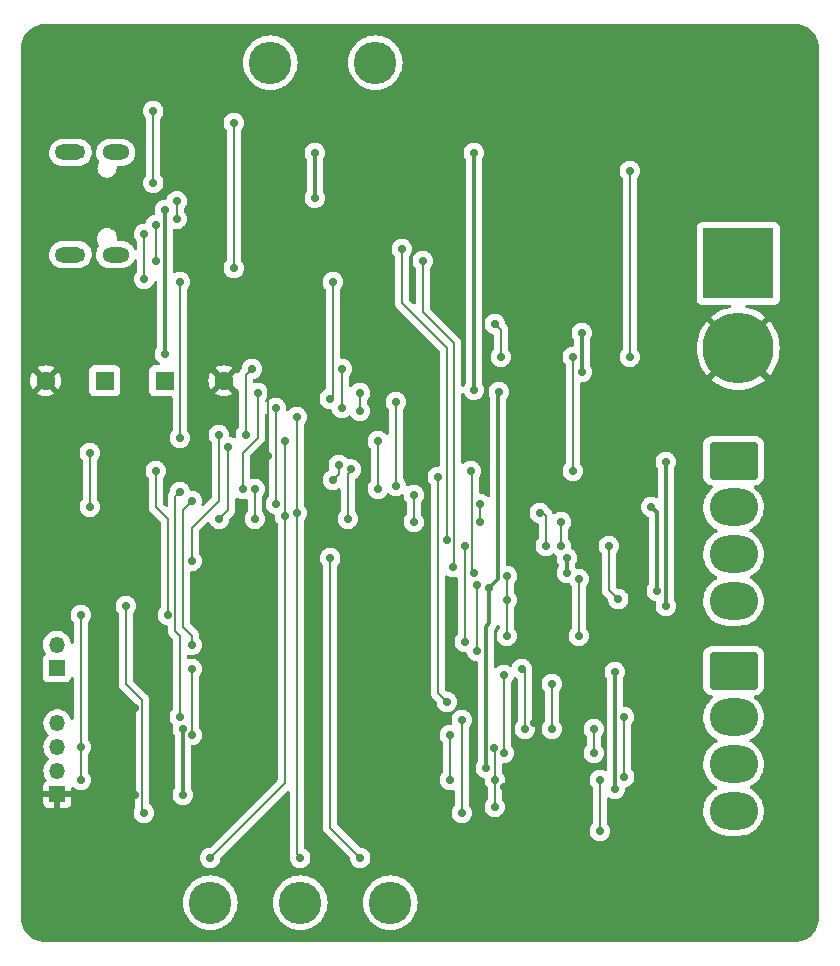
<source format=gbl>
G04 #@! TF.GenerationSoftware,KiCad,Pcbnew,(6.0.7)*
G04 #@! TF.CreationDate,2022-11-10T23:39:13-08:00*
G04 #@! TF.ProjectId,Gimbal,47696d62-616c-42e6-9b69-6361645f7063,rev?*
G04 #@! TF.SameCoordinates,Original*
G04 #@! TF.FileFunction,Copper,L2,Bot*
G04 #@! TF.FilePolarity,Positive*
%FSLAX46Y46*%
G04 Gerber Fmt 4.6, Leading zero omitted, Abs format (unit mm)*
G04 Created by KiCad (PCBNEW (6.0.7)) date 2022-11-10 23:39:13*
%MOMM*%
%LPD*%
G01*
G04 APERTURE LIST*
G04 Aperture macros list*
%AMRoundRect*
0 Rectangle with rounded corners*
0 $1 Rounding radius*
0 $2 $3 $4 $5 $6 $7 $8 $9 X,Y pos of 4 corners*
0 Add a 4 corners polygon primitive as box body*
4,1,4,$2,$3,$4,$5,$6,$7,$8,$9,$2,$3,0*
0 Add four circle primitives for the rounded corners*
1,1,$1+$1,$2,$3*
1,1,$1+$1,$4,$5*
1,1,$1+$1,$6,$7*
1,1,$1+$1,$8,$9*
0 Add four rect primitives between the rounded corners*
20,1,$1+$1,$2,$3,$4,$5,0*
20,1,$1+$1,$4,$5,$6,$7,0*
20,1,$1+$1,$6,$7,$8,$9,0*
20,1,$1+$1,$8,$9,$2,$3,0*%
G04 Aperture macros list end*
G04 #@! TA.AperFunction,ComponentPad*
%ADD10O,2.600000X1.300000*%
G04 #@! TD*
G04 #@! TA.AperFunction,ComponentPad*
%ADD11O,2.300000X1.300000*%
G04 #@! TD*
G04 #@! TA.AperFunction,ComponentPad*
%ADD12C,3.600000*%
G04 #@! TD*
G04 #@! TA.AperFunction,ComponentPad*
%ADD13R,1.350000X1.350000*%
G04 #@! TD*
G04 #@! TA.AperFunction,ComponentPad*
%ADD14O,1.350000X1.350000*%
G04 #@! TD*
G04 #@! TA.AperFunction,ComponentPad*
%ADD15RoundRect,0.250000X-1.800000X1.330000X-1.800000X-1.330000X1.800000X-1.330000X1.800000X1.330000X0*%
G04 #@! TD*
G04 #@! TA.AperFunction,ComponentPad*
%ADD16O,4.100000X3.160000*%
G04 #@! TD*
G04 #@! TA.AperFunction,ComponentPad*
%ADD17C,6.000000*%
G04 #@! TD*
G04 #@! TA.AperFunction,ComponentPad*
%ADD18R,6.000000X6.000000*%
G04 #@! TD*
G04 #@! TA.AperFunction,ComponentPad*
%ADD19R,1.600000X1.600000*%
G04 #@! TD*
G04 #@! TA.AperFunction,ComponentPad*
%ADD20C,1.600000*%
G04 #@! TD*
G04 #@! TA.AperFunction,ViaPad*
%ADD21C,0.711200*%
G04 #@! TD*
G04 #@! TA.AperFunction,Conductor*
%ADD22C,0.203200*%
G04 #@! TD*
G04 #@! TA.AperFunction,Conductor*
%ADD23C,0.200000*%
G04 #@! TD*
G04 #@! TA.AperFunction,Conductor*
%ADD24C,0.304800*%
G04 #@! TD*
G04 APERTURE END LIST*
D10*
X118975500Y-57124000D03*
D11*
X122800500Y-65764000D03*
D10*
X118975500Y-65764000D03*
D11*
X122800500Y-57124000D03*
D12*
X144780000Y-49530000D03*
D13*
X117870000Y-111458000D03*
D14*
X117870000Y-109458000D03*
X117870000Y-107458000D03*
X117870000Y-105458000D03*
D15*
X175117000Y-83214000D03*
D16*
X175117000Y-87174000D03*
X175117000Y-91134000D03*
X175117000Y-95094000D03*
D13*
X117818000Y-100806000D03*
D14*
X117818000Y-98806000D03*
D12*
X130810000Y-120650000D03*
X135890000Y-49530000D03*
X138430000Y-120650000D03*
D17*
X175514000Y-73704000D03*
D18*
X175514000Y-66504000D03*
D15*
X175117000Y-100994000D03*
D16*
X175117000Y-104954000D03*
X175117000Y-108914000D03*
X175117000Y-112874000D03*
D12*
X146050000Y-120650000D03*
D19*
X121882000Y-76454000D03*
D20*
X116882000Y-76454000D03*
D19*
X126962000Y-76454000D03*
D20*
X131962000Y-76454000D03*
D21*
X124968000Y-58166000D03*
X125984000Y-59690000D03*
X125222000Y-67818000D03*
X125222000Y-64008000D03*
X125980000Y-53598000D03*
X127978000Y-61252000D03*
X162268000Y-72390000D03*
X162268000Y-75692000D03*
X154432000Y-93980000D03*
X139662000Y-57150000D03*
X155242000Y-77384000D03*
X153124000Y-57150000D03*
X126962000Y-74168000D03*
X128486000Y-105918000D03*
X139662000Y-60960000D03*
X153124000Y-77216000D03*
X128486000Y-111506000D03*
X126962000Y-61976000D03*
X154140000Y-109220000D03*
X124422000Y-104140000D03*
X135598000Y-76200000D03*
X131534000Y-56896000D03*
X158204000Y-105410000D03*
X155664000Y-110870500D03*
X124422000Y-111506000D03*
X135725500Y-82804000D03*
X123660000Y-95504000D03*
X125184000Y-113030000D03*
X152108000Y-105156000D03*
X152108000Y-113030000D03*
X119850000Y-96266000D03*
X132804000Y-54610000D03*
X146520000Y-78232000D03*
X119850000Y-107442000D03*
X127216000Y-96266000D03*
X151092000Y-110236000D03*
X119850000Y-110236000D03*
X151092000Y-106426000D03*
X132804000Y-66926900D03*
X141186000Y-68072000D03*
X141186000Y-84836000D03*
X128232000Y-81280000D03*
X128232000Y-68072000D03*
X146520000Y-85344000D03*
X141694000Y-83566000D03*
X140932000Y-77978000D03*
X126200000Y-84074000D03*
X154825300Y-107528029D03*
X154902000Y-110236000D03*
X154902000Y-112522000D03*
X155918000Y-98044000D03*
X155918000Y-92964000D03*
X155918000Y-94996000D03*
X165062000Y-101092000D03*
X165062000Y-110998000D03*
X165824000Y-104902000D03*
X165862000Y-109982000D03*
X169380000Y-83312000D03*
X169380000Y-95504000D03*
X168148000Y-87122000D03*
X168618000Y-94234000D03*
X160998000Y-91440000D03*
X160998000Y-92710000D03*
X129248000Y-100838000D03*
X129248000Y-106426000D03*
X148044000Y-86106000D03*
X129248000Y-86614000D03*
X148044000Y-88392000D03*
X129248000Y-98806000D03*
X120612000Y-82550000D03*
X131572000Y-88138000D03*
X132334000Y-82042000D03*
X120612000Y-87122000D03*
X163792000Y-110236000D03*
X163792000Y-114554000D03*
X163284000Y-107950000D03*
X163284000Y-105918000D03*
X164554000Y-90424000D03*
X165354000Y-94945700D03*
X162014000Y-98044000D03*
X162014000Y-93218000D03*
X150838000Y-103632000D03*
X150076000Y-84582000D03*
X166332000Y-74422000D03*
X155410000Y-74422000D03*
X166332000Y-58674000D03*
X161506000Y-84074000D03*
X154902000Y-71628000D03*
X161506000Y-74422000D03*
X159728000Y-102108000D03*
X159728000Y-105918000D03*
X155664000Y-101346000D03*
X155664000Y-107950000D03*
X157188000Y-100838000D03*
X153378000Y-99314000D03*
X153378000Y-93726000D03*
X157442000Y-105918000D03*
X158712000Y-87630000D03*
X159220000Y-90424000D03*
X160490000Y-90424000D03*
X153632000Y-86868000D03*
X160490000Y-88392000D03*
X153632000Y-88392000D03*
X126200000Y-66294000D03*
X151346000Y-92202000D03*
X126200000Y-63246000D03*
X148806000Y-66294000D03*
X147028000Y-65278000D03*
X150838000Y-89916000D03*
X127978000Y-62738000D03*
X143510000Y-116840000D03*
X140970000Y-91440000D03*
X136360000Y-86868000D03*
X136360000Y-78740000D03*
X138430000Y-116840000D03*
X138138000Y-79502000D03*
X138138000Y-87630000D03*
X137122000Y-87884000D03*
X137122000Y-81534000D03*
X130810000Y-116840000D03*
X153124000Y-92710000D03*
X152870000Y-84074000D03*
X142710000Y-83947500D03*
X142456000Y-88138000D03*
X152362000Y-90424000D03*
X152362000Y-98552000D03*
X144996000Y-81534000D03*
X134582000Y-85598000D03*
X134582000Y-88138000D03*
X144996000Y-85598000D03*
X141948000Y-78740000D03*
X141948000Y-75438000D03*
X133820000Y-81026000D03*
X129248000Y-91694000D03*
X131534000Y-81026000D03*
X134328000Y-75438000D03*
X133566000Y-85598000D03*
X143472000Y-77470000D03*
X134836000Y-77470000D03*
X128232000Y-85852000D03*
X143472000Y-78994000D03*
X128232000Y-104902000D03*
D22*
X125984000Y-53602000D02*
X125980000Y-53598000D01*
X125984000Y-59690000D02*
X125984000Y-53602000D01*
D23*
X127978000Y-62096237D02*
X127978000Y-61252000D01*
X127978000Y-62738000D02*
X127978000Y-62096237D01*
D22*
X125222000Y-67564000D02*
X125222000Y-67818000D01*
X125222000Y-64008000D02*
X125222000Y-67564000D01*
D24*
X139662000Y-60960000D02*
X139662000Y-57150000D01*
X155156000Y-93256000D02*
X155156000Y-77470000D01*
X153124000Y-57150000D02*
X153124000Y-77216000D01*
X154432000Y-93980000D02*
X155156000Y-93256000D01*
X154432000Y-96990000D02*
X154140000Y-97282000D01*
X126962000Y-74168000D02*
X126962000Y-61976000D01*
X155156000Y-77470000D02*
X155242000Y-77384000D01*
X162268000Y-72390000D02*
X162268000Y-75692000D01*
X154432000Y-93980000D02*
X154432000Y-96990000D01*
X154140000Y-97282000D02*
X154140000Y-109220000D01*
X128486000Y-105918000D02*
X128486000Y-111506000D01*
D22*
X135725500Y-82804000D02*
X135725500Y-76835500D01*
X124422000Y-111506000D02*
X124422000Y-104140000D01*
X135598000Y-76708000D02*
X135598000Y-76200000D01*
X135725500Y-76835500D02*
X135598000Y-76708000D01*
X125057000Y-103505000D02*
X125057000Y-112903000D01*
X123660000Y-95504000D02*
X123660000Y-102108000D01*
X125057000Y-112903000D02*
X125184000Y-113030000D01*
X123660000Y-102108000D02*
X125057000Y-103505000D01*
X152108000Y-113030000D02*
X152108000Y-105156000D01*
X127216000Y-96266000D02*
X127216000Y-88138000D01*
X132804000Y-54610000D02*
X132804000Y-66926900D01*
X119850000Y-107442000D02*
X119850000Y-96266000D01*
X141694000Y-84328000D02*
X141186000Y-84836000D01*
X128232000Y-81280000D02*
X128232000Y-68072000D01*
X141186000Y-77724000D02*
X140932000Y-77978000D01*
X146520000Y-85344000D02*
X146520000Y-78232000D01*
X141186000Y-68072000D02*
X141186000Y-77724000D01*
X126200000Y-84074000D02*
X126200000Y-87122000D01*
X151092000Y-106426000D02*
X151092000Y-110236000D01*
X141694000Y-83566000D02*
X141694000Y-84328000D01*
X119850000Y-107442000D02*
X119850000Y-110236000D01*
X126200000Y-87122000D02*
X127216000Y-88138000D01*
X154825300Y-107528029D02*
X154902000Y-107604729D01*
X154902000Y-110236000D02*
X154902000Y-112522000D01*
X154902000Y-107604729D02*
X154902000Y-110236000D01*
X155918000Y-94996000D02*
X155918000Y-92964000D01*
X155918000Y-98044000D02*
X155918000Y-94996000D01*
D24*
X165062000Y-110998000D02*
X165062000Y-101092000D01*
D22*
X165824000Y-109944000D02*
X165824000Y-104902000D01*
X165862000Y-109982000D02*
X165824000Y-109944000D01*
D24*
X169380000Y-95504000D02*
X169380000Y-83312000D01*
X168618000Y-87592000D02*
X168618000Y-94234000D01*
X168148000Y-87122000D02*
X168618000Y-87592000D01*
X160998000Y-92710000D02*
X160998000Y-91440000D01*
D22*
X129248000Y-100838000D02*
X129248000Y-106426000D01*
X148044000Y-88392000D02*
X148044000Y-86106000D01*
X129248000Y-98044000D02*
X128486000Y-97282000D01*
X128486000Y-87376000D02*
X128994000Y-86868000D01*
X128994000Y-86868000D02*
X129248000Y-86614000D01*
X129248000Y-98806000D02*
X129248000Y-98044000D01*
X128486000Y-97282000D02*
X128486000Y-87376000D01*
X131572000Y-88138000D02*
X132334000Y-87376000D01*
X132334000Y-87376000D02*
X132334000Y-82042000D01*
X120612000Y-82550000D02*
X120612000Y-87122000D01*
X163792000Y-114554000D02*
X163792000Y-110236000D01*
X163284000Y-107950000D02*
X163284000Y-105918000D01*
X164554000Y-90424000D02*
X164554000Y-94145700D01*
X164554000Y-94145700D02*
X165354000Y-94945700D01*
X162014000Y-93218000D02*
X162014000Y-98044000D01*
X150838000Y-103632000D02*
X150076000Y-102870000D01*
X150076000Y-102870000D02*
X150076000Y-84582000D01*
X161506000Y-84074000D02*
X161506000Y-74422000D01*
X155410000Y-72136000D02*
X154902000Y-71628000D01*
X166332000Y-74422000D02*
X166332000Y-58674000D01*
X155410000Y-74422000D02*
X155410000Y-72136000D01*
X159728000Y-102108000D02*
X159728000Y-105918000D01*
X155664000Y-107950000D02*
X155664000Y-101346000D01*
X153378000Y-99314000D02*
X153378000Y-93726000D01*
X157442000Y-105918000D02*
X157442000Y-101092000D01*
X157442000Y-101092000D02*
X157188000Y-100838000D01*
X159220000Y-87884000D02*
X158966000Y-87630000D01*
X158966000Y-87630000D02*
X158712000Y-87630000D01*
X159220000Y-87884000D02*
X159220000Y-90424000D01*
X160490000Y-90424000D02*
X160490000Y-88392000D01*
X153632000Y-88392000D02*
X153632000Y-86868000D01*
D23*
X151471400Y-92076600D02*
X151471400Y-73277400D01*
X151346000Y-92202000D02*
X151471400Y-92076600D01*
X126200000Y-63246000D02*
X126200000Y-66294000D01*
X151471400Y-73277400D02*
X148806000Y-70612000D01*
X148806000Y-70612000D02*
X148806000Y-66294000D01*
X147028000Y-69850000D02*
X147028000Y-65278000D01*
X150838000Y-89916000D02*
X150838000Y-73660000D01*
X150838000Y-73660000D02*
X147028000Y-69850000D01*
D22*
X140970000Y-91440000D02*
X140970000Y-114300000D01*
X140970000Y-114300000D02*
X143510000Y-116840000D01*
X136360000Y-78740000D02*
X136360000Y-86868000D01*
X138138000Y-87630000D02*
X138138000Y-116548000D01*
X138138000Y-87630000D02*
X138138000Y-79502000D01*
X138138000Y-116548000D02*
X138430000Y-116840000D01*
X137122000Y-110528000D02*
X130810000Y-116840000D01*
X137122000Y-87884000D02*
X137122000Y-81534000D01*
X137122000Y-87884000D02*
X137122000Y-110528000D01*
X142456000Y-84328000D02*
X142710000Y-84074000D01*
X152997000Y-92583000D02*
X153124000Y-92710000D01*
X152870000Y-84074000D02*
X152997000Y-84201000D01*
X142710000Y-84074000D02*
X142710000Y-83947500D01*
X142456000Y-88138000D02*
X142456000Y-84328000D01*
X152997000Y-84201000D02*
X152997000Y-92583000D01*
X152362000Y-98552000D02*
X152362000Y-90424000D01*
X144996000Y-81534000D02*
X144996000Y-85598000D01*
X134582000Y-88138000D02*
X134582000Y-85598000D01*
X129248000Y-88900000D02*
X131534000Y-86614000D01*
X131534000Y-86614000D02*
X131534000Y-81026000D01*
X141948000Y-75438000D02*
X141948000Y-78740000D01*
X129248000Y-91694000D02*
X129248000Y-88900000D01*
X133820000Y-75946000D02*
X134328000Y-75438000D01*
X133820000Y-81026000D02*
X133820000Y-75946000D01*
X128232000Y-98044000D02*
X127851000Y-97663000D01*
X127978000Y-86106000D02*
X128232000Y-85852000D01*
X143472000Y-77470000D02*
X143472000Y-78994000D01*
X127851000Y-97663000D02*
X127851000Y-86233000D01*
X128232000Y-104902000D02*
X128232000Y-98044000D01*
X134836000Y-81280000D02*
X134836000Y-77470000D01*
X133566000Y-85598000D02*
X133566000Y-82550000D01*
X127851000Y-86233000D02*
X127978000Y-86106000D01*
X133566000Y-82550000D02*
X134836000Y-81280000D01*
G04 #@! TA.AperFunction,Conductor*
G36*
X180310018Y-46230000D02*
G01*
X180324851Y-46232310D01*
X180324855Y-46232310D01*
X180333724Y-46233691D01*
X180342626Y-46232527D01*
X180342629Y-46232527D01*
X180350012Y-46231561D01*
X180374591Y-46230767D01*
X180401442Y-46232527D01*
X180596922Y-46245340D01*
X180613262Y-46247491D01*
X180735477Y-46271801D01*
X180857696Y-46296112D01*
X180873606Y-46300375D01*
X181109600Y-46380484D01*
X181124826Y-46386791D01*
X181348342Y-46497016D01*
X181362616Y-46505257D01*
X181569829Y-46643713D01*
X181582905Y-46653746D01*
X181770278Y-46818068D01*
X181781932Y-46829722D01*
X181946254Y-47017095D01*
X181956287Y-47030171D01*
X182094743Y-47237384D01*
X182102984Y-47251658D01*
X182213209Y-47475174D01*
X182219515Y-47490398D01*
X182299625Y-47726394D01*
X182303889Y-47742307D01*
X182352509Y-47986738D01*
X182354660Y-48003078D01*
X182368763Y-48218236D01*
X182367733Y-48241350D01*
X182367690Y-48244854D01*
X182366309Y-48253724D01*
X182367473Y-48262626D01*
X182367473Y-48262628D01*
X182370436Y-48285283D01*
X182371500Y-48301621D01*
X182371500Y-121870633D01*
X182370000Y-121890018D01*
X182367690Y-121904851D01*
X182367690Y-121904855D01*
X182366309Y-121913724D01*
X182367473Y-121922626D01*
X182367473Y-121922629D01*
X182368439Y-121930012D01*
X182369233Y-121954591D01*
X182354660Y-122176922D01*
X182352509Y-122193262D01*
X182303889Y-122437693D01*
X182299625Y-122453606D01*
X182288059Y-122487679D01*
X182219516Y-122689600D01*
X182213209Y-122704826D01*
X182102984Y-122928342D01*
X182094743Y-122942616D01*
X181956287Y-123149829D01*
X181946254Y-123162905D01*
X181781932Y-123350278D01*
X181770278Y-123361932D01*
X181582905Y-123526254D01*
X181569829Y-123536287D01*
X181362616Y-123674743D01*
X181348342Y-123682984D01*
X181124826Y-123793209D01*
X181109602Y-123799515D01*
X180873606Y-123879625D01*
X180857696Y-123883888D01*
X180735477Y-123908199D01*
X180613262Y-123932509D01*
X180596922Y-123934660D01*
X180448134Y-123944413D01*
X180381763Y-123948763D01*
X180358650Y-123947733D01*
X180355146Y-123947690D01*
X180346276Y-123946309D01*
X180337374Y-123947473D01*
X180337372Y-123947473D01*
X180323915Y-123949233D01*
X180314714Y-123950436D01*
X180298379Y-123951500D01*
X116889367Y-123951500D01*
X116869982Y-123950000D01*
X116855149Y-123947690D01*
X116855145Y-123947690D01*
X116846276Y-123946309D01*
X116837374Y-123947473D01*
X116837371Y-123947473D01*
X116829988Y-123948439D01*
X116805409Y-123949233D01*
X116760799Y-123946309D01*
X116583078Y-123934660D01*
X116566738Y-123932509D01*
X116444523Y-123908199D01*
X116322304Y-123883888D01*
X116306394Y-123879625D01*
X116070398Y-123799515D01*
X116055174Y-123793209D01*
X115831658Y-123682984D01*
X115817384Y-123674743D01*
X115610171Y-123536287D01*
X115597095Y-123526254D01*
X115409722Y-123361932D01*
X115398068Y-123350278D01*
X115233746Y-123162905D01*
X115223713Y-123149829D01*
X115085257Y-122942616D01*
X115077016Y-122928342D01*
X114966791Y-122704826D01*
X114960484Y-122689600D01*
X114891941Y-122487679D01*
X114880375Y-122453606D01*
X114876111Y-122437693D01*
X114827491Y-122193262D01*
X114825340Y-122176922D01*
X114811476Y-121965407D01*
X114812650Y-121942232D01*
X114812334Y-121942204D01*
X114812770Y-121937344D01*
X114813576Y-121932552D01*
X114813729Y-121920000D01*
X114809773Y-121892376D01*
X114808500Y-121874514D01*
X114808500Y-120650000D01*
X128496547Y-120650000D01*
X128516339Y-120951966D01*
X128575376Y-121248766D01*
X128672648Y-121535320D01*
X128806491Y-121806726D01*
X128974614Y-122058341D01*
X128977328Y-122061435D01*
X128977332Y-122061441D01*
X129078607Y-122176922D01*
X129174142Y-122285858D01*
X129177231Y-122288567D01*
X129398559Y-122482668D01*
X129398565Y-122482672D01*
X129401659Y-122485386D01*
X129405085Y-122487675D01*
X129405090Y-122487679D01*
X129505378Y-122554689D01*
X129653273Y-122653509D01*
X129656972Y-122655333D01*
X129656977Y-122655336D01*
X129796308Y-122724046D01*
X129924680Y-122787352D01*
X129928585Y-122788677D01*
X129928586Y-122788678D01*
X130207327Y-122883298D01*
X130207330Y-122883299D01*
X130211234Y-122884624D01*
X130215273Y-122885427D01*
X130215279Y-122885429D01*
X130503991Y-122942857D01*
X130503994Y-122942857D01*
X130508034Y-122943661D01*
X130512145Y-122943930D01*
X130512149Y-122943931D01*
X130805881Y-122963183D01*
X130810000Y-122963453D01*
X130814119Y-122963183D01*
X131107851Y-122943931D01*
X131107855Y-122943930D01*
X131111966Y-122943661D01*
X131116006Y-122942857D01*
X131116009Y-122942857D01*
X131404721Y-122885429D01*
X131404727Y-122885427D01*
X131408766Y-122884624D01*
X131412670Y-122883299D01*
X131412673Y-122883298D01*
X131691414Y-122788678D01*
X131691415Y-122788677D01*
X131695320Y-122787352D01*
X131823692Y-122724046D01*
X131963023Y-122655336D01*
X131963028Y-122655333D01*
X131966727Y-122653509D01*
X132114622Y-122554689D01*
X132214910Y-122487679D01*
X132214915Y-122487675D01*
X132218341Y-122485386D01*
X132221435Y-122482672D01*
X132221441Y-122482668D01*
X132442769Y-122288567D01*
X132445858Y-122285858D01*
X132541393Y-122176922D01*
X132642668Y-122061441D01*
X132642672Y-122061435D01*
X132645386Y-122058341D01*
X132813509Y-121806726D01*
X132947352Y-121535320D01*
X133044624Y-121248766D01*
X133103661Y-120951966D01*
X133123453Y-120650000D01*
X136116547Y-120650000D01*
X136136339Y-120951966D01*
X136195376Y-121248766D01*
X136292648Y-121535320D01*
X136426491Y-121806726D01*
X136594614Y-122058341D01*
X136597328Y-122061435D01*
X136597332Y-122061441D01*
X136698607Y-122176922D01*
X136794142Y-122285858D01*
X136797231Y-122288567D01*
X137018559Y-122482668D01*
X137018565Y-122482672D01*
X137021659Y-122485386D01*
X137025085Y-122487675D01*
X137025090Y-122487679D01*
X137125378Y-122554689D01*
X137273273Y-122653509D01*
X137276972Y-122655333D01*
X137276977Y-122655336D01*
X137416308Y-122724046D01*
X137544680Y-122787352D01*
X137548585Y-122788677D01*
X137548586Y-122788678D01*
X137827327Y-122883298D01*
X137827330Y-122883299D01*
X137831234Y-122884624D01*
X137835273Y-122885427D01*
X137835279Y-122885429D01*
X138123991Y-122942857D01*
X138123994Y-122942857D01*
X138128034Y-122943661D01*
X138132145Y-122943930D01*
X138132149Y-122943931D01*
X138425881Y-122963183D01*
X138430000Y-122963453D01*
X138434119Y-122963183D01*
X138727851Y-122943931D01*
X138727855Y-122943930D01*
X138731966Y-122943661D01*
X138736006Y-122942857D01*
X138736009Y-122942857D01*
X139024721Y-122885429D01*
X139024727Y-122885427D01*
X139028766Y-122884624D01*
X139032670Y-122883299D01*
X139032673Y-122883298D01*
X139311414Y-122788678D01*
X139311415Y-122788677D01*
X139315320Y-122787352D01*
X139443692Y-122724046D01*
X139583023Y-122655336D01*
X139583028Y-122655333D01*
X139586727Y-122653509D01*
X139734622Y-122554689D01*
X139834910Y-122487679D01*
X139834915Y-122487675D01*
X139838341Y-122485386D01*
X139841435Y-122482672D01*
X139841441Y-122482668D01*
X140062769Y-122288567D01*
X140065858Y-122285858D01*
X140161393Y-122176922D01*
X140262668Y-122061441D01*
X140262672Y-122061435D01*
X140265386Y-122058341D01*
X140433509Y-121806726D01*
X140567352Y-121535320D01*
X140664624Y-121248766D01*
X140723661Y-120951966D01*
X140743453Y-120650000D01*
X143736547Y-120650000D01*
X143756339Y-120951966D01*
X143815376Y-121248766D01*
X143912648Y-121535320D01*
X144046491Y-121806726D01*
X144214614Y-122058341D01*
X144217328Y-122061435D01*
X144217332Y-122061441D01*
X144318607Y-122176922D01*
X144414142Y-122285858D01*
X144417231Y-122288567D01*
X144638559Y-122482668D01*
X144638565Y-122482672D01*
X144641659Y-122485386D01*
X144645085Y-122487675D01*
X144645090Y-122487679D01*
X144745378Y-122554689D01*
X144893273Y-122653509D01*
X144896972Y-122655333D01*
X144896977Y-122655336D01*
X145036308Y-122724046D01*
X145164680Y-122787352D01*
X145168585Y-122788677D01*
X145168586Y-122788678D01*
X145447327Y-122883298D01*
X145447330Y-122883299D01*
X145451234Y-122884624D01*
X145455273Y-122885427D01*
X145455279Y-122885429D01*
X145743991Y-122942857D01*
X145743994Y-122942857D01*
X145748034Y-122943661D01*
X145752145Y-122943930D01*
X145752149Y-122943931D01*
X146045881Y-122963183D01*
X146050000Y-122963453D01*
X146054119Y-122963183D01*
X146347851Y-122943931D01*
X146347855Y-122943930D01*
X146351966Y-122943661D01*
X146356006Y-122942857D01*
X146356009Y-122942857D01*
X146644721Y-122885429D01*
X146644727Y-122885427D01*
X146648766Y-122884624D01*
X146652670Y-122883299D01*
X146652673Y-122883298D01*
X146931414Y-122788678D01*
X146931415Y-122788677D01*
X146935320Y-122787352D01*
X147063692Y-122724046D01*
X147203023Y-122655336D01*
X147203028Y-122655333D01*
X147206727Y-122653509D01*
X147354622Y-122554689D01*
X147454910Y-122487679D01*
X147454915Y-122487675D01*
X147458341Y-122485386D01*
X147461435Y-122482672D01*
X147461441Y-122482668D01*
X147682769Y-122288567D01*
X147685858Y-122285858D01*
X147781393Y-122176922D01*
X147882668Y-122061441D01*
X147882672Y-122061435D01*
X147885386Y-122058341D01*
X148053509Y-121806726D01*
X148187352Y-121535320D01*
X148284624Y-121248766D01*
X148343661Y-120951966D01*
X148363453Y-120650000D01*
X148343661Y-120348034D01*
X148284624Y-120051234D01*
X148187352Y-119764680D01*
X148053509Y-119493274D01*
X147885386Y-119241659D01*
X147882672Y-119238565D01*
X147882668Y-119238559D01*
X147688567Y-119017231D01*
X147685858Y-119014142D01*
X147682769Y-119011433D01*
X147461441Y-118817332D01*
X147461435Y-118817328D01*
X147458341Y-118814614D01*
X147454911Y-118812322D01*
X147454910Y-118812321D01*
X147210160Y-118648785D01*
X147206727Y-118646491D01*
X147203028Y-118644667D01*
X147203023Y-118644664D01*
X147063692Y-118575954D01*
X146935320Y-118512648D01*
X146931414Y-118511322D01*
X146652673Y-118416702D01*
X146652670Y-118416701D01*
X146648766Y-118415376D01*
X146644727Y-118414573D01*
X146644721Y-118414571D01*
X146356009Y-118357143D01*
X146356006Y-118357143D01*
X146351966Y-118356339D01*
X146347855Y-118356070D01*
X146347851Y-118356069D01*
X146054119Y-118336817D01*
X146050000Y-118336547D01*
X146045881Y-118336817D01*
X145752149Y-118356069D01*
X145752145Y-118356070D01*
X145748034Y-118356339D01*
X145743994Y-118357143D01*
X145743991Y-118357143D01*
X145455279Y-118414571D01*
X145455273Y-118414573D01*
X145451234Y-118415376D01*
X145447330Y-118416701D01*
X145447327Y-118416702D01*
X145168586Y-118511322D01*
X145164680Y-118512648D01*
X145036442Y-118575888D01*
X144896978Y-118644664D01*
X144896973Y-118644667D01*
X144893274Y-118646491D01*
X144641659Y-118814614D01*
X144638565Y-118817328D01*
X144638559Y-118817332D01*
X144417231Y-119011433D01*
X144414142Y-119014142D01*
X144411433Y-119017231D01*
X144217332Y-119238559D01*
X144217328Y-119238565D01*
X144214614Y-119241659D01*
X144046491Y-119493274D01*
X143912648Y-119764680D01*
X143815376Y-120051234D01*
X143756339Y-120348034D01*
X143736547Y-120650000D01*
X140743453Y-120650000D01*
X140723661Y-120348034D01*
X140664624Y-120051234D01*
X140567352Y-119764680D01*
X140433509Y-119493274D01*
X140265386Y-119241659D01*
X140262672Y-119238565D01*
X140262668Y-119238559D01*
X140068567Y-119017231D01*
X140065858Y-119014142D01*
X140062769Y-119011433D01*
X139841441Y-118817332D01*
X139841435Y-118817328D01*
X139838341Y-118814614D01*
X139834911Y-118812322D01*
X139834910Y-118812321D01*
X139590160Y-118648785D01*
X139586727Y-118646491D01*
X139583028Y-118644667D01*
X139583023Y-118644664D01*
X139443692Y-118575954D01*
X139315320Y-118512648D01*
X139311414Y-118511322D01*
X139032673Y-118416702D01*
X139032670Y-118416701D01*
X139028766Y-118415376D01*
X139024727Y-118414573D01*
X139024721Y-118414571D01*
X138736009Y-118357143D01*
X138736006Y-118357143D01*
X138731966Y-118356339D01*
X138727855Y-118356070D01*
X138727851Y-118356069D01*
X138434119Y-118336817D01*
X138430000Y-118336547D01*
X138425881Y-118336817D01*
X138132149Y-118356069D01*
X138132145Y-118356070D01*
X138128034Y-118356339D01*
X138123994Y-118357143D01*
X138123991Y-118357143D01*
X137835279Y-118414571D01*
X137835273Y-118414573D01*
X137831234Y-118415376D01*
X137827330Y-118416701D01*
X137827327Y-118416702D01*
X137548586Y-118511322D01*
X137544680Y-118512648D01*
X137416442Y-118575888D01*
X137276978Y-118644664D01*
X137276973Y-118644667D01*
X137273274Y-118646491D01*
X137021659Y-118814614D01*
X137018565Y-118817328D01*
X137018559Y-118817332D01*
X136797231Y-119011433D01*
X136794142Y-119014142D01*
X136791433Y-119017231D01*
X136597332Y-119238559D01*
X136597328Y-119238565D01*
X136594614Y-119241659D01*
X136426491Y-119493274D01*
X136292648Y-119764680D01*
X136195376Y-120051234D01*
X136136339Y-120348034D01*
X136116547Y-120650000D01*
X133123453Y-120650000D01*
X133103661Y-120348034D01*
X133044624Y-120051234D01*
X132947352Y-119764680D01*
X132813509Y-119493274D01*
X132645386Y-119241659D01*
X132642672Y-119238565D01*
X132642668Y-119238559D01*
X132448567Y-119017231D01*
X132445858Y-119014142D01*
X132442769Y-119011433D01*
X132221441Y-118817332D01*
X132221435Y-118817328D01*
X132218341Y-118814614D01*
X132214911Y-118812322D01*
X132214910Y-118812321D01*
X131970160Y-118648785D01*
X131966727Y-118646491D01*
X131963028Y-118644667D01*
X131963023Y-118644664D01*
X131823692Y-118575954D01*
X131695320Y-118512648D01*
X131691414Y-118511322D01*
X131412673Y-118416702D01*
X131412670Y-118416701D01*
X131408766Y-118415376D01*
X131404727Y-118414573D01*
X131404721Y-118414571D01*
X131116009Y-118357143D01*
X131116006Y-118357143D01*
X131111966Y-118356339D01*
X131107855Y-118356070D01*
X131107851Y-118356069D01*
X130814119Y-118336817D01*
X130810000Y-118336547D01*
X130805881Y-118336817D01*
X130512149Y-118356069D01*
X130512145Y-118356070D01*
X130508034Y-118356339D01*
X130503994Y-118357143D01*
X130503991Y-118357143D01*
X130215279Y-118414571D01*
X130215273Y-118414573D01*
X130211234Y-118415376D01*
X130207330Y-118416701D01*
X130207327Y-118416702D01*
X129928586Y-118511322D01*
X129924680Y-118512648D01*
X129796442Y-118575888D01*
X129656978Y-118644664D01*
X129656973Y-118644667D01*
X129653274Y-118646491D01*
X129401659Y-118814614D01*
X129398565Y-118817328D01*
X129398559Y-118817332D01*
X129177231Y-119011433D01*
X129174142Y-119014142D01*
X129171433Y-119017231D01*
X128977332Y-119238559D01*
X128977328Y-119238565D01*
X128974614Y-119241659D01*
X128806491Y-119493274D01*
X128672648Y-119764680D01*
X128575376Y-120051234D01*
X128516339Y-120348034D01*
X128496547Y-120650000D01*
X114808500Y-120650000D01*
X114808500Y-112177669D01*
X116687001Y-112177669D01*
X116687371Y-112184490D01*
X116692895Y-112235352D01*
X116696521Y-112250604D01*
X116741676Y-112371054D01*
X116750214Y-112386649D01*
X116826715Y-112488724D01*
X116839276Y-112501285D01*
X116941351Y-112577786D01*
X116956946Y-112586324D01*
X117077394Y-112631478D01*
X117092649Y-112635105D01*
X117143514Y-112640631D01*
X117150328Y-112641000D01*
X117597885Y-112641000D01*
X117613124Y-112636525D01*
X117614329Y-112635135D01*
X117616000Y-112627452D01*
X117616000Y-112622884D01*
X118124000Y-112622884D01*
X118128475Y-112638123D01*
X118129865Y-112639328D01*
X118137548Y-112640999D01*
X118589669Y-112640999D01*
X118596490Y-112640629D01*
X118647352Y-112635105D01*
X118662604Y-112631479D01*
X118783054Y-112586324D01*
X118798649Y-112577786D01*
X118900724Y-112501285D01*
X118913285Y-112488724D01*
X118989786Y-112386649D01*
X118998324Y-112371054D01*
X119043478Y-112250606D01*
X119047105Y-112235351D01*
X119052631Y-112184486D01*
X119053000Y-112177672D01*
X119053000Y-111730115D01*
X119048525Y-111714876D01*
X119047135Y-111713671D01*
X119039452Y-111712000D01*
X118142115Y-111712000D01*
X118126876Y-111716475D01*
X118125671Y-111717865D01*
X118124000Y-111725548D01*
X118124000Y-112622884D01*
X117616000Y-112622884D01*
X117616000Y-111730115D01*
X117611525Y-111714876D01*
X117610135Y-111713671D01*
X117602452Y-111712000D01*
X116705116Y-111712000D01*
X116689877Y-111716475D01*
X116688672Y-111717865D01*
X116687001Y-111725548D01*
X116687001Y-112177669D01*
X114808500Y-112177669D01*
X114808500Y-98774887D01*
X116629837Y-98774887D01*
X116644063Y-98991933D01*
X116645484Y-98997529D01*
X116645485Y-98997534D01*
X116684998Y-99153112D01*
X116697605Y-99202753D01*
X116788668Y-99400285D01*
X116884630Y-99536068D01*
X116907610Y-99603240D01*
X116890626Y-99672175D01*
X116857297Y-99709612D01*
X116791765Y-99758726D01*
X116779739Y-99767739D01*
X116692385Y-99884295D01*
X116641255Y-100020684D01*
X116634500Y-100082866D01*
X116634500Y-101529134D01*
X116641255Y-101591316D01*
X116692385Y-101727705D01*
X116779739Y-101844261D01*
X116896295Y-101931615D01*
X117032684Y-101982745D01*
X117094866Y-101989500D01*
X118541134Y-101989500D01*
X118603316Y-101982745D01*
X118739705Y-101931615D01*
X118856261Y-101844261D01*
X118943615Y-101727705D01*
X118994745Y-101591316D01*
X118996698Y-101592048D01*
X119026536Y-101539819D01*
X119089492Y-101507000D01*
X119160197Y-101513427D01*
X119216203Y-101557060D01*
X119239900Y-101630613D01*
X119239900Y-105043967D01*
X119219898Y-105112088D01*
X119166242Y-105158581D01*
X119095968Y-105168685D01*
X119031388Y-105139191D01*
X118992632Y-105078171D01*
X118979626Y-105032055D01*
X118883423Y-104836974D01*
X118853484Y-104796880D01*
X118756733Y-104667315D01*
X118756732Y-104667314D01*
X118753280Y-104662691D01*
X118740649Y-104651015D01*
X118597796Y-104518963D01*
X118597793Y-104518961D01*
X118593556Y-104515044D01*
X118409599Y-104398976D01*
X118207572Y-104318376D01*
X117994239Y-104275941D01*
X117988464Y-104275865D01*
X117988460Y-104275865D01*
X117879419Y-104274438D01*
X117776746Y-104273094D01*
X117771049Y-104274073D01*
X117771048Y-104274073D01*
X117568065Y-104308952D01*
X117568062Y-104308953D01*
X117562375Y-104309930D01*
X117358307Y-104385214D01*
X117171376Y-104496427D01*
X117007842Y-104639842D01*
X117004270Y-104644373D01*
X116884043Y-104796880D01*
X116873181Y-104810658D01*
X116771905Y-105003154D01*
X116770192Y-105008671D01*
X116720276Y-105169426D01*
X116707403Y-105210882D01*
X116681837Y-105426887D01*
X116696063Y-105643933D01*
X116697484Y-105649529D01*
X116697485Y-105649534D01*
X116740311Y-105818160D01*
X116749605Y-105854753D01*
X116840668Y-106052285D01*
X116966204Y-106229914D01*
X116970346Y-106233949D01*
X117109741Y-106369741D01*
X117144579Y-106431602D01*
X117140442Y-106502478D01*
X117104899Y-106554726D01*
X117007842Y-106639842D01*
X117004270Y-106644373D01*
X116879582Y-106802539D01*
X116873181Y-106810658D01*
X116771905Y-107003154D01*
X116770192Y-107008671D01*
X116714327Y-107188584D01*
X116707403Y-107210882D01*
X116681837Y-107426887D01*
X116696063Y-107643933D01*
X116697484Y-107649529D01*
X116697485Y-107649534D01*
X116727916Y-107769354D01*
X116749605Y-107854753D01*
X116752022Y-107859996D01*
X116838250Y-108047040D01*
X116840668Y-108052285D01*
X116966204Y-108229914D01*
X116970346Y-108233949D01*
X117109741Y-108369741D01*
X117144579Y-108431602D01*
X117140442Y-108502478D01*
X117104899Y-108554726D01*
X117007842Y-108639842D01*
X117004270Y-108644373D01*
X116880703Y-108801117D01*
X116873181Y-108810658D01*
X116771905Y-109003154D01*
X116770192Y-109008671D01*
X116720506Y-109168685D01*
X116707403Y-109210882D01*
X116681837Y-109426887D01*
X116696063Y-109643933D01*
X116697484Y-109649529D01*
X116697485Y-109649534D01*
X116736043Y-109801354D01*
X116749605Y-109854753D01*
X116752022Y-109859996D01*
X116756437Y-109869572D01*
X116840668Y-110052285D01*
X116936919Y-110188477D01*
X116959899Y-110255649D01*
X116942915Y-110324584D01*
X116909586Y-110362022D01*
X116839272Y-110414719D01*
X116826715Y-110427276D01*
X116750214Y-110529351D01*
X116741676Y-110544946D01*
X116696522Y-110665394D01*
X116692895Y-110680649D01*
X116687369Y-110731514D01*
X116687000Y-110738328D01*
X116687000Y-111185885D01*
X116691475Y-111201124D01*
X116692865Y-111202329D01*
X116700548Y-111204000D01*
X119034884Y-111204000D01*
X119050123Y-111199525D01*
X119051328Y-111198135D01*
X119052999Y-111190452D01*
X119052999Y-110969615D01*
X119073001Y-110901494D01*
X119126657Y-110855001D01*
X119196931Y-110844897D01*
X119263311Y-110875981D01*
X119264201Y-110876783D01*
X119268619Y-110881689D01*
X119415570Y-110988455D01*
X119421598Y-110991139D01*
X119421600Y-110991140D01*
X119503913Y-111027788D01*
X119581507Y-111062335D01*
X119670343Y-111081217D01*
X119752722Y-111098728D01*
X119752726Y-111098728D01*
X119759179Y-111100100D01*
X119940821Y-111100100D01*
X119947274Y-111098728D01*
X119947278Y-111098728D01*
X120029657Y-111081218D01*
X120118493Y-111062335D01*
X120196087Y-111027788D01*
X120278400Y-110991140D01*
X120278402Y-110991139D01*
X120284430Y-110988455D01*
X120377874Y-110920564D01*
X120426037Y-110885572D01*
X120426039Y-110885570D01*
X120431381Y-110881689D01*
X120460100Y-110849793D01*
X120548504Y-110751611D01*
X120548505Y-110751610D01*
X120552923Y-110746703D01*
X120624471Y-110622778D01*
X120640439Y-110595120D01*
X120640440Y-110595119D01*
X120643743Y-110589397D01*
X120699873Y-110416646D01*
X120710933Y-110311424D01*
X120718170Y-110242565D01*
X120718860Y-110236000D01*
X120703959Y-110094225D01*
X120700563Y-110061918D01*
X120700563Y-110061917D01*
X120699873Y-110055354D01*
X120643743Y-109882603D01*
X120633978Y-109865689D01*
X120556226Y-109731017D01*
X120556223Y-109731013D01*
X120552923Y-109725297D01*
X120492464Y-109658150D01*
X120461747Y-109594143D01*
X120460100Y-109573840D01*
X120460100Y-108104160D01*
X120480102Y-108036039D01*
X120492464Y-108019849D01*
X120513735Y-107996226D01*
X120552923Y-107952703D01*
X120556223Y-107946987D01*
X120556226Y-107946983D01*
X120640439Y-107801120D01*
X120640440Y-107801119D01*
X120643743Y-107795397D01*
X120691137Y-107649534D01*
X120697833Y-107628925D01*
X120697833Y-107628924D01*
X120699873Y-107622646D01*
X120718860Y-107442000D01*
X120699873Y-107261354D01*
X120697389Y-107253707D01*
X120645785Y-107094888D01*
X120643743Y-107088603D01*
X120633978Y-107071689D01*
X120556226Y-106937017D01*
X120556223Y-106937013D01*
X120552923Y-106931297D01*
X120545343Y-106922878D01*
X120492464Y-106864151D01*
X120461747Y-106800143D01*
X120460100Y-106779840D01*
X120460100Y-96928160D01*
X120480102Y-96860039D01*
X120492464Y-96843849D01*
X120548504Y-96781611D01*
X120548505Y-96781610D01*
X120552923Y-96776703D01*
X120556223Y-96770987D01*
X120556226Y-96770983D01*
X120640439Y-96625120D01*
X120640440Y-96625119D01*
X120643743Y-96619397D01*
X120699873Y-96446646D01*
X120718860Y-96266000D01*
X120705701Y-96140800D01*
X120700563Y-96091918D01*
X120700563Y-96091917D01*
X120699873Y-96085354D01*
X120675966Y-96011774D01*
X120645785Y-95918888D01*
X120643743Y-95912603D01*
X120623925Y-95878276D01*
X120563379Y-95773407D01*
X120552923Y-95755297D01*
X120543689Y-95745041D01*
X120435803Y-95625222D01*
X120435802Y-95625221D01*
X120431381Y-95620311D01*
X120416905Y-95609793D01*
X120289772Y-95517426D01*
X120289771Y-95517425D01*
X120284430Y-95513545D01*
X120278402Y-95510861D01*
X120278400Y-95510860D01*
X120262992Y-95504000D01*
X122791140Y-95504000D01*
X122810127Y-95684646D01*
X122866257Y-95857397D01*
X122869560Y-95863119D01*
X122869561Y-95863120D01*
X122953774Y-96008983D01*
X122953777Y-96008987D01*
X122957077Y-96014703D01*
X122961495Y-96019610D01*
X122961496Y-96019611D01*
X123017536Y-96081849D01*
X123048253Y-96145857D01*
X123049900Y-96166160D01*
X123049900Y-102032322D01*
X123049402Y-102042874D01*
X123047781Y-102050128D01*
X123048030Y-102058049D01*
X123049838Y-102115595D01*
X123049900Y-102119552D01*
X123049900Y-102146383D01*
X123050396Y-102150310D01*
X123050453Y-102151216D01*
X123051292Y-102161860D01*
X123052622Y-102204199D01*
X123054834Y-102211812D01*
X123057964Y-102222586D01*
X123061972Y-102241943D01*
X123064371Y-102260932D01*
X123067291Y-102268307D01*
X123079964Y-102300318D01*
X123083808Y-102311545D01*
X123093415Y-102344609D01*
X123095628Y-102352225D01*
X123105374Y-102368705D01*
X123114065Y-102386445D01*
X123121116Y-102404254D01*
X123145558Y-102437896D01*
X123146020Y-102438532D01*
X123152536Y-102448452D01*
X123167236Y-102473308D01*
X123174095Y-102484906D01*
X123187622Y-102498433D01*
X123200463Y-102513467D01*
X123211721Y-102528962D01*
X123217829Y-102534015D01*
X123244372Y-102555973D01*
X123253152Y-102563963D01*
X124409995Y-103720806D01*
X124444021Y-103783118D01*
X124446900Y-103809901D01*
X124446900Y-112544733D01*
X124430019Y-112607733D01*
X124411027Y-112640629D01*
X124390257Y-112676603D01*
X124388215Y-112682888D01*
X124349860Y-112800934D01*
X124334127Y-112849354D01*
X124315140Y-113030000D01*
X124334127Y-113210646D01*
X124336167Y-113216924D01*
X124336167Y-113216925D01*
X124344256Y-113241821D01*
X124390257Y-113383397D01*
X124481077Y-113540703D01*
X124602619Y-113675689D01*
X124749570Y-113782455D01*
X124755598Y-113785139D01*
X124755600Y-113785140D01*
X124909476Y-113853650D01*
X124915507Y-113856335D01*
X125004343Y-113875217D01*
X125086722Y-113892728D01*
X125086726Y-113892728D01*
X125093179Y-113894100D01*
X125274821Y-113894100D01*
X125281274Y-113892728D01*
X125281278Y-113892728D01*
X125363657Y-113875217D01*
X125452493Y-113856335D01*
X125458524Y-113853650D01*
X125612400Y-113785140D01*
X125612402Y-113785139D01*
X125618430Y-113782455D01*
X125765381Y-113675689D01*
X125886923Y-113540703D01*
X125977743Y-113383397D01*
X126023744Y-113241821D01*
X126031833Y-113216925D01*
X126031833Y-113216924D01*
X126033873Y-113210646D01*
X126052860Y-113030000D01*
X126033873Y-112849354D01*
X126018141Y-112800934D01*
X125979785Y-112682888D01*
X125977743Y-112676603D01*
X125886923Y-112519297D01*
X125875112Y-112506179D01*
X125769803Y-112389222D01*
X125769802Y-112389221D01*
X125765381Y-112384311D01*
X125719039Y-112350642D01*
X125675685Y-112294420D01*
X125667100Y-112248706D01*
X125667100Y-103580677D01*
X125667598Y-103570125D01*
X125669219Y-103562871D01*
X125667162Y-103497405D01*
X125667100Y-103493448D01*
X125667100Y-103466617D01*
X125666604Y-103462690D01*
X125666547Y-103461784D01*
X125665708Y-103451135D01*
X125665521Y-103445161D01*
X125664378Y-103408801D01*
X125659036Y-103390414D01*
X125655028Y-103371057D01*
X125653623Y-103359937D01*
X125652629Y-103352068D01*
X125637035Y-103312680D01*
X125633193Y-103301457D01*
X125623585Y-103268390D01*
X125623584Y-103268388D01*
X125621372Y-103260774D01*
X125611625Y-103244293D01*
X125602933Y-103226551D01*
X125595884Y-103208746D01*
X125570983Y-103174472D01*
X125564467Y-103164552D01*
X125546943Y-103134920D01*
X125546941Y-103134917D01*
X125542905Y-103128093D01*
X125529374Y-103114562D01*
X125516532Y-103099527D01*
X125505279Y-103084038D01*
X125492595Y-103073545D01*
X125472633Y-103057031D01*
X125463853Y-103049041D01*
X124307005Y-101892193D01*
X124272979Y-101829881D01*
X124270100Y-101803098D01*
X124270100Y-96166160D01*
X124290102Y-96098039D01*
X124302464Y-96081849D01*
X124358504Y-96019611D01*
X124358505Y-96019610D01*
X124362923Y-96014703D01*
X124366223Y-96008987D01*
X124366226Y-96008983D01*
X124450439Y-95863120D01*
X124450440Y-95863119D01*
X124453743Y-95857397D01*
X124509873Y-95684646D01*
X124528860Y-95504000D01*
X124509873Y-95323354D01*
X124501992Y-95299097D01*
X124455785Y-95156888D01*
X124453743Y-95150603D01*
X124443364Y-95132625D01*
X124378879Y-95020934D01*
X124362923Y-94993297D01*
X124356763Y-94986455D01*
X124245803Y-94863222D01*
X124245802Y-94863221D01*
X124241381Y-94858311D01*
X124191291Y-94821918D01*
X124099772Y-94755426D01*
X124099771Y-94755425D01*
X124094430Y-94751545D01*
X124088402Y-94748861D01*
X124088400Y-94748860D01*
X123934524Y-94680350D01*
X123934523Y-94680350D01*
X123928493Y-94677665D01*
X123839657Y-94658783D01*
X123757278Y-94641272D01*
X123757274Y-94641272D01*
X123750821Y-94639900D01*
X123569179Y-94639900D01*
X123562726Y-94641272D01*
X123562722Y-94641272D01*
X123480343Y-94658783D01*
X123391507Y-94677665D01*
X123385477Y-94680350D01*
X123385476Y-94680350D01*
X123231600Y-94748860D01*
X123231598Y-94748861D01*
X123225570Y-94751545D01*
X123220229Y-94755425D01*
X123220228Y-94755426D01*
X123128710Y-94821918D01*
X123078619Y-94858311D01*
X123074198Y-94863221D01*
X123074197Y-94863222D01*
X122963238Y-94986455D01*
X122957077Y-94993297D01*
X122941121Y-95020934D01*
X122876637Y-95132625D01*
X122866257Y-95150603D01*
X122864215Y-95156888D01*
X122818009Y-95299097D01*
X122810127Y-95323354D01*
X122791140Y-95504000D01*
X120262992Y-95504000D01*
X120124524Y-95442350D01*
X120124523Y-95442350D01*
X120118493Y-95439665D01*
X120029657Y-95420783D01*
X119947278Y-95403272D01*
X119947274Y-95403272D01*
X119940821Y-95401900D01*
X119759179Y-95401900D01*
X119752726Y-95403272D01*
X119752722Y-95403272D01*
X119670343Y-95420783D01*
X119581507Y-95439665D01*
X119575477Y-95442350D01*
X119575476Y-95442350D01*
X119421600Y-95510860D01*
X119421598Y-95510861D01*
X119415570Y-95513545D01*
X119410229Y-95517425D01*
X119410228Y-95517426D01*
X119283096Y-95609793D01*
X119268619Y-95620311D01*
X119264198Y-95625221D01*
X119264197Y-95625222D01*
X119156312Y-95745041D01*
X119147077Y-95755297D01*
X119136621Y-95773407D01*
X119076076Y-95878276D01*
X119056257Y-95912603D01*
X119054215Y-95918888D01*
X119024035Y-96011774D01*
X119000127Y-96085354D01*
X118999437Y-96091917D01*
X118999437Y-96091918D01*
X118994299Y-96140800D01*
X118981140Y-96266000D01*
X119000127Y-96446646D01*
X119056257Y-96619397D01*
X119059560Y-96625119D01*
X119059561Y-96625120D01*
X119143774Y-96770983D01*
X119143777Y-96770987D01*
X119147077Y-96776703D01*
X119151495Y-96781610D01*
X119151496Y-96781611D01*
X119207536Y-96843849D01*
X119238253Y-96907857D01*
X119239900Y-96928160D01*
X119239900Y-98597046D01*
X119219898Y-98665167D01*
X119166242Y-98711660D01*
X119095968Y-98721764D01*
X119031388Y-98692270D01*
X118993004Y-98632544D01*
X118988429Y-98608576D01*
X118987196Y-98595156D01*
X118987196Y-98595155D01*
X118986667Y-98589400D01*
X118976882Y-98554703D01*
X118949859Y-98458888D01*
X118927626Y-98380055D01*
X118831423Y-98184974D01*
X118717513Y-98032429D01*
X118704733Y-98015315D01*
X118704732Y-98015314D01*
X118701280Y-98010691D01*
X118690618Y-98000835D01*
X118545796Y-97866963D01*
X118545793Y-97866961D01*
X118541556Y-97863044D01*
X118357599Y-97746976D01*
X118155572Y-97666376D01*
X117942239Y-97623941D01*
X117936464Y-97623865D01*
X117936460Y-97623865D01*
X117827419Y-97622438D01*
X117724746Y-97621094D01*
X117719049Y-97622073D01*
X117719048Y-97622073D01*
X117516065Y-97656952D01*
X117516062Y-97656953D01*
X117510375Y-97657930D01*
X117306307Y-97733214D01*
X117119376Y-97844427D01*
X116955842Y-97987842D01*
X116952270Y-97992373D01*
X116832863Y-98143840D01*
X116821181Y-98158658D01*
X116719905Y-98351154D01*
X116655403Y-98558882D01*
X116629837Y-98774887D01*
X114808500Y-98774887D01*
X114808500Y-87122000D01*
X119743140Y-87122000D01*
X119762127Y-87302646D01*
X119818257Y-87475397D01*
X119821560Y-87481119D01*
X119821561Y-87481120D01*
X119842607Y-87517572D01*
X119909077Y-87632703D01*
X119913495Y-87637610D01*
X119913496Y-87637611D01*
X120014851Y-87750177D01*
X120030619Y-87767689D01*
X120035961Y-87771570D01*
X120035963Y-87771572D01*
X120137805Y-87845564D01*
X120177570Y-87874455D01*
X120183598Y-87877139D01*
X120183600Y-87877140D01*
X120337476Y-87945650D01*
X120343507Y-87948335D01*
X120416820Y-87963918D01*
X120514722Y-87984728D01*
X120514726Y-87984728D01*
X120521179Y-87986100D01*
X120702821Y-87986100D01*
X120709274Y-87984728D01*
X120709278Y-87984728D01*
X120807180Y-87963918D01*
X120880493Y-87948335D01*
X120886524Y-87945650D01*
X121040400Y-87877140D01*
X121040402Y-87877139D01*
X121046430Y-87874455D01*
X121086195Y-87845564D01*
X121188037Y-87771572D01*
X121188039Y-87771570D01*
X121193381Y-87767689D01*
X121209149Y-87750177D01*
X121310504Y-87637611D01*
X121310505Y-87637610D01*
X121314923Y-87632703D01*
X121381393Y-87517572D01*
X121402439Y-87481120D01*
X121402440Y-87481119D01*
X121405743Y-87475397D01*
X121461873Y-87302646D01*
X121480860Y-87122000D01*
X121461873Y-86941354D01*
X121405743Y-86768603D01*
X121402439Y-86762880D01*
X121318226Y-86617017D01*
X121318223Y-86617013D01*
X121314923Y-86611297D01*
X121254464Y-86544150D01*
X121223747Y-86480143D01*
X121222100Y-86459840D01*
X121222100Y-84074000D01*
X125331140Y-84074000D01*
X125350127Y-84254646D01*
X125406257Y-84427397D01*
X125409560Y-84433119D01*
X125409561Y-84433120D01*
X125493774Y-84578983D01*
X125493777Y-84578987D01*
X125497077Y-84584703D01*
X125501495Y-84589610D01*
X125501496Y-84589611D01*
X125557536Y-84651849D01*
X125588253Y-84715857D01*
X125589900Y-84736160D01*
X125589900Y-87046322D01*
X125589402Y-87056874D01*
X125587781Y-87064128D01*
X125589076Y-87105328D01*
X125589838Y-87129595D01*
X125589900Y-87133552D01*
X125589900Y-87160383D01*
X125590396Y-87164310D01*
X125590453Y-87165216D01*
X125591292Y-87175860D01*
X125592622Y-87218199D01*
X125594834Y-87225812D01*
X125597964Y-87236586D01*
X125601972Y-87255943D01*
X125604371Y-87274932D01*
X125607291Y-87282307D01*
X125619964Y-87314318D01*
X125623808Y-87325545D01*
X125630108Y-87347226D01*
X125635628Y-87366225D01*
X125645374Y-87382705D01*
X125654065Y-87400445D01*
X125661116Y-87418254D01*
X125683012Y-87448392D01*
X125686020Y-87452532D01*
X125692536Y-87462452D01*
X125701734Y-87478004D01*
X125714095Y-87498906D01*
X125727622Y-87512433D01*
X125740463Y-87527467D01*
X125742420Y-87530160D01*
X125751721Y-87542962D01*
X125757829Y-87548015D01*
X125784367Y-87569969D01*
X125793148Y-87577959D01*
X126568996Y-88353808D01*
X126603021Y-88416120D01*
X126605900Y-88442903D01*
X126605900Y-95603840D01*
X126585898Y-95671961D01*
X126573537Y-95688149D01*
X126542711Y-95722386D01*
X126522312Y-95745041D01*
X126513077Y-95755297D01*
X126509777Y-95761013D01*
X126509774Y-95761017D01*
X126439790Y-95882234D01*
X126422257Y-95912603D01*
X126420215Y-95918888D01*
X126390035Y-96011774D01*
X126366127Y-96085354D01*
X126365437Y-96091917D01*
X126365437Y-96091918D01*
X126360299Y-96140800D01*
X126347140Y-96266000D01*
X126366127Y-96446646D01*
X126422257Y-96619397D01*
X126513077Y-96776703D01*
X126517495Y-96781610D01*
X126517496Y-96781611D01*
X126598468Y-96871539D01*
X126634619Y-96911689D01*
X126639961Y-96915570D01*
X126639963Y-96915572D01*
X126776228Y-97014574D01*
X126781570Y-97018455D01*
X126787598Y-97021139D01*
X126787600Y-97021140D01*
X126888791Y-97066193D01*
X126947507Y-97092335D01*
X127125179Y-97130100D01*
X127129018Y-97130100D01*
X127193727Y-97156723D01*
X127234357Y-97214944D01*
X127240900Y-97255020D01*
X127240900Y-97587322D01*
X127240402Y-97597874D01*
X127238781Y-97605128D01*
X127239344Y-97623038D01*
X127240838Y-97670595D01*
X127240900Y-97674552D01*
X127240900Y-97701383D01*
X127241396Y-97705310D01*
X127241453Y-97706216D01*
X127242292Y-97716860D01*
X127243622Y-97759199D01*
X127245834Y-97766812D01*
X127248964Y-97777586D01*
X127252972Y-97796943D01*
X127255371Y-97815932D01*
X127258291Y-97823307D01*
X127270964Y-97855318D01*
X127274808Y-97866545D01*
X127284415Y-97899609D01*
X127286628Y-97907225D01*
X127296374Y-97923705D01*
X127305065Y-97941445D01*
X127312116Y-97959254D01*
X127330122Y-97984037D01*
X127337020Y-97993532D01*
X127343536Y-98003452D01*
X127365095Y-98039906D01*
X127378622Y-98053433D01*
X127391463Y-98068467D01*
X127398060Y-98077547D01*
X127402721Y-98083962D01*
X127408829Y-98089015D01*
X127435372Y-98110973D01*
X127444152Y-98118963D01*
X127584995Y-98259806D01*
X127619021Y-98322118D01*
X127621900Y-98348901D01*
X127621900Y-104239840D01*
X127601898Y-104307961D01*
X127589537Y-104324149D01*
X127558711Y-104358386D01*
X127535238Y-104384455D01*
X127529077Y-104391297D01*
X127525777Y-104397013D01*
X127525774Y-104397017D01*
X127441561Y-104542880D01*
X127438257Y-104548603D01*
X127382127Y-104721354D01*
X127363140Y-104902000D01*
X127382127Y-105082646D01*
X127384167Y-105088924D01*
X127384167Y-105088925D01*
X127403828Y-105149435D01*
X127438257Y-105255397D01*
X127441560Y-105261119D01*
X127441561Y-105261120D01*
X127466437Y-105304207D01*
X127529077Y-105412703D01*
X127636580Y-105532097D01*
X127667295Y-105596101D01*
X127662775Y-105655339D01*
X127636127Y-105737354D01*
X127617140Y-105918000D01*
X127617830Y-105924565D01*
X127625428Y-105996849D01*
X127636127Y-106098646D01*
X127638167Y-106104924D01*
X127638167Y-106104925D01*
X127644601Y-106124726D01*
X127692257Y-106271397D01*
X127695560Y-106277119D01*
X127695561Y-106277120D01*
X127779774Y-106422983D01*
X127779777Y-106422987D01*
X127783077Y-106428703D01*
X127787495Y-106433610D01*
X127787496Y-106433611D01*
X127792735Y-106439429D01*
X127823453Y-106503436D01*
X127825100Y-106523741D01*
X127825100Y-110900259D01*
X127805098Y-110968380D01*
X127792736Y-110984569D01*
X127783077Y-110995297D01*
X127779777Y-111001013D01*
X127779774Y-111001017D01*
X127695561Y-111146880D01*
X127692257Y-111152603D01*
X127636127Y-111325354D01*
X127617140Y-111506000D01*
X127636127Y-111686646D01*
X127638167Y-111692924D01*
X127638167Y-111692925D01*
X127668946Y-111787652D01*
X127692257Y-111859397D01*
X127783077Y-112016703D01*
X127787495Y-112021610D01*
X127787496Y-112021611D01*
X127848825Y-112089724D01*
X127904619Y-112151689D01*
X127909961Y-112155570D01*
X127909963Y-112155572D01*
X128046228Y-112254574D01*
X128051570Y-112258455D01*
X128057598Y-112261139D01*
X128057600Y-112261140D01*
X128211476Y-112329650D01*
X128217507Y-112332335D01*
X128290820Y-112347918D01*
X128388722Y-112368728D01*
X128388726Y-112368728D01*
X128395179Y-112370100D01*
X128576821Y-112370100D01*
X128583274Y-112368728D01*
X128583278Y-112368728D01*
X128681180Y-112347918D01*
X128754493Y-112332335D01*
X128760524Y-112329650D01*
X128914400Y-112261140D01*
X128914402Y-112261139D01*
X128920430Y-112258455D01*
X128925772Y-112254574D01*
X129062037Y-112155572D01*
X129062039Y-112155570D01*
X129067381Y-112151689D01*
X129123175Y-112089724D01*
X129184504Y-112021611D01*
X129184505Y-112021610D01*
X129188923Y-112016703D01*
X129279743Y-111859397D01*
X129303054Y-111787652D01*
X129333833Y-111692925D01*
X129333833Y-111692924D01*
X129335873Y-111686646D01*
X129354860Y-111506000D01*
X129335873Y-111325354D01*
X129279743Y-111152603D01*
X129276439Y-111146880D01*
X129192226Y-111001017D01*
X129192223Y-111001013D01*
X129188923Y-110995297D01*
X129179265Y-110984570D01*
X129148547Y-110920564D01*
X129146900Y-110900259D01*
X129146900Y-107416100D01*
X129166902Y-107347979D01*
X129220558Y-107301486D01*
X129272900Y-107290100D01*
X129338821Y-107290100D01*
X129345274Y-107288728D01*
X129345278Y-107288728D01*
X129443180Y-107267918D01*
X129516493Y-107252335D01*
X129522524Y-107249650D01*
X129676400Y-107181140D01*
X129676402Y-107181139D01*
X129682430Y-107178455D01*
X129733826Y-107141114D01*
X129824037Y-107075572D01*
X129824039Y-107075570D01*
X129829381Y-107071689D01*
X129886123Y-107008671D01*
X129946504Y-106941611D01*
X129946505Y-106941610D01*
X129950923Y-106936703D01*
X130041743Y-106779397D01*
X130079082Y-106664478D01*
X130095833Y-106612925D01*
X130095833Y-106612924D01*
X130097873Y-106606646D01*
X130104966Y-106539167D01*
X130116170Y-106432565D01*
X130116860Y-106426000D01*
X130097873Y-106245354D01*
X130041743Y-106072603D01*
X130032735Y-106057001D01*
X129954226Y-105921017D01*
X129954223Y-105921013D01*
X129950923Y-105915297D01*
X129890464Y-105848150D01*
X129859747Y-105784143D01*
X129858100Y-105763840D01*
X129858100Y-101500160D01*
X129878102Y-101432039D01*
X129890464Y-101415849D01*
X129946504Y-101353611D01*
X129946505Y-101353610D01*
X129950923Y-101348703D01*
X129954223Y-101342987D01*
X129954226Y-101342983D01*
X130038439Y-101197120D01*
X130038440Y-101197119D01*
X130041743Y-101191397D01*
X130097873Y-101018646D01*
X130116860Y-100838000D01*
X130102904Y-100705218D01*
X130098563Y-100663918D01*
X130098563Y-100663917D01*
X130097873Y-100657354D01*
X130041743Y-100484603D01*
X129950923Y-100327297D01*
X129861426Y-100227900D01*
X129833803Y-100197222D01*
X129833802Y-100197221D01*
X129829381Y-100192311D01*
X129809822Y-100178100D01*
X129687772Y-100089426D01*
X129687771Y-100089425D01*
X129682430Y-100085545D01*
X129676402Y-100082861D01*
X129676400Y-100082860D01*
X129522524Y-100014350D01*
X129522523Y-100014350D01*
X129516493Y-100011665D01*
X129427657Y-99992782D01*
X129345278Y-99975272D01*
X129345274Y-99975272D01*
X129338821Y-99973900D01*
X129157179Y-99973900D01*
X129123865Y-99980981D01*
X128994296Y-100008521D01*
X128923506Y-100003119D01*
X128866873Y-99960302D01*
X128842380Y-99893664D01*
X128842100Y-99885274D01*
X128842100Y-99758726D01*
X128862102Y-99690605D01*
X128915758Y-99644112D01*
X128986032Y-99634008D01*
X128994296Y-99635479D01*
X129114893Y-99661112D01*
X129157179Y-99670100D01*
X129338821Y-99670100D01*
X129345274Y-99668728D01*
X129345278Y-99668728D01*
X129438833Y-99648842D01*
X129516493Y-99632335D01*
X129551347Y-99616817D01*
X129676400Y-99561140D01*
X129676402Y-99561139D01*
X129682430Y-99558455D01*
X129687772Y-99554574D01*
X129824037Y-99455572D01*
X129824039Y-99455570D01*
X129829381Y-99451689D01*
X129843416Y-99436102D01*
X129946504Y-99321611D01*
X129946505Y-99321610D01*
X129950923Y-99316703D01*
X130041743Y-99159397D01*
X130094335Y-98997534D01*
X130095833Y-98992925D01*
X130095833Y-98992924D01*
X130097873Y-98986646D01*
X130099425Y-98971885D01*
X130116170Y-98812565D01*
X130116860Y-98806000D01*
X130097873Y-98625354D01*
X130041743Y-98452603D01*
X130009870Y-98397397D01*
X129954226Y-98301017D01*
X129954223Y-98301013D01*
X129950923Y-98295297D01*
X129890464Y-98228150D01*
X129859747Y-98164143D01*
X129858100Y-98143840D01*
X129858100Y-98119681D01*
X129858597Y-98109132D01*
X129860220Y-98101872D01*
X129858162Y-98036387D01*
X129858100Y-98032429D01*
X129858100Y-98005617D01*
X129857604Y-98001691D01*
X129857550Y-98000835D01*
X129856708Y-97990139D01*
X129856517Y-97984037D01*
X129855984Y-97967094D01*
X129855627Y-97955721D01*
X129855627Y-97955720D01*
X129855378Y-97947801D01*
X129853167Y-97940189D01*
X129853166Y-97940185D01*
X129850036Y-97929408D01*
X129846028Y-97910056D01*
X129844708Y-97899609D01*
X129843629Y-97891068D01*
X129828035Y-97851683D01*
X129824197Y-97840475D01*
X129812373Y-97799775D01*
X129808340Y-97792955D01*
X129808337Y-97792949D01*
X129802628Y-97783297D01*
X129793933Y-97765550D01*
X129786884Y-97747746D01*
X129782220Y-97741326D01*
X129782218Y-97741323D01*
X129761983Y-97713471D01*
X129755475Y-97703566D01*
X129733906Y-97667094D01*
X129720374Y-97653562D01*
X129707532Y-97638527D01*
X129696279Y-97623038D01*
X129663633Y-97596031D01*
X129654853Y-97588041D01*
X129133005Y-97066193D01*
X129098979Y-97003881D01*
X129096100Y-96977098D01*
X129096100Y-92684100D01*
X129116102Y-92615979D01*
X129169758Y-92569486D01*
X129222100Y-92558100D01*
X129338821Y-92558100D01*
X129345274Y-92556728D01*
X129345278Y-92556728D01*
X129448007Y-92534892D01*
X129516493Y-92520335D01*
X129522524Y-92517650D01*
X129676400Y-92449140D01*
X129676402Y-92449139D01*
X129682430Y-92446455D01*
X129710281Y-92426220D01*
X129824037Y-92343572D01*
X129824039Y-92343570D01*
X129829381Y-92339689D01*
X129941268Y-92215426D01*
X129946504Y-92209611D01*
X129946505Y-92209610D01*
X129950923Y-92204703D01*
X130022979Y-92079898D01*
X130038439Y-92053120D01*
X130038440Y-92053119D01*
X130041743Y-92047397D01*
X130097873Y-91874646D01*
X130116860Y-91694000D01*
X130097873Y-91513354D01*
X130041743Y-91340603D01*
X130011431Y-91288100D01*
X129954226Y-91189017D01*
X129954223Y-91189013D01*
X129950923Y-91183297D01*
X129944763Y-91176455D01*
X129890464Y-91116151D01*
X129859747Y-91052143D01*
X129858100Y-91031840D01*
X129858100Y-89204901D01*
X129878102Y-89136780D01*
X129895005Y-89115806D01*
X130569404Y-88441407D01*
X130631716Y-88407381D01*
X130702531Y-88412446D01*
X130759367Y-88454993D01*
X130773605Y-88479252D01*
X130776217Y-88485119D01*
X130778257Y-88491397D01*
X130781557Y-88497113D01*
X130781558Y-88497115D01*
X130798152Y-88525857D01*
X130869077Y-88648703D01*
X130990619Y-88783689D01*
X130995961Y-88787570D01*
X130995963Y-88787572D01*
X131106330Y-88867758D01*
X131137570Y-88890455D01*
X131143598Y-88893139D01*
X131143600Y-88893140D01*
X131297476Y-88961650D01*
X131303507Y-88964335D01*
X131392343Y-88983218D01*
X131474722Y-89000728D01*
X131474726Y-89000728D01*
X131481179Y-89002100D01*
X131662821Y-89002100D01*
X131669274Y-89000728D01*
X131669278Y-89000728D01*
X131751657Y-88983217D01*
X131840493Y-88964335D01*
X131846524Y-88961650D01*
X132000400Y-88893140D01*
X132000402Y-88893139D01*
X132006430Y-88890455D01*
X132037670Y-88867758D01*
X132148037Y-88787572D01*
X132148039Y-88787570D01*
X132153381Y-88783689D01*
X132274923Y-88648703D01*
X132345848Y-88525857D01*
X132362439Y-88497120D01*
X132362440Y-88497119D01*
X132365743Y-88491397D01*
X132413399Y-88344726D01*
X132419833Y-88324925D01*
X132419833Y-88324924D01*
X132421873Y-88318646D01*
X132436906Y-88175615D01*
X132463919Y-88109959D01*
X132473121Y-88099691D01*
X132711890Y-87860922D01*
X132719705Y-87853810D01*
X132725983Y-87849826D01*
X132757107Y-87816683D01*
X132770830Y-87802069D01*
X132773585Y-87799227D01*
X132792547Y-87780265D01*
X132794973Y-87777138D01*
X132795538Y-87776497D01*
X132802507Y-87768337D01*
X132831504Y-87737458D01*
X132840728Y-87720681D01*
X132851575Y-87704168D01*
X132858452Y-87695302D01*
X132858455Y-87695297D01*
X132863313Y-87689034D01*
X132880139Y-87650150D01*
X132885354Y-87639505D01*
X132905765Y-87602378D01*
X132910525Y-87583838D01*
X132916928Y-87565136D01*
X132919086Y-87560151D01*
X132924532Y-87547565D01*
X132931159Y-87505722D01*
X132933566Y-87494098D01*
X132933703Y-87493567D01*
X132944100Y-87453074D01*
X132944100Y-87433936D01*
X132945651Y-87414225D01*
X132946180Y-87410883D01*
X132948646Y-87395316D01*
X132944659Y-87353139D01*
X132944100Y-87341281D01*
X132944100Y-86459661D01*
X132964102Y-86391540D01*
X133017758Y-86345047D01*
X133088032Y-86334943D01*
X133130405Y-86349609D01*
X133131570Y-86350455D01*
X133155904Y-86361289D01*
X133219770Y-86389724D01*
X133297507Y-86424335D01*
X133370820Y-86439918D01*
X133468722Y-86460728D01*
X133468726Y-86460728D01*
X133475179Y-86462100D01*
X133656821Y-86462100D01*
X133699107Y-86453112D01*
X133819704Y-86427479D01*
X133890494Y-86432881D01*
X133947127Y-86475698D01*
X133971620Y-86542336D01*
X133971900Y-86550726D01*
X133971900Y-87475840D01*
X133951898Y-87543961D01*
X133939537Y-87560149D01*
X133923501Y-87577959D01*
X133885238Y-87620455D01*
X133879077Y-87627297D01*
X133875777Y-87633013D01*
X133875774Y-87633017D01*
X133798022Y-87767689D01*
X133788257Y-87784603D01*
X133786215Y-87790888D01*
X133734612Y-87949707D01*
X133732127Y-87957354D01*
X133731437Y-87963917D01*
X133731437Y-87963918D01*
X133716087Y-88109959D01*
X133713140Y-88138000D01*
X133713830Y-88144565D01*
X133721428Y-88216849D01*
X133732127Y-88318646D01*
X133734167Y-88324924D01*
X133734167Y-88324925D01*
X133740601Y-88344726D01*
X133788257Y-88491397D01*
X133791560Y-88497119D01*
X133791561Y-88497120D01*
X133808152Y-88525857D01*
X133879077Y-88648703D01*
X134000619Y-88783689D01*
X134005961Y-88787570D01*
X134005963Y-88787572D01*
X134116330Y-88867758D01*
X134147570Y-88890455D01*
X134153598Y-88893139D01*
X134153600Y-88893140D01*
X134307476Y-88961650D01*
X134313507Y-88964335D01*
X134402343Y-88983218D01*
X134484722Y-89000728D01*
X134484726Y-89000728D01*
X134491179Y-89002100D01*
X134672821Y-89002100D01*
X134679274Y-89000728D01*
X134679278Y-89000728D01*
X134761657Y-88983217D01*
X134850493Y-88964335D01*
X134856524Y-88961650D01*
X135010400Y-88893140D01*
X135010402Y-88893139D01*
X135016430Y-88890455D01*
X135047670Y-88867758D01*
X135158037Y-88787572D01*
X135158039Y-88787570D01*
X135163381Y-88783689D01*
X135284923Y-88648703D01*
X135355848Y-88525857D01*
X135372439Y-88497120D01*
X135372440Y-88497119D01*
X135375743Y-88491397D01*
X135423399Y-88344726D01*
X135429833Y-88324925D01*
X135429833Y-88324924D01*
X135431873Y-88318646D01*
X135442573Y-88216849D01*
X135450170Y-88144565D01*
X135450860Y-88138000D01*
X135447913Y-88109959D01*
X135432563Y-87963918D01*
X135432563Y-87963917D01*
X135431873Y-87957354D01*
X135429389Y-87949707D01*
X135377785Y-87790888D01*
X135375743Y-87784603D01*
X135365978Y-87767689D01*
X135288226Y-87633017D01*
X135288223Y-87633013D01*
X135284923Y-87627297D01*
X135278763Y-87620455D01*
X135240499Y-87577959D01*
X135224464Y-87560150D01*
X135193747Y-87496143D01*
X135192100Y-87475840D01*
X135192100Y-86260160D01*
X135212102Y-86192039D01*
X135224464Y-86175849D01*
X135231847Y-86167650D01*
X135275268Y-86119426D01*
X135280504Y-86113611D01*
X135280505Y-86113610D01*
X135284923Y-86108703D01*
X135288223Y-86102987D01*
X135288226Y-86102983D01*
X135372439Y-85957120D01*
X135372440Y-85957119D01*
X135375743Y-85951397D01*
X135428943Y-85787665D01*
X135429833Y-85784925D01*
X135429833Y-85784924D01*
X135431873Y-85778646D01*
X135450860Y-85598000D01*
X135431873Y-85417354D01*
X135424443Y-85394485D01*
X135390374Y-85289632D01*
X135375743Y-85244603D01*
X135370843Y-85236115D01*
X135325209Y-85157075D01*
X135284923Y-85087297D01*
X135224465Y-85020151D01*
X135167803Y-84957222D01*
X135167802Y-84957221D01*
X135163381Y-84952311D01*
X135143822Y-84938100D01*
X135021772Y-84849426D01*
X135021771Y-84849425D01*
X135016430Y-84845545D01*
X135010402Y-84842861D01*
X135010400Y-84842860D01*
X134856524Y-84774350D01*
X134856523Y-84774350D01*
X134850493Y-84771665D01*
X134748383Y-84749961D01*
X134679278Y-84735272D01*
X134679274Y-84735272D01*
X134672821Y-84733900D01*
X134491179Y-84733900D01*
X134465449Y-84739369D01*
X134328296Y-84768521D01*
X134257506Y-84763119D01*
X134200873Y-84720302D01*
X134176380Y-84653664D01*
X134176100Y-84645274D01*
X134176100Y-82854901D01*
X134196102Y-82786780D01*
X134213005Y-82765806D01*
X135213890Y-81764922D01*
X135221705Y-81757810D01*
X135227983Y-81753826D01*
X135244744Y-81735978D01*
X135272830Y-81706069D01*
X135275585Y-81703227D01*
X135294547Y-81684265D01*
X135296976Y-81681133D01*
X135297529Y-81680506D01*
X135304510Y-81672333D01*
X135328077Y-81647237D01*
X135333504Y-81641458D01*
X135337936Y-81633397D01*
X135342731Y-81624676D01*
X135353582Y-81608157D01*
X135360456Y-81599295D01*
X135360457Y-81599293D01*
X135365312Y-81593034D01*
X135376055Y-81568209D01*
X135382135Y-81554160D01*
X135387357Y-81543500D01*
X135403948Y-81513322D01*
X135403949Y-81513319D01*
X135407765Y-81506378D01*
X135409735Y-81498705D01*
X135409737Y-81498700D01*
X135412524Y-81487843D01*
X135418930Y-81469131D01*
X135423383Y-81458841D01*
X135426532Y-81451565D01*
X135433159Y-81409722D01*
X135435566Y-81398098D01*
X135438899Y-81385120D01*
X135446100Y-81357074D01*
X135446100Y-81337936D01*
X135447651Y-81318225D01*
X135449406Y-81307144D01*
X135450646Y-81299316D01*
X135446659Y-81257139D01*
X135446100Y-81245281D01*
X135446100Y-79344631D01*
X135466102Y-79276510D01*
X135519758Y-79230017D01*
X135590032Y-79219913D01*
X135654612Y-79249407D01*
X135665736Y-79260320D01*
X135717536Y-79317849D01*
X135748253Y-79381856D01*
X135749900Y-79402160D01*
X135749900Y-86205840D01*
X135729898Y-86273961D01*
X135717537Y-86290149D01*
X135706709Y-86302175D01*
X135663238Y-86350455D01*
X135657077Y-86357297D01*
X135653777Y-86363013D01*
X135653774Y-86363017D01*
X135586152Y-86480143D01*
X135566257Y-86514603D01*
X135564215Y-86520888D01*
X135517932Y-86663334D01*
X135510127Y-86687354D01*
X135491140Y-86868000D01*
X135510127Y-87048646D01*
X135566257Y-87221397D01*
X135657077Y-87378703D01*
X135661495Y-87383610D01*
X135661496Y-87383611D01*
X135765308Y-87498906D01*
X135778619Y-87513689D01*
X135783961Y-87517570D01*
X135783963Y-87517572D01*
X135915006Y-87612780D01*
X135925570Y-87620455D01*
X135931598Y-87623139D01*
X135931600Y-87623140D01*
X136085476Y-87691650D01*
X136091507Y-87694335D01*
X136097962Y-87695707D01*
X136097965Y-87695708D01*
X136158134Y-87708497D01*
X136220608Y-87742225D01*
X136254930Y-87804375D01*
X136257248Y-87844915D01*
X136253140Y-87884000D01*
X136253830Y-87890565D01*
X136261636Y-87964828D01*
X136272127Y-88064646D01*
X136328257Y-88237397D01*
X136331560Y-88243119D01*
X136331561Y-88243120D01*
X136415774Y-88388983D01*
X136415777Y-88388987D01*
X136419077Y-88394703D01*
X136477244Y-88459303D01*
X136479536Y-88461849D01*
X136510253Y-88525857D01*
X136511900Y-88546160D01*
X136511900Y-110223099D01*
X136491898Y-110291220D01*
X136474995Y-110312194D01*
X130848193Y-115938995D01*
X130785881Y-115973021D01*
X130759098Y-115975900D01*
X130719179Y-115975900D01*
X130712726Y-115977272D01*
X130712722Y-115977272D01*
X130630343Y-115994782D01*
X130541507Y-116013665D01*
X130535477Y-116016350D01*
X130535476Y-116016350D01*
X130381600Y-116084860D01*
X130381598Y-116084861D01*
X130375570Y-116087545D01*
X130228619Y-116194311D01*
X130107077Y-116329297D01*
X130016257Y-116486603D01*
X130014215Y-116492888D01*
X129962578Y-116651812D01*
X129960127Y-116659354D01*
X129941140Y-116840000D01*
X129960127Y-117020646D01*
X130016257Y-117193397D01*
X130107077Y-117350703D01*
X130228619Y-117485689D01*
X130375570Y-117592455D01*
X130381598Y-117595139D01*
X130381600Y-117595140D01*
X130535476Y-117663650D01*
X130541507Y-117666335D01*
X130630343Y-117685218D01*
X130712722Y-117702728D01*
X130712726Y-117702728D01*
X130719179Y-117704100D01*
X130900821Y-117704100D01*
X130907274Y-117702728D01*
X130907278Y-117702728D01*
X130989657Y-117685218D01*
X131078493Y-117666335D01*
X131084524Y-117663650D01*
X131238400Y-117595140D01*
X131238402Y-117595139D01*
X131244430Y-117592455D01*
X131391381Y-117485689D01*
X131512923Y-117350703D01*
X131603743Y-117193397D01*
X131659873Y-117020646D01*
X131674907Y-116877613D01*
X131701921Y-116811956D01*
X131711122Y-116801689D01*
X137312805Y-111200007D01*
X137375117Y-111165981D01*
X137445932Y-111171046D01*
X137502768Y-111213593D01*
X137527579Y-111280113D01*
X137527900Y-111289102D01*
X137527900Y-116472322D01*
X137527402Y-116482874D01*
X137525781Y-116490128D01*
X137526030Y-116498049D01*
X137527838Y-116555595D01*
X137527900Y-116559552D01*
X137527900Y-116586383D01*
X137528396Y-116590310D01*
X137528453Y-116591216D01*
X137529292Y-116601860D01*
X137530622Y-116644199D01*
X137532834Y-116651812D01*
X137535964Y-116662586D01*
X137539972Y-116681943D01*
X137542371Y-116700932D01*
X137545290Y-116708304D01*
X137557360Y-116738791D01*
X137565518Y-116798344D01*
X137561830Y-116833434D01*
X137561140Y-116840000D01*
X137580127Y-117020646D01*
X137636257Y-117193397D01*
X137727077Y-117350703D01*
X137848619Y-117485689D01*
X137995570Y-117592455D01*
X138001598Y-117595139D01*
X138001600Y-117595140D01*
X138155476Y-117663650D01*
X138161507Y-117666335D01*
X138250343Y-117685218D01*
X138332722Y-117702728D01*
X138332726Y-117702728D01*
X138339179Y-117704100D01*
X138520821Y-117704100D01*
X138527274Y-117702728D01*
X138527278Y-117702728D01*
X138609657Y-117685218D01*
X138698493Y-117666335D01*
X138704524Y-117663650D01*
X138858400Y-117595140D01*
X138858402Y-117595139D01*
X138864430Y-117592455D01*
X139011381Y-117485689D01*
X139132923Y-117350703D01*
X139223743Y-117193397D01*
X139279873Y-117020646D01*
X139298860Y-116840000D01*
X139279873Y-116659354D01*
X139277423Y-116651812D01*
X139225785Y-116492888D01*
X139223743Y-116486603D01*
X139132923Y-116329297D01*
X139011381Y-116194311D01*
X138864430Y-116087545D01*
X138858404Y-116084862D01*
X138858397Y-116084858D01*
X138822852Y-116069033D01*
X138768756Y-116023053D01*
X138748100Y-115953926D01*
X138748100Y-91440000D01*
X140101140Y-91440000D01*
X140120127Y-91620646D01*
X140122167Y-91626924D01*
X140122167Y-91626925D01*
X140141828Y-91687435D01*
X140176257Y-91793397D01*
X140179560Y-91799119D01*
X140179561Y-91799120D01*
X140263774Y-91944983D01*
X140263777Y-91944987D01*
X140267077Y-91950703D01*
X140271495Y-91955610D01*
X140271496Y-91955611D01*
X140327536Y-92017849D01*
X140358253Y-92081857D01*
X140359900Y-92102160D01*
X140359900Y-114224322D01*
X140359402Y-114234874D01*
X140357781Y-114242128D01*
X140358906Y-114277946D01*
X140359838Y-114307595D01*
X140359900Y-114311552D01*
X140359900Y-114338383D01*
X140360396Y-114342310D01*
X140360453Y-114343216D01*
X140361292Y-114353860D01*
X140362622Y-114396199D01*
X140364834Y-114403812D01*
X140367964Y-114414586D01*
X140371972Y-114433943D01*
X140374371Y-114452932D01*
X140377291Y-114460307D01*
X140389964Y-114492318D01*
X140393808Y-114503545D01*
X140403415Y-114536609D01*
X140405628Y-114544225D01*
X140415374Y-114560705D01*
X140424065Y-114578445D01*
X140431116Y-114596254D01*
X140455558Y-114629896D01*
X140456020Y-114630532D01*
X140462536Y-114640452D01*
X140484095Y-114676906D01*
X140497622Y-114690433D01*
X140510463Y-114705467D01*
X140521721Y-114720962D01*
X140527829Y-114726015D01*
X140554372Y-114747973D01*
X140563152Y-114755963D01*
X142608878Y-116801689D01*
X142642904Y-116864001D01*
X142645093Y-116877613D01*
X142660127Y-117020646D01*
X142716257Y-117193397D01*
X142807077Y-117350703D01*
X142928619Y-117485689D01*
X143075570Y-117592455D01*
X143081598Y-117595139D01*
X143081600Y-117595140D01*
X143235476Y-117663650D01*
X143241507Y-117666335D01*
X143330343Y-117685218D01*
X143412722Y-117702728D01*
X143412726Y-117702728D01*
X143419179Y-117704100D01*
X143600821Y-117704100D01*
X143607274Y-117702728D01*
X143607278Y-117702728D01*
X143689657Y-117685218D01*
X143778493Y-117666335D01*
X143784524Y-117663650D01*
X143938400Y-117595140D01*
X143938402Y-117595139D01*
X143944430Y-117592455D01*
X144091381Y-117485689D01*
X144212923Y-117350703D01*
X144303743Y-117193397D01*
X144359873Y-117020646D01*
X144378860Y-116840000D01*
X144359873Y-116659354D01*
X144357423Y-116651812D01*
X144305785Y-116492888D01*
X144303743Y-116486603D01*
X144212923Y-116329297D01*
X144091381Y-116194311D01*
X143944430Y-116087545D01*
X143938402Y-116084861D01*
X143938400Y-116084860D01*
X143784524Y-116016350D01*
X143784523Y-116016350D01*
X143778493Y-116013665D01*
X143689657Y-115994782D01*
X143607278Y-115977272D01*
X143607274Y-115977272D01*
X143600821Y-115975900D01*
X143560902Y-115975900D01*
X143492781Y-115955898D01*
X143471807Y-115938995D01*
X142086812Y-114554000D01*
X162923140Y-114554000D01*
X162942127Y-114734646D01*
X162998257Y-114907397D01*
X163001560Y-114913119D01*
X163001561Y-114913120D01*
X163032212Y-114966210D01*
X163089077Y-115064703D01*
X163210619Y-115199689D01*
X163357570Y-115306455D01*
X163363598Y-115309139D01*
X163363600Y-115309140D01*
X163517476Y-115377650D01*
X163523507Y-115380335D01*
X163612343Y-115399218D01*
X163694722Y-115416728D01*
X163694726Y-115416728D01*
X163701179Y-115418100D01*
X163882821Y-115418100D01*
X163889274Y-115416728D01*
X163889278Y-115416728D01*
X163971657Y-115399218D01*
X164060493Y-115380335D01*
X164066524Y-115377650D01*
X164220400Y-115309140D01*
X164220402Y-115309139D01*
X164226430Y-115306455D01*
X164373381Y-115199689D01*
X164494923Y-115064703D01*
X164551788Y-114966210D01*
X164582439Y-114913120D01*
X164582440Y-114913119D01*
X164585743Y-114907397D01*
X164641873Y-114734646D01*
X164660860Y-114554000D01*
X164641873Y-114373354D01*
X164585743Y-114200603D01*
X164561899Y-114159303D01*
X164498226Y-114049017D01*
X164498223Y-114049013D01*
X164494923Y-114043297D01*
X164434464Y-113976150D01*
X164403747Y-113912143D01*
X164402100Y-113891840D01*
X164402100Y-112800934D01*
X172554675Y-112800934D01*
X172554828Y-112805322D01*
X172554828Y-112805328D01*
X172562940Y-113037611D01*
X172564869Y-113092841D01*
X172615589Y-113380488D01*
X172616944Y-113384659D01*
X172616946Y-113384666D01*
X172662557Y-113525041D01*
X172705848Y-113658276D01*
X172707776Y-113662229D01*
X172707778Y-113662234D01*
X172764521Y-113778574D01*
X172833889Y-113920800D01*
X172836343Y-113924439D01*
X172836347Y-113924445D01*
X172994761Y-114159303D01*
X172994766Y-114159310D01*
X172997221Y-114162949D01*
X173000165Y-114166218D01*
X173000166Y-114166220D01*
X173100764Y-114277946D01*
X173192663Y-114380010D01*
X173233869Y-114414586D01*
X173413042Y-114564930D01*
X173413047Y-114564934D01*
X173416413Y-114567758D01*
X173420145Y-114570090D01*
X173600066Y-114682517D01*
X173664114Y-114722539D01*
X173739186Y-114755963D01*
X173926937Y-114839555D01*
X173926941Y-114839557D01*
X173930947Y-114841340D01*
X174211716Y-114921850D01*
X174216059Y-114922460D01*
X174216062Y-114922461D01*
X174318759Y-114936894D01*
X174500958Y-114962500D01*
X175659933Y-114962500D01*
X175662119Y-114962347D01*
X175662123Y-114962347D01*
X175873988Y-114947532D01*
X175873993Y-114947531D01*
X175878373Y-114947225D01*
X176164074Y-114886497D01*
X176168203Y-114884994D01*
X176168207Y-114884993D01*
X176434399Y-114788108D01*
X176434403Y-114788106D01*
X176438544Y-114786599D01*
X176696439Y-114649473D01*
X176700000Y-114646886D01*
X176929177Y-114480380D01*
X176929180Y-114480377D01*
X176932740Y-114477791D01*
X176935907Y-114474733D01*
X177139686Y-114277946D01*
X177139689Y-114277942D01*
X177142848Y-114274892D01*
X177322673Y-114044726D01*
X177468715Y-113791774D01*
X177578132Y-113520958D01*
X177648794Y-113237550D01*
X177663549Y-113097172D01*
X177678866Y-112951435D01*
X177678866Y-112951432D01*
X177679325Y-112947066D01*
X177676823Y-112875397D01*
X177669285Y-112659557D01*
X177669284Y-112659551D01*
X177669131Y-112655159D01*
X177618411Y-112367512D01*
X177617056Y-112363341D01*
X177617054Y-112363334D01*
X177529513Y-112093913D01*
X177528152Y-112089724D01*
X177494932Y-112021611D01*
X177402038Y-111831151D01*
X177400111Y-111827200D01*
X177397657Y-111823561D01*
X177397653Y-111823555D01*
X177239239Y-111588697D01*
X177239234Y-111588690D01*
X177236779Y-111585051D01*
X177172455Y-111513611D01*
X177044285Y-111371264D01*
X177044284Y-111371263D01*
X177041337Y-111367990D01*
X176921720Y-111267620D01*
X176820958Y-111183070D01*
X176820953Y-111183066D01*
X176817587Y-111180242D01*
X176569886Y-111025461D01*
X176565876Y-111023676D01*
X176565871Y-111023673D01*
X176530850Y-111008081D01*
X176476754Y-110962102D01*
X176456104Y-110894175D01*
X176475456Y-110825866D01*
X176522944Y-110781723D01*
X176692553Y-110691539D01*
X176696439Y-110689473D01*
X176700000Y-110686886D01*
X176929177Y-110520380D01*
X176929180Y-110520377D01*
X176932740Y-110517791D01*
X176953637Y-110497611D01*
X177139686Y-110317946D01*
X177139689Y-110317942D01*
X177142848Y-110314892D01*
X177322673Y-110084726D01*
X177468715Y-109831774D01*
X177578132Y-109560958D01*
X177599062Y-109477015D01*
X177647729Y-109281821D01*
X177648794Y-109277550D01*
X177656382Y-109205361D01*
X177678866Y-108991435D01*
X177678866Y-108991432D01*
X177679325Y-108987066D01*
X177675119Y-108866603D01*
X177669285Y-108699557D01*
X177669284Y-108699551D01*
X177669131Y-108695159D01*
X177618411Y-108407512D01*
X177617056Y-108403341D01*
X177617054Y-108403334D01*
X177529513Y-108133913D01*
X177528152Y-108129724D01*
X177525401Y-108124082D01*
X177402038Y-107871151D01*
X177400111Y-107867200D01*
X177397657Y-107863561D01*
X177397653Y-107863555D01*
X177239239Y-107628697D01*
X177239234Y-107628690D01*
X177236779Y-107625051D01*
X177228704Y-107616082D01*
X177044285Y-107411264D01*
X177044284Y-107411263D01*
X177041337Y-107407990D01*
X176898237Y-107287915D01*
X176820958Y-107223070D01*
X176820953Y-107223066D01*
X176817587Y-107220242D01*
X176569886Y-107065461D01*
X176565876Y-107063676D01*
X176565871Y-107063673D01*
X176530850Y-107048081D01*
X176476754Y-107002102D01*
X176456104Y-106934175D01*
X176475456Y-106865866D01*
X176522944Y-106821723D01*
X176668488Y-106744335D01*
X176696439Y-106729473D01*
X176781993Y-106667315D01*
X176929177Y-106560380D01*
X176929180Y-106560377D01*
X176932740Y-106557791D01*
X176935913Y-106554727D01*
X177139686Y-106357946D01*
X177139689Y-106357942D01*
X177142848Y-106354892D01*
X177322673Y-106124726D01*
X177468715Y-105871774D01*
X177578132Y-105600958D01*
X177648794Y-105317550D01*
X177650197Y-105304207D01*
X177678866Y-105031435D01*
X177678866Y-105031432D01*
X177679325Y-105027066D01*
X177677749Y-104981918D01*
X177669285Y-104739557D01*
X177669284Y-104739551D01*
X177669131Y-104735159D01*
X177618411Y-104447512D01*
X177617056Y-104443341D01*
X177617054Y-104443334D01*
X177529513Y-104173913D01*
X177528152Y-104169724D01*
X177512185Y-104136985D01*
X177402038Y-103911151D01*
X177400111Y-103907200D01*
X177397657Y-103903561D01*
X177397653Y-103903555D01*
X177239239Y-103668697D01*
X177239234Y-103668690D01*
X177236779Y-103665051D01*
X177150134Y-103568821D01*
X177044285Y-103451264D01*
X177044284Y-103451263D01*
X177041337Y-103447990D01*
X176870954Y-103305022D01*
X176831627Y-103245912D01*
X176830501Y-103174924D01*
X176867932Y-103114597D01*
X176932037Y-103084083D01*
X176951945Y-103082500D01*
X176967400Y-103082500D01*
X176970646Y-103082163D01*
X176970650Y-103082163D01*
X177066308Y-103072238D01*
X177066312Y-103072237D01*
X177073166Y-103071526D01*
X177079702Y-103069345D01*
X177079704Y-103069345D01*
X177211806Y-103025272D01*
X177240946Y-103015550D01*
X177391348Y-102922478D01*
X177516305Y-102797303D01*
X177533584Y-102769272D01*
X177605275Y-102652968D01*
X177605276Y-102652966D01*
X177609115Y-102646738D01*
X177664797Y-102478861D01*
X177666587Y-102461397D01*
X177673196Y-102396883D01*
X177675500Y-102374400D01*
X177675500Y-99613600D01*
X177672185Y-99581649D01*
X177665238Y-99514692D01*
X177665237Y-99514688D01*
X177664526Y-99507834D01*
X177658496Y-99489758D01*
X177610868Y-99347002D01*
X177608550Y-99340054D01*
X177515478Y-99189652D01*
X177390303Y-99064695D01*
X177377795Y-99056985D01*
X177245968Y-98975725D01*
X177245966Y-98975724D01*
X177239738Y-98971885D01*
X177079254Y-98918655D01*
X177078389Y-98918368D01*
X177078387Y-98918368D01*
X177071861Y-98916203D01*
X177065025Y-98915503D01*
X177065022Y-98915502D01*
X177021969Y-98911091D01*
X176967400Y-98905500D01*
X173266600Y-98905500D01*
X173263354Y-98905837D01*
X173263350Y-98905837D01*
X173167692Y-98915762D01*
X173167688Y-98915763D01*
X173160834Y-98916474D01*
X173154298Y-98918655D01*
X173154296Y-98918655D01*
X173022194Y-98962728D01*
X172993054Y-98972450D01*
X172842652Y-99065522D01*
X172717695Y-99190697D01*
X172713855Y-99196927D01*
X172713854Y-99196928D01*
X172649966Y-99300574D01*
X172624885Y-99341262D01*
X172569203Y-99509139D01*
X172558500Y-99613600D01*
X172558500Y-102374400D01*
X172558837Y-102377646D01*
X172558837Y-102377650D01*
X172567527Y-102461397D01*
X172569474Y-102480166D01*
X172571655Y-102486702D01*
X172571655Y-102486704D01*
X172594765Y-102555973D01*
X172625450Y-102647946D01*
X172718522Y-102798348D01*
X172843697Y-102923305D01*
X172849927Y-102927145D01*
X172849928Y-102927146D01*
X172987090Y-103011694D01*
X172994262Y-103016115D01*
X173014815Y-103022932D01*
X173155611Y-103069632D01*
X173155613Y-103069632D01*
X173162139Y-103071797D01*
X173168975Y-103072497D01*
X173168978Y-103072498D01*
X173212031Y-103076909D01*
X173266600Y-103082500D01*
X173281942Y-103082500D01*
X173350063Y-103102502D01*
X173396556Y-103156158D01*
X173406660Y-103226432D01*
X173377166Y-103291012D01*
X173356003Y-103310436D01*
X173301260Y-103350209D01*
X173298096Y-103353265D01*
X173298093Y-103353267D01*
X173094314Y-103550054D01*
X173094311Y-103550058D01*
X173091152Y-103553108D01*
X172911327Y-103783274D01*
X172765285Y-104036226D01*
X172655868Y-104307042D01*
X172654802Y-104311315D01*
X172654802Y-104311317D01*
X172653323Y-104317249D01*
X172585206Y-104590450D01*
X172584747Y-104594818D01*
X172584746Y-104594823D01*
X172559295Y-104836974D01*
X172554675Y-104880934D01*
X172554828Y-104885322D01*
X172554828Y-104885328D01*
X172564371Y-105158581D01*
X172564869Y-105172841D01*
X172615589Y-105460488D01*
X172616944Y-105464659D01*
X172616946Y-105464666D01*
X172661683Y-105602350D01*
X172705848Y-105738276D01*
X172707776Y-105742229D01*
X172707778Y-105742234D01*
X172793505Y-105918000D01*
X172833889Y-106000800D01*
X172836343Y-106004439D01*
X172836347Y-106004445D01*
X172994761Y-106239303D01*
X172994766Y-106239310D01*
X172997221Y-106242949D01*
X173000165Y-106246218D01*
X173000166Y-106246220D01*
X173100764Y-106357946D01*
X173192663Y-106460010D01*
X173243275Y-106502478D01*
X173413042Y-106644930D01*
X173413047Y-106644934D01*
X173416413Y-106647758D01*
X173664114Y-106802539D01*
X173668124Y-106804324D01*
X173668129Y-106804327D01*
X173703150Y-106819919D01*
X173757246Y-106865898D01*
X173777896Y-106933825D01*
X173758544Y-107002134D01*
X173711056Y-107046277D01*
X173593082Y-107109006D01*
X173537561Y-107138527D01*
X173534002Y-107141113D01*
X173534000Y-107141114D01*
X173328938Y-107290100D01*
X173301260Y-107310209D01*
X173298096Y-107313265D01*
X173298093Y-107313267D01*
X173094314Y-107510054D01*
X173094311Y-107510058D01*
X173091152Y-107513108D01*
X172911327Y-107743274D01*
X172765285Y-107996226D01*
X172655868Y-108267042D01*
X172654802Y-108271315D01*
X172654802Y-108271317D01*
X172630262Y-108369741D01*
X172585206Y-108550450D01*
X172584747Y-108554818D01*
X172584746Y-108554823D01*
X172555134Y-108836565D01*
X172554675Y-108840934D01*
X172554828Y-108845322D01*
X172554828Y-108845328D01*
X172564144Y-109112088D01*
X172564869Y-109132841D01*
X172615589Y-109420488D01*
X172616944Y-109424659D01*
X172616946Y-109424666D01*
X172662557Y-109565041D01*
X172705848Y-109698276D01*
X172707776Y-109702229D01*
X172707778Y-109702234D01*
X172784724Y-109859996D01*
X172833889Y-109960800D01*
X172836343Y-109964439D01*
X172836347Y-109964445D01*
X172994761Y-110199303D01*
X172994766Y-110199310D01*
X172997221Y-110202949D01*
X173000165Y-110206218D01*
X173000166Y-110206220D01*
X173158161Y-110381692D01*
X173192663Y-110420010D01*
X173213545Y-110437532D01*
X173413042Y-110604930D01*
X173413047Y-110604934D01*
X173416413Y-110607758D01*
X173664114Y-110762539D01*
X173668124Y-110764324D01*
X173668129Y-110764327D01*
X173703150Y-110779919D01*
X173757246Y-110825898D01*
X173777896Y-110893825D01*
X173758544Y-110962134D01*
X173711056Y-111006277D01*
X173599715Y-111065479D01*
X173537561Y-111098527D01*
X173534002Y-111101113D01*
X173534000Y-111101114D01*
X173379186Y-111213593D01*
X173301260Y-111270209D01*
X173298096Y-111273265D01*
X173298093Y-111273267D01*
X173094314Y-111470054D01*
X173094311Y-111470058D01*
X173091152Y-111473108D01*
X172911327Y-111703274D01*
X172765285Y-111956226D01*
X172655868Y-112227042D01*
X172654802Y-112231315D01*
X172654802Y-112231317D01*
X172649993Y-112250604D01*
X172585206Y-112510450D01*
X172584747Y-112514818D01*
X172584746Y-112514823D01*
X172555134Y-112796565D01*
X172554675Y-112800934D01*
X164402100Y-112800934D01*
X164402100Y-111833930D01*
X164422102Y-111765809D01*
X164475758Y-111719316D01*
X164546032Y-111709212D01*
X164602159Y-111731993D01*
X164627570Y-111750455D01*
X164633598Y-111753139D01*
X164633600Y-111753140D01*
X164787476Y-111821650D01*
X164793507Y-111824335D01*
X164882343Y-111843217D01*
X164964722Y-111860728D01*
X164964726Y-111860728D01*
X164971179Y-111862100D01*
X165152821Y-111862100D01*
X165159274Y-111860728D01*
X165159278Y-111860728D01*
X165241657Y-111843217D01*
X165330493Y-111824335D01*
X165336524Y-111821650D01*
X165490400Y-111753140D01*
X165490402Y-111753139D01*
X165496430Y-111750455D01*
X165501772Y-111746574D01*
X165638037Y-111647572D01*
X165638039Y-111647570D01*
X165643381Y-111643689D01*
X165764923Y-111508703D01*
X165846163Y-111367990D01*
X165852439Y-111357120D01*
X165852440Y-111357119D01*
X165855743Y-111351397D01*
X165881129Y-111273267D01*
X165909833Y-111184925D01*
X165909833Y-111184924D01*
X165911873Y-111178646D01*
X165930860Y-110998000D01*
X165927582Y-110966816D01*
X165940353Y-110896979D01*
X165988855Y-110845131D01*
X166026695Y-110830398D01*
X166061443Y-110823012D01*
X166130493Y-110808335D01*
X166136524Y-110805650D01*
X166290400Y-110737140D01*
X166290402Y-110737139D01*
X166296430Y-110734455D01*
X166355499Y-110691539D01*
X166438037Y-110631572D01*
X166438039Y-110631570D01*
X166443381Y-110627689D01*
X166545087Y-110514733D01*
X166560504Y-110497611D01*
X166560505Y-110497610D01*
X166564923Y-110492703D01*
X166655743Y-110335397D01*
X166698778Y-110202949D01*
X166709833Y-110168925D01*
X166709833Y-110168924D01*
X166711873Y-110162646D01*
X166719065Y-110094225D01*
X166730170Y-109988565D01*
X166730860Y-109982000D01*
X166728632Y-109960800D01*
X166712563Y-109807918D01*
X166712563Y-109807917D01*
X166711873Y-109801354D01*
X166655743Y-109628603D01*
X166564923Y-109471297D01*
X166560504Y-109466389D01*
X166466464Y-109361947D01*
X166435746Y-109297940D01*
X166434100Y-109277637D01*
X166434100Y-105564160D01*
X166454102Y-105496039D01*
X166466464Y-105479849D01*
X166522504Y-105417611D01*
X166522508Y-105417606D01*
X166526923Y-105412703D01*
X166530223Y-105406987D01*
X166530226Y-105406983D01*
X166614439Y-105261120D01*
X166614440Y-105261119D01*
X166617743Y-105255397D01*
X166652172Y-105149435D01*
X166671833Y-105088925D01*
X166671833Y-105088924D01*
X166673873Y-105082646D01*
X166692860Y-104902000D01*
X166673873Y-104721354D01*
X166617743Y-104548603D01*
X166600631Y-104518963D01*
X166561874Y-104451835D01*
X166526923Y-104391297D01*
X166520763Y-104384455D01*
X166409803Y-104261222D01*
X166409802Y-104261221D01*
X166405381Y-104256311D01*
X166280757Y-104165766D01*
X166263772Y-104153426D01*
X166263771Y-104153425D01*
X166258430Y-104149545D01*
X166252402Y-104146861D01*
X166252400Y-104146860D01*
X166098524Y-104078350D01*
X166098523Y-104078350D01*
X166092493Y-104075665D01*
X166003657Y-104056782D01*
X165921278Y-104039272D01*
X165921274Y-104039272D01*
X165914821Y-104037900D01*
X165848900Y-104037900D01*
X165780779Y-104017898D01*
X165734286Y-103964242D01*
X165722900Y-103911900D01*
X165722900Y-101697741D01*
X165742902Y-101629620D01*
X165755265Y-101613429D01*
X165760504Y-101607611D01*
X165760505Y-101607610D01*
X165764923Y-101602703D01*
X165768223Y-101596987D01*
X165768226Y-101596983D01*
X165852439Y-101451120D01*
X165852440Y-101451119D01*
X165855743Y-101445397D01*
X165908943Y-101281665D01*
X165909833Y-101278925D01*
X165909833Y-101278924D01*
X165911873Y-101272646D01*
X165930860Y-101092000D01*
X165911873Y-100911354D01*
X165855743Y-100738603D01*
X165764923Y-100581297D01*
X165675426Y-100481900D01*
X165647803Y-100451222D01*
X165647802Y-100451221D01*
X165643381Y-100446311D01*
X165496430Y-100339545D01*
X165490402Y-100336861D01*
X165490400Y-100336860D01*
X165336524Y-100268350D01*
X165336523Y-100268350D01*
X165330493Y-100265665D01*
X165241657Y-100246782D01*
X165159278Y-100229272D01*
X165159274Y-100229272D01*
X165152821Y-100227900D01*
X164971179Y-100227900D01*
X164964726Y-100229272D01*
X164964722Y-100229272D01*
X164882343Y-100246782D01*
X164793507Y-100265665D01*
X164787477Y-100268350D01*
X164787476Y-100268350D01*
X164633600Y-100336860D01*
X164633598Y-100336861D01*
X164627570Y-100339545D01*
X164480619Y-100446311D01*
X164476198Y-100451221D01*
X164476197Y-100451222D01*
X164448575Y-100481900D01*
X164359077Y-100581297D01*
X164268257Y-100738603D01*
X164212127Y-100911354D01*
X164193140Y-101092000D01*
X164212127Y-101272646D01*
X164214167Y-101278924D01*
X164214167Y-101278925D01*
X164215057Y-101281665D01*
X164268257Y-101445397D01*
X164271560Y-101451119D01*
X164271561Y-101451120D01*
X164355774Y-101596983D01*
X164355777Y-101596987D01*
X164359077Y-101602703D01*
X164363495Y-101607610D01*
X164363496Y-101607611D01*
X164368735Y-101613429D01*
X164399453Y-101677436D01*
X164401100Y-101697741D01*
X164401100Y-105875620D01*
X164388826Y-105917421D01*
X164399044Y-105937714D01*
X164401100Y-105960380D01*
X164401100Y-107907620D01*
X164388826Y-107949421D01*
X164399044Y-107969714D01*
X164401100Y-107992380D01*
X164401100Y-109367290D01*
X164381098Y-109435411D01*
X164327442Y-109481904D01*
X164257168Y-109492008D01*
X164223853Y-109482397D01*
X164084802Y-109420488D01*
X164066524Y-109412350D01*
X164066523Y-109412350D01*
X164060493Y-109409665D01*
X163971657Y-109390783D01*
X163889278Y-109373272D01*
X163889274Y-109373272D01*
X163882821Y-109371900D01*
X163701179Y-109371900D01*
X163694726Y-109373272D01*
X163694722Y-109373272D01*
X163612343Y-109390782D01*
X163523507Y-109409665D01*
X163517477Y-109412350D01*
X163517476Y-109412350D01*
X163363600Y-109480860D01*
X163363598Y-109480861D01*
X163357570Y-109483545D01*
X163352229Y-109487425D01*
X163352228Y-109487426D01*
X163242550Y-109567112D01*
X163210619Y-109590311D01*
X163206198Y-109595221D01*
X163206197Y-109595222D01*
X163117179Y-109694087D01*
X163089077Y-109725297D01*
X163048791Y-109795075D01*
X163010858Y-109860778D01*
X162998257Y-109882603D01*
X162942127Y-110055354D01*
X162941437Y-110061917D01*
X162941437Y-110061918D01*
X162938041Y-110094225D01*
X162923140Y-110236000D01*
X162923830Y-110242565D01*
X162931068Y-110311424D01*
X162942127Y-110416646D01*
X162998257Y-110589397D01*
X163001560Y-110595119D01*
X163001561Y-110595120D01*
X163085774Y-110740983D01*
X163085777Y-110740987D01*
X163089077Y-110746703D01*
X163093495Y-110751610D01*
X163093496Y-110751611D01*
X163103336Y-110762539D01*
X163142154Y-110805650D01*
X163149536Y-110813849D01*
X163180253Y-110877857D01*
X163181900Y-110898160D01*
X163181900Y-113891840D01*
X163161898Y-113959961D01*
X163149537Y-113976149D01*
X163089077Y-114043297D01*
X163085777Y-114049013D01*
X163085774Y-114049017D01*
X163022101Y-114159303D01*
X162998257Y-114200603D01*
X162942127Y-114373354D01*
X162923140Y-114554000D01*
X142086812Y-114554000D01*
X141617005Y-114084193D01*
X141582979Y-114021881D01*
X141580100Y-113995098D01*
X141580100Y-110236000D01*
X150223140Y-110236000D01*
X150223830Y-110242565D01*
X150231068Y-110311424D01*
X150242127Y-110416646D01*
X150298257Y-110589397D01*
X150301560Y-110595119D01*
X150301561Y-110595120D01*
X150317529Y-110622778D01*
X150389077Y-110746703D01*
X150393495Y-110751610D01*
X150393496Y-110751611D01*
X150481900Y-110849793D01*
X150510619Y-110881689D01*
X150515961Y-110885570D01*
X150515963Y-110885572D01*
X150564126Y-110920564D01*
X150657570Y-110988455D01*
X150663598Y-110991139D01*
X150663600Y-110991140D01*
X150745913Y-111027788D01*
X150823507Y-111062335D01*
X150912343Y-111081217D01*
X150994722Y-111098728D01*
X150994726Y-111098728D01*
X151001179Y-111100100D01*
X151182821Y-111100100D01*
X151216135Y-111093019D01*
X151345704Y-111065479D01*
X151416494Y-111070881D01*
X151473127Y-111113698D01*
X151497620Y-111180336D01*
X151497900Y-111188726D01*
X151497900Y-112367840D01*
X151477898Y-112435961D01*
X151465536Y-112452151D01*
X151416889Y-112506179D01*
X151405077Y-112519297D01*
X151401777Y-112525013D01*
X151401774Y-112525017D01*
X151324098Y-112659557D01*
X151314257Y-112676603D01*
X151312215Y-112682888D01*
X151273860Y-112800934D01*
X151258127Y-112849354D01*
X151239140Y-113030000D01*
X151258127Y-113210646D01*
X151260167Y-113216924D01*
X151260167Y-113216925D01*
X151268256Y-113241821D01*
X151314257Y-113383397D01*
X151405077Y-113540703D01*
X151526619Y-113675689D01*
X151673570Y-113782455D01*
X151679598Y-113785139D01*
X151679600Y-113785140D01*
X151833476Y-113853650D01*
X151839507Y-113856335D01*
X151928343Y-113875217D01*
X152010722Y-113892728D01*
X152010726Y-113892728D01*
X152017179Y-113894100D01*
X152198821Y-113894100D01*
X152205274Y-113892728D01*
X152205278Y-113892728D01*
X152287657Y-113875217D01*
X152376493Y-113856335D01*
X152382524Y-113853650D01*
X152536400Y-113785140D01*
X152536402Y-113785139D01*
X152542430Y-113782455D01*
X152689381Y-113675689D01*
X152810923Y-113540703D01*
X152901743Y-113383397D01*
X152947744Y-113241821D01*
X152955833Y-113216925D01*
X152955833Y-113216924D01*
X152957873Y-113210646D01*
X152976860Y-113030000D01*
X152957873Y-112849354D01*
X152942141Y-112800934D01*
X152903785Y-112682888D01*
X152901743Y-112676603D01*
X152891902Y-112659557D01*
X152814226Y-112525017D01*
X152814223Y-112525013D01*
X152810923Y-112519297D01*
X152799112Y-112506179D01*
X152750464Y-112452151D01*
X152719747Y-112388143D01*
X152718100Y-112367840D01*
X152718100Y-105818160D01*
X152738102Y-105750039D01*
X152750464Y-105733849D01*
X152806504Y-105671611D01*
X152806505Y-105671610D01*
X152810923Y-105666703D01*
X152814223Y-105660987D01*
X152814226Y-105660983D01*
X152898439Y-105515120D01*
X152898440Y-105515119D01*
X152901743Y-105509397D01*
X152957873Y-105336646D01*
X152976860Y-105156000D01*
X152963833Y-105032055D01*
X152958563Y-104981918D01*
X152958563Y-104981917D01*
X152957873Y-104975354D01*
X152901743Y-104802603D01*
X152810923Y-104645297D01*
X152689381Y-104510311D01*
X152675516Y-104500237D01*
X152547772Y-104407426D01*
X152547771Y-104407425D01*
X152542430Y-104403545D01*
X152536402Y-104400861D01*
X152536400Y-104400860D01*
X152382524Y-104332350D01*
X152382523Y-104332350D01*
X152376493Y-104329665D01*
X152274383Y-104307961D01*
X152205278Y-104293272D01*
X152205274Y-104293272D01*
X152198821Y-104291900D01*
X152017179Y-104291900D01*
X152010726Y-104293272D01*
X152010722Y-104293272D01*
X151941617Y-104307961D01*
X151839507Y-104329665D01*
X151833477Y-104332350D01*
X151833476Y-104332350D01*
X151679600Y-104400860D01*
X151679598Y-104400861D01*
X151673570Y-104403545D01*
X151668229Y-104407425D01*
X151668228Y-104407426D01*
X151572989Y-104476621D01*
X151548800Y-104485252D01*
X151546851Y-104490257D01*
X151531670Y-104506641D01*
X151526619Y-104510311D01*
X151522197Y-104515222D01*
X151522196Y-104515223D01*
X151458307Y-104586179D01*
X151405077Y-104645297D01*
X151314257Y-104802603D01*
X151258127Y-104975354D01*
X151257437Y-104981917D01*
X151257437Y-104981918D01*
X151252167Y-105032055D01*
X151239140Y-105156000D01*
X151258127Y-105336646D01*
X151260167Y-105342925D01*
X151260168Y-105342929D01*
X151277725Y-105396965D01*
X151279752Y-105467932D01*
X151243089Y-105528730D01*
X151179377Y-105560055D01*
X151157892Y-105561900D01*
X151001179Y-105561900D01*
X150994726Y-105563272D01*
X150994722Y-105563272D01*
X150912343Y-105580783D01*
X150823507Y-105599665D01*
X150817477Y-105602350D01*
X150817476Y-105602350D01*
X150663600Y-105670860D01*
X150663598Y-105670861D01*
X150657570Y-105673545D01*
X150652229Y-105677425D01*
X150652228Y-105677426D01*
X150525096Y-105769793D01*
X150510619Y-105780311D01*
X150506198Y-105785221D01*
X150506197Y-105785222D01*
X150431924Y-105867711D01*
X150389077Y-105915297D01*
X150371075Y-105946478D01*
X150309988Y-106052285D01*
X150298257Y-106072603D01*
X150242127Y-106245354D01*
X150223140Y-106426000D01*
X150223830Y-106432565D01*
X150235035Y-106539167D01*
X150242127Y-106606646D01*
X150244167Y-106612924D01*
X150244167Y-106612925D01*
X150260918Y-106664478D01*
X150298257Y-106779397D01*
X150301560Y-106785119D01*
X150301561Y-106785120D01*
X150385774Y-106930983D01*
X150385777Y-106930987D01*
X150389077Y-106936703D01*
X150432171Y-106984563D01*
X150449536Y-107003849D01*
X150480253Y-107067857D01*
X150481900Y-107088160D01*
X150481900Y-109573840D01*
X150461898Y-109641961D01*
X150449537Y-109658149D01*
X150389077Y-109725297D01*
X150385777Y-109731013D01*
X150385774Y-109731017D01*
X150308022Y-109865689D01*
X150298257Y-109882603D01*
X150242127Y-110055354D01*
X150241437Y-110061917D01*
X150241437Y-110061918D01*
X150238041Y-110094225D01*
X150223140Y-110236000D01*
X141580100Y-110236000D01*
X141580100Y-92102160D01*
X141600102Y-92034039D01*
X141612464Y-92017849D01*
X141668504Y-91955611D01*
X141668505Y-91955610D01*
X141672923Y-91950703D01*
X141676223Y-91944987D01*
X141676226Y-91944983D01*
X141760439Y-91799120D01*
X141760440Y-91799119D01*
X141763743Y-91793397D01*
X141798172Y-91687435D01*
X141817833Y-91626925D01*
X141817833Y-91626924D01*
X141819873Y-91620646D01*
X141838860Y-91440000D01*
X141819873Y-91259354D01*
X141817389Y-91251707D01*
X141765785Y-91092888D01*
X141763743Y-91086603D01*
X141751143Y-91064778D01*
X141714811Y-91001849D01*
X141672923Y-90929297D01*
X141656294Y-90910828D01*
X141555803Y-90799222D01*
X141555802Y-90799221D01*
X141551381Y-90794311D01*
X141531822Y-90780100D01*
X141409772Y-90691426D01*
X141409771Y-90691425D01*
X141404430Y-90687545D01*
X141398402Y-90684861D01*
X141398400Y-90684860D01*
X141244524Y-90616350D01*
X141244523Y-90616350D01*
X141238493Y-90613665D01*
X141149657Y-90594782D01*
X141067278Y-90577272D01*
X141067274Y-90577272D01*
X141060821Y-90575900D01*
X140879179Y-90575900D01*
X140872726Y-90577272D01*
X140872722Y-90577272D01*
X140790343Y-90594783D01*
X140701507Y-90613665D01*
X140695477Y-90616350D01*
X140695476Y-90616350D01*
X140541600Y-90684860D01*
X140541598Y-90684861D01*
X140535570Y-90687545D01*
X140530229Y-90691425D01*
X140530228Y-90691426D01*
X140408179Y-90780100D01*
X140388619Y-90794311D01*
X140384198Y-90799221D01*
X140384197Y-90799222D01*
X140283707Y-90910828D01*
X140267077Y-90929297D01*
X140225189Y-91001849D01*
X140188858Y-91064778D01*
X140176257Y-91086603D01*
X140174215Y-91092888D01*
X140122612Y-91251707D01*
X140120127Y-91259354D01*
X140101140Y-91440000D01*
X138748100Y-91440000D01*
X138748100Y-88292160D01*
X138768102Y-88224039D01*
X138780464Y-88207849D01*
X138836504Y-88145611D01*
X138836505Y-88145610D01*
X138840923Y-88140703D01*
X138844223Y-88134987D01*
X138844226Y-88134983D01*
X138928439Y-87989120D01*
X138928440Y-87989119D01*
X138931743Y-87983397D01*
X138975143Y-87849826D01*
X138985833Y-87816925D01*
X138985833Y-87816924D01*
X138987873Y-87810646D01*
X138988775Y-87802069D01*
X139006170Y-87636565D01*
X139006860Y-87630000D01*
X138997817Y-87543961D01*
X138988563Y-87455918D01*
X138988563Y-87455917D01*
X138987873Y-87449354D01*
X138982864Y-87433936D01*
X138933785Y-87282888D01*
X138931743Y-87276603D01*
X138919815Y-87255943D01*
X138844226Y-87125017D01*
X138844223Y-87125013D01*
X138840923Y-87119297D01*
X138780464Y-87052150D01*
X138749747Y-86988143D01*
X138748100Y-86967840D01*
X138748100Y-84836000D01*
X140317140Y-84836000D01*
X140317830Y-84842565D01*
X140321153Y-84874176D01*
X140336127Y-85016646D01*
X140338167Y-85022924D01*
X140338167Y-85022925D01*
X140339057Y-85025665D01*
X140392257Y-85189397D01*
X140395560Y-85195119D01*
X140395561Y-85195120D01*
X140412152Y-85223857D01*
X140483077Y-85346703D01*
X140487495Y-85351610D01*
X140487496Y-85351611D01*
X140541038Y-85411075D01*
X140604619Y-85481689D01*
X140609961Y-85485570D01*
X140609963Y-85485572D01*
X140726456Y-85570209D01*
X140751570Y-85588455D01*
X140757598Y-85591139D01*
X140757600Y-85591140D01*
X140911476Y-85659650D01*
X140917507Y-85662335D01*
X140990825Y-85677919D01*
X141088722Y-85698728D01*
X141088726Y-85698728D01*
X141095179Y-85700100D01*
X141276821Y-85700100D01*
X141283274Y-85698728D01*
X141283278Y-85698728D01*
X141381175Y-85677919D01*
X141454493Y-85662335D01*
X141460524Y-85659650D01*
X141614400Y-85591140D01*
X141614402Y-85591139D01*
X141620430Y-85588455D01*
X141645841Y-85569993D01*
X141712706Y-85546136D01*
X141781858Y-85562216D01*
X141831338Y-85613129D01*
X141845900Y-85671930D01*
X141845900Y-87475840D01*
X141825898Y-87543961D01*
X141813537Y-87560149D01*
X141797501Y-87577959D01*
X141759238Y-87620455D01*
X141753077Y-87627297D01*
X141749777Y-87633013D01*
X141749774Y-87633017D01*
X141672022Y-87767689D01*
X141662257Y-87784603D01*
X141660215Y-87790888D01*
X141608612Y-87949707D01*
X141606127Y-87957354D01*
X141605437Y-87963917D01*
X141605437Y-87963918D01*
X141590087Y-88109959D01*
X141587140Y-88138000D01*
X141587830Y-88144565D01*
X141595428Y-88216849D01*
X141606127Y-88318646D01*
X141608167Y-88324924D01*
X141608167Y-88324925D01*
X141614601Y-88344726D01*
X141662257Y-88491397D01*
X141665560Y-88497119D01*
X141665561Y-88497120D01*
X141682152Y-88525857D01*
X141753077Y-88648703D01*
X141874619Y-88783689D01*
X141879961Y-88787570D01*
X141879963Y-88787572D01*
X141990330Y-88867758D01*
X142021570Y-88890455D01*
X142027598Y-88893139D01*
X142027600Y-88893140D01*
X142181476Y-88961650D01*
X142187507Y-88964335D01*
X142276343Y-88983218D01*
X142358722Y-89000728D01*
X142358726Y-89000728D01*
X142365179Y-89002100D01*
X142546821Y-89002100D01*
X142553274Y-89000728D01*
X142553278Y-89000728D01*
X142635657Y-88983217D01*
X142724493Y-88964335D01*
X142730524Y-88961650D01*
X142884400Y-88893140D01*
X142884402Y-88893139D01*
X142890430Y-88890455D01*
X142921670Y-88867758D01*
X143032037Y-88787572D01*
X143032039Y-88787570D01*
X143037381Y-88783689D01*
X143158923Y-88648703D01*
X143229848Y-88525857D01*
X143246439Y-88497120D01*
X143246440Y-88497119D01*
X143249743Y-88491397D01*
X143297399Y-88344726D01*
X143303833Y-88324925D01*
X143303833Y-88324924D01*
X143305873Y-88318646D01*
X143316573Y-88216849D01*
X143324170Y-88144565D01*
X143324860Y-88138000D01*
X143321913Y-88109959D01*
X143306563Y-87963918D01*
X143306563Y-87963917D01*
X143305873Y-87957354D01*
X143303389Y-87949707D01*
X143251785Y-87790888D01*
X143249743Y-87784603D01*
X143239978Y-87767689D01*
X143162226Y-87633017D01*
X143162223Y-87633013D01*
X143158923Y-87627297D01*
X143152763Y-87620455D01*
X143114499Y-87577959D01*
X143098464Y-87560150D01*
X143067747Y-87496143D01*
X143066100Y-87475840D01*
X143066100Y-85598000D01*
X144127140Y-85598000D01*
X144146127Y-85778646D01*
X144148167Y-85784924D01*
X144148167Y-85784925D01*
X144149057Y-85787665D01*
X144202257Y-85951397D01*
X144205560Y-85957119D01*
X144205561Y-85957120D01*
X144215041Y-85973540D01*
X144293077Y-86108703D01*
X144297495Y-86113610D01*
X144297496Y-86113611D01*
X144385900Y-86211793D01*
X144414619Y-86243689D01*
X144419961Y-86247570D01*
X144419963Y-86247572D01*
X144556228Y-86346574D01*
X144561570Y-86350455D01*
X144567598Y-86353139D01*
X144567600Y-86353140D01*
X144721476Y-86421650D01*
X144727507Y-86424335D01*
X144800820Y-86439918D01*
X144898722Y-86460728D01*
X144898726Y-86460728D01*
X144905179Y-86462100D01*
X145086821Y-86462100D01*
X145093274Y-86460728D01*
X145093278Y-86460728D01*
X145191180Y-86439918D01*
X145264493Y-86424335D01*
X145270524Y-86421650D01*
X145424400Y-86353140D01*
X145424402Y-86353139D01*
X145430430Y-86350455D01*
X145435772Y-86346574D01*
X145572037Y-86247572D01*
X145572039Y-86247570D01*
X145577381Y-86243689D01*
X145606100Y-86211793D01*
X145694504Y-86113611D01*
X145694505Y-86113610D01*
X145698923Y-86108703D01*
X145748673Y-86022533D01*
X145800055Y-85973540D01*
X145869769Y-85960104D01*
X145935680Y-85986490D01*
X145935922Y-85986694D01*
X145938619Y-85989689D01*
X145943958Y-85993568D01*
X146013854Y-86044350D01*
X146085570Y-86096455D01*
X146091598Y-86099139D01*
X146091600Y-86099140D01*
X146245476Y-86167650D01*
X146251507Y-86170335D01*
X146340343Y-86189218D01*
X146422722Y-86206728D01*
X146422726Y-86206728D01*
X146429179Y-86208100D01*
X146610821Y-86208100D01*
X146617274Y-86206728D01*
X146617278Y-86206728D01*
X146699657Y-86189217D01*
X146788493Y-86170335D01*
X146794524Y-86167650D01*
X146948400Y-86099140D01*
X146948402Y-86099139D01*
X146954430Y-86096455D01*
X146981992Y-86076430D01*
X147048860Y-86052572D01*
X147118011Y-86068653D01*
X147167491Y-86119568D01*
X147181362Y-86165195D01*
X147186458Y-86213684D01*
X147192911Y-86275072D01*
X147194127Y-86286646D01*
X147196167Y-86292924D01*
X147196167Y-86292925D01*
X147213599Y-86346574D01*
X147250257Y-86459397D01*
X147253560Y-86465119D01*
X147253561Y-86465120D01*
X147337774Y-86610983D01*
X147337777Y-86610987D01*
X147341077Y-86616703D01*
X147345495Y-86621610D01*
X147345496Y-86621611D01*
X147401536Y-86683849D01*
X147432253Y-86747857D01*
X147433900Y-86768160D01*
X147433900Y-87729840D01*
X147413898Y-87797961D01*
X147401536Y-87814151D01*
X147347238Y-87874455D01*
X147341077Y-87881297D01*
X147337777Y-87887013D01*
X147337774Y-87887017D01*
X147253561Y-88032880D01*
X147250257Y-88038603D01*
X147194127Y-88211354D01*
X147175140Y-88392000D01*
X147194127Y-88572646D01*
X147196167Y-88578924D01*
X147196167Y-88578925D01*
X147216981Y-88642985D01*
X147250257Y-88745397D01*
X147253560Y-88751119D01*
X147253561Y-88751120D01*
X147269529Y-88778778D01*
X147341077Y-88902703D01*
X147345495Y-88907610D01*
X147345496Y-88907611D01*
X147433900Y-89005793D01*
X147462619Y-89037689D01*
X147609570Y-89144455D01*
X147615598Y-89147139D01*
X147615600Y-89147140D01*
X147769476Y-89215650D01*
X147775507Y-89218335D01*
X147864343Y-89237217D01*
X147946722Y-89254728D01*
X147946726Y-89254728D01*
X147953179Y-89256100D01*
X148134821Y-89256100D01*
X148141274Y-89254728D01*
X148141278Y-89254728D01*
X148223657Y-89237217D01*
X148312493Y-89218335D01*
X148318524Y-89215650D01*
X148472400Y-89147140D01*
X148472402Y-89147139D01*
X148478430Y-89144455D01*
X148625381Y-89037689D01*
X148654100Y-89005793D01*
X148742504Y-88907611D01*
X148742505Y-88907610D01*
X148746923Y-88902703D01*
X148818471Y-88778778D01*
X148834439Y-88751120D01*
X148834440Y-88751119D01*
X148837743Y-88745397D01*
X148871019Y-88642985D01*
X148891833Y-88578925D01*
X148891833Y-88578924D01*
X148893873Y-88572646D01*
X148912860Y-88392000D01*
X148893873Y-88211354D01*
X148837743Y-88038603D01*
X148834439Y-88032880D01*
X148750226Y-87887017D01*
X148750223Y-87887013D01*
X148746923Y-87881297D01*
X148740763Y-87874455D01*
X148686464Y-87814151D01*
X148655747Y-87750143D01*
X148654100Y-87729840D01*
X148654100Y-86768160D01*
X148674102Y-86700039D01*
X148686464Y-86683849D01*
X148742504Y-86621611D01*
X148742505Y-86621610D01*
X148746923Y-86616703D01*
X148750223Y-86610987D01*
X148750226Y-86610983D01*
X148834439Y-86465120D01*
X148834440Y-86465119D01*
X148837743Y-86459397D01*
X148874401Y-86346574D01*
X148891833Y-86292925D01*
X148891833Y-86292924D01*
X148893873Y-86286646D01*
X148895090Y-86275072D01*
X148912170Y-86112565D01*
X148912860Y-86106000D01*
X148897966Y-85964298D01*
X148894563Y-85931918D01*
X148894563Y-85931917D01*
X148893873Y-85925354D01*
X148881963Y-85888697D01*
X148849135Y-85787665D01*
X148837743Y-85752603D01*
X148746923Y-85595297D01*
X148740763Y-85588455D01*
X148629803Y-85465222D01*
X148629802Y-85465221D01*
X148625381Y-85460311D01*
X148606279Y-85446432D01*
X148483772Y-85357426D01*
X148483771Y-85357425D01*
X148478430Y-85353545D01*
X148472402Y-85350861D01*
X148472400Y-85350860D01*
X148318524Y-85282350D01*
X148318523Y-85282350D01*
X148312493Y-85279665D01*
X148223657Y-85260782D01*
X148141278Y-85243272D01*
X148141274Y-85243272D01*
X148134821Y-85241900D01*
X147953179Y-85241900D01*
X147946726Y-85243272D01*
X147946722Y-85243272D01*
X147864343Y-85260783D01*
X147775507Y-85279665D01*
X147769477Y-85282350D01*
X147769476Y-85282350D01*
X147615600Y-85350860D01*
X147615598Y-85350861D01*
X147609570Y-85353545D01*
X147582008Y-85373570D01*
X147515140Y-85397428D01*
X147445989Y-85381347D01*
X147396509Y-85330432D01*
X147382638Y-85284804D01*
X147370563Y-85169918D01*
X147370563Y-85169917D01*
X147369873Y-85163354D01*
X147313743Y-84990603D01*
X147294471Y-84957222D01*
X147226226Y-84839017D01*
X147226223Y-84839013D01*
X147222923Y-84833297D01*
X147216763Y-84826455D01*
X147184923Y-84791094D01*
X147162464Y-84766150D01*
X147131747Y-84702143D01*
X147130100Y-84681840D01*
X147130100Y-78894160D01*
X147150102Y-78826039D01*
X147162464Y-78809849D01*
X147169847Y-78801650D01*
X147213268Y-78753426D01*
X147218504Y-78747611D01*
X147218505Y-78747610D01*
X147222923Y-78742703D01*
X147226223Y-78736987D01*
X147226226Y-78736983D01*
X147310439Y-78591120D01*
X147310440Y-78591119D01*
X147313743Y-78585397D01*
X147369873Y-78412646D01*
X147388860Y-78232000D01*
X147369873Y-78051354D01*
X147367389Y-78043707D01*
X147325135Y-77913665D01*
X147313743Y-77878603D01*
X147301143Y-77856778D01*
X147258259Y-77782502D01*
X147222923Y-77721297D01*
X147207903Y-77704615D01*
X147105803Y-77591222D01*
X147105802Y-77591221D01*
X147101381Y-77586311D01*
X147069451Y-77563112D01*
X146959772Y-77483426D01*
X146959771Y-77483425D01*
X146954430Y-77479545D01*
X146948402Y-77476861D01*
X146948400Y-77476860D01*
X146794524Y-77408350D01*
X146794523Y-77408350D01*
X146788493Y-77405665D01*
X146699657Y-77386782D01*
X146617278Y-77369272D01*
X146617274Y-77369272D01*
X146610821Y-77367900D01*
X146429179Y-77367900D01*
X146422726Y-77369272D01*
X146422722Y-77369272D01*
X146340343Y-77386782D01*
X146251507Y-77405665D01*
X146245477Y-77408350D01*
X146245476Y-77408350D01*
X146091600Y-77476860D01*
X146091598Y-77476861D01*
X146085570Y-77479545D01*
X146080229Y-77483425D01*
X146080228Y-77483426D01*
X145970550Y-77563112D01*
X145938619Y-77586311D01*
X145934198Y-77591221D01*
X145934197Y-77591222D01*
X145832098Y-77704615D01*
X145817077Y-77721297D01*
X145781741Y-77782502D01*
X145738858Y-77856778D01*
X145726257Y-77878603D01*
X145714865Y-77913665D01*
X145672612Y-78043707D01*
X145670127Y-78051354D01*
X145651140Y-78232000D01*
X145670127Y-78412646D01*
X145726257Y-78585397D01*
X145729560Y-78591119D01*
X145729561Y-78591120D01*
X145813774Y-78736983D01*
X145813777Y-78736987D01*
X145817077Y-78742703D01*
X145821495Y-78747610D01*
X145821496Y-78747611D01*
X145826732Y-78753426D01*
X145870154Y-78801650D01*
X145877536Y-78809849D01*
X145908253Y-78873857D01*
X145909900Y-78894160D01*
X145909900Y-80929370D01*
X145889898Y-80997491D01*
X145836242Y-81043984D01*
X145765968Y-81054088D01*
X145701388Y-81024594D01*
X145690270Y-81013687D01*
X145577381Y-80888311D01*
X145527291Y-80851918D01*
X145435772Y-80785426D01*
X145435771Y-80785425D01*
X145430430Y-80781545D01*
X145424402Y-80778861D01*
X145424400Y-80778860D01*
X145270524Y-80710350D01*
X145270523Y-80710350D01*
X145264493Y-80707665D01*
X145162383Y-80685961D01*
X145093278Y-80671272D01*
X145093274Y-80671272D01*
X145086821Y-80669900D01*
X144905179Y-80669900D01*
X144898726Y-80671272D01*
X144898722Y-80671272D01*
X144829617Y-80685961D01*
X144727507Y-80707665D01*
X144721477Y-80710350D01*
X144721476Y-80710350D01*
X144567600Y-80778860D01*
X144567598Y-80778861D01*
X144561570Y-80781545D01*
X144556229Y-80785425D01*
X144556228Y-80785426D01*
X144464710Y-80851918D01*
X144414619Y-80888311D01*
X144293077Y-81023297D01*
X144275300Y-81054088D01*
X144226476Y-81138655D01*
X144202257Y-81180603D01*
X144190865Y-81215665D01*
X144151137Y-81337936D01*
X144146127Y-81353354D01*
X144127140Y-81534000D01*
X144127830Y-81540565D01*
X144145226Y-81706069D01*
X144146127Y-81714646D01*
X144148167Y-81720924D01*
X144148167Y-81720925D01*
X144148715Y-81722611D01*
X144202257Y-81887397D01*
X144205560Y-81893119D01*
X144205561Y-81893120D01*
X144289774Y-82038983D01*
X144289777Y-82038987D01*
X144293077Y-82044703D01*
X144346154Y-82103650D01*
X144353536Y-82111849D01*
X144384253Y-82175857D01*
X144385900Y-82196160D01*
X144385900Y-84935840D01*
X144365898Y-85003961D01*
X144353537Y-85020149D01*
X144293077Y-85087297D01*
X144289777Y-85093013D01*
X144289774Y-85093017D01*
X144206145Y-85237868D01*
X144202257Y-85244603D01*
X144187626Y-85289632D01*
X144153558Y-85394485D01*
X144146127Y-85417354D01*
X144127140Y-85598000D01*
X143066100Y-85598000D01*
X143066100Y-84816655D01*
X143086102Y-84748534D01*
X143133690Y-84707699D01*
X143132677Y-84705944D01*
X143138400Y-84702640D01*
X143144430Y-84699955D01*
X143205818Y-84655354D01*
X143286037Y-84597072D01*
X143286039Y-84597070D01*
X143291381Y-84593189D01*
X143412923Y-84458203D01*
X143469788Y-84359710D01*
X143500439Y-84306620D01*
X143500440Y-84306619D01*
X143503743Y-84300897D01*
X143538079Y-84195222D01*
X143557833Y-84134425D01*
X143557833Y-84134424D01*
X143559873Y-84128146D01*
X143578860Y-83947500D01*
X143572509Y-83887075D01*
X143560563Y-83773418D01*
X143560563Y-83773417D01*
X143559873Y-83766854D01*
X143556238Y-83755665D01*
X143505785Y-83600388D01*
X143503743Y-83594103D01*
X143412923Y-83436797D01*
X143404828Y-83427806D01*
X143295803Y-83306722D01*
X143295802Y-83306721D01*
X143291381Y-83301811D01*
X143216856Y-83247665D01*
X143149772Y-83198926D01*
X143149771Y-83198925D01*
X143144430Y-83195045D01*
X143138402Y-83192361D01*
X143138400Y-83192360D01*
X142984524Y-83123850D01*
X142984523Y-83123850D01*
X142978493Y-83121165D01*
X142889657Y-83102283D01*
X142807278Y-83084772D01*
X142807274Y-83084772D01*
X142800821Y-83083400D01*
X142619179Y-83083400D01*
X142600306Y-83087412D01*
X142523638Y-83103707D01*
X142452847Y-83098304D01*
X142397240Y-83055847D01*
X142396923Y-83055297D01*
X142275381Y-82920311D01*
X142243451Y-82897112D01*
X142133772Y-82817426D01*
X142133771Y-82817425D01*
X142128430Y-82813545D01*
X142122402Y-82810861D01*
X142122400Y-82810860D01*
X141968524Y-82742350D01*
X141968523Y-82742350D01*
X141962493Y-82739665D01*
X141873657Y-82720783D01*
X141791278Y-82703272D01*
X141791274Y-82703272D01*
X141784821Y-82701900D01*
X141603179Y-82701900D01*
X141596726Y-82703272D01*
X141596722Y-82703272D01*
X141514343Y-82720783D01*
X141425507Y-82739665D01*
X141419477Y-82742350D01*
X141419476Y-82742350D01*
X141265600Y-82810860D01*
X141265598Y-82810861D01*
X141259570Y-82813545D01*
X141254229Y-82817425D01*
X141254228Y-82817426D01*
X141144550Y-82897112D01*
X141112619Y-82920311D01*
X140991077Y-83055297D01*
X140900257Y-83212603D01*
X140844127Y-83385354D01*
X140825140Y-83566000D01*
X140825830Y-83572565D01*
X140840727Y-83714293D01*
X140844127Y-83746646D01*
X140846167Y-83752924D01*
X140846167Y-83752925D01*
X140893002Y-83897068D01*
X140895029Y-83968036D01*
X140858367Y-84028833D01*
X140824418Y-84051111D01*
X140757600Y-84080860D01*
X140757598Y-84080861D01*
X140751570Y-84083545D01*
X140746229Y-84087425D01*
X140746228Y-84087426D01*
X140681540Y-84134425D01*
X140604619Y-84190311D01*
X140483077Y-84325297D01*
X140479776Y-84331015D01*
X140409646Y-84452485D01*
X140392257Y-84482603D01*
X140390215Y-84488888D01*
X140356326Y-84593189D01*
X140336127Y-84655354D01*
X140335437Y-84661917D01*
X140335437Y-84661918D01*
X140326630Y-84745708D01*
X140317140Y-84836000D01*
X138748100Y-84836000D01*
X138748100Y-80164160D01*
X138768102Y-80096039D01*
X138780464Y-80079849D01*
X138836504Y-80017611D01*
X138836505Y-80017610D01*
X138840923Y-80012703D01*
X138844223Y-80006987D01*
X138844226Y-80006983D01*
X138928439Y-79861120D01*
X138928440Y-79861119D01*
X138931743Y-79855397D01*
X138987873Y-79682646D01*
X139006860Y-79502000D01*
X138987873Y-79321354D01*
X138931743Y-79148603D01*
X138840923Y-78991297D01*
X138753461Y-78894160D01*
X138723803Y-78861222D01*
X138723802Y-78861221D01*
X138719381Y-78856311D01*
X138704905Y-78845793D01*
X138577772Y-78753426D01*
X138577771Y-78753425D01*
X138572430Y-78749545D01*
X138566402Y-78746861D01*
X138566400Y-78746860D01*
X138412524Y-78678350D01*
X138412523Y-78678350D01*
X138406493Y-78675665D01*
X138317657Y-78656783D01*
X138235278Y-78639272D01*
X138235274Y-78639272D01*
X138228821Y-78637900D01*
X138047179Y-78637900D01*
X138040726Y-78639272D01*
X138040722Y-78639272D01*
X137958343Y-78656783D01*
X137869507Y-78675665D01*
X137863477Y-78678350D01*
X137863476Y-78678350D01*
X137709600Y-78746860D01*
X137709598Y-78746861D01*
X137703570Y-78749545D01*
X137698229Y-78753425D01*
X137698228Y-78753426D01*
X137571096Y-78845793D01*
X137556619Y-78856311D01*
X137552198Y-78861221D01*
X137552197Y-78861222D01*
X137522540Y-78894160D01*
X137435077Y-78991297D01*
X137434229Y-78990534D01*
X137383139Y-79029933D01*
X137312403Y-79036010D01*
X137249610Y-79002880D01*
X137214697Y-78941061D01*
X137212112Y-78899349D01*
X137228170Y-78746566D01*
X137228170Y-78746565D01*
X137228860Y-78740000D01*
X137209873Y-78559354D01*
X137153743Y-78386603D01*
X137062923Y-78229297D01*
X136975461Y-78132160D01*
X136945803Y-78099222D01*
X136945799Y-78099218D01*
X136941381Y-78094311D01*
X136926905Y-78083793D01*
X136799772Y-77991426D01*
X136799771Y-77991425D01*
X136794430Y-77987545D01*
X136788402Y-77984861D01*
X136788400Y-77984860D01*
X136772992Y-77978000D01*
X140063140Y-77978000D01*
X140063830Y-77984565D01*
X140079681Y-78135370D01*
X140082127Y-78158646D01*
X140138257Y-78331397D01*
X140229077Y-78488703D01*
X140350619Y-78623689D01*
X140355961Y-78627570D01*
X140355963Y-78627572D01*
X140492228Y-78726574D01*
X140497570Y-78730455D01*
X140503598Y-78733139D01*
X140503600Y-78733140D01*
X140657476Y-78801650D01*
X140663507Y-78804335D01*
X140736820Y-78819918D01*
X140834722Y-78840728D01*
X140834726Y-78840728D01*
X140841179Y-78842100D01*
X140981062Y-78842100D01*
X141049183Y-78862102D01*
X141095676Y-78915758D01*
X141100893Y-78929159D01*
X141154257Y-79093397D01*
X141245077Y-79250703D01*
X141249495Y-79255610D01*
X141249496Y-79255611D01*
X141362197Y-79380778D01*
X141366619Y-79385689D01*
X141513570Y-79492455D01*
X141519598Y-79495139D01*
X141519600Y-79495140D01*
X141673476Y-79563650D01*
X141679507Y-79566335D01*
X141768343Y-79585218D01*
X141850722Y-79602728D01*
X141850726Y-79602728D01*
X141857179Y-79604100D01*
X142038821Y-79604100D01*
X142045274Y-79602728D01*
X142045278Y-79602728D01*
X142127657Y-79585218D01*
X142216493Y-79566335D01*
X142222524Y-79563650D01*
X142376400Y-79495140D01*
X142376402Y-79495139D01*
X142382430Y-79492455D01*
X142529381Y-79385689D01*
X142529670Y-79386086D01*
X142589906Y-79357179D01*
X142660360Y-79365944D01*
X142714891Y-79411408D01*
X142719327Y-79418533D01*
X142769077Y-79504703D01*
X142773495Y-79509610D01*
X142773496Y-79509611D01*
X142886197Y-79634778D01*
X142890619Y-79639689D01*
X142895961Y-79643570D01*
X142895963Y-79643572D01*
X143032228Y-79742574D01*
X143037570Y-79746455D01*
X143043598Y-79749139D01*
X143043600Y-79749140D01*
X143197476Y-79817650D01*
X143203507Y-79820335D01*
X143292343Y-79839217D01*
X143374722Y-79856728D01*
X143374726Y-79856728D01*
X143381179Y-79858100D01*
X143562821Y-79858100D01*
X143569274Y-79856728D01*
X143569278Y-79856728D01*
X143651657Y-79839217D01*
X143740493Y-79820335D01*
X143746524Y-79817650D01*
X143900400Y-79749140D01*
X143900402Y-79749139D01*
X143906430Y-79746455D01*
X143911772Y-79742574D01*
X144048037Y-79643572D01*
X144048039Y-79643570D01*
X144053381Y-79639689D01*
X144057803Y-79634778D01*
X144170504Y-79509611D01*
X144170505Y-79509610D01*
X144174923Y-79504703D01*
X144255035Y-79365944D01*
X144262439Y-79353120D01*
X144262440Y-79353119D01*
X144265743Y-79347397D01*
X144309714Y-79212068D01*
X144319833Y-79180925D01*
X144319833Y-79180924D01*
X144321873Y-79174646D01*
X144336445Y-79036010D01*
X144340170Y-79000565D01*
X144340860Y-78994000D01*
X144321873Y-78813354D01*
X144319389Y-78805707D01*
X144277135Y-78675665D01*
X144265743Y-78640603D01*
X144255978Y-78623689D01*
X144178226Y-78489017D01*
X144178223Y-78489013D01*
X144174923Y-78483297D01*
X144114464Y-78416150D01*
X144083747Y-78352143D01*
X144082100Y-78331840D01*
X144082100Y-78132160D01*
X144102102Y-78064039D01*
X144114464Y-78047849D01*
X144121847Y-78039650D01*
X144165268Y-77991426D01*
X144170504Y-77985611D01*
X144170505Y-77985610D01*
X144174923Y-77980703D01*
X144178223Y-77974987D01*
X144178226Y-77974983D01*
X144262439Y-77829120D01*
X144262440Y-77829119D01*
X144265743Y-77823397D01*
X144303313Y-77707767D01*
X144319833Y-77656925D01*
X144319833Y-77656924D01*
X144321873Y-77650646D01*
X144334810Y-77527566D01*
X144340170Y-77476565D01*
X144340860Y-77470000D01*
X144321873Y-77289354D01*
X144265743Y-77116603D01*
X144174923Y-76959297D01*
X144131995Y-76911620D01*
X144057803Y-76829222D01*
X144057799Y-76829218D01*
X144053381Y-76824311D01*
X144045257Y-76818408D01*
X143911772Y-76721426D01*
X143911771Y-76721425D01*
X143906430Y-76717545D01*
X143900402Y-76714861D01*
X143900400Y-76714860D01*
X143746524Y-76646350D01*
X143746523Y-76646350D01*
X143740493Y-76643665D01*
X143651657Y-76624782D01*
X143569278Y-76607272D01*
X143569274Y-76607272D01*
X143562821Y-76605900D01*
X143381179Y-76605900D01*
X143374726Y-76607272D01*
X143374722Y-76607272D01*
X143292343Y-76624782D01*
X143203507Y-76643665D01*
X143197477Y-76646350D01*
X143197476Y-76646350D01*
X143043600Y-76714860D01*
X143043598Y-76714861D01*
X143037570Y-76717545D01*
X143032229Y-76721425D01*
X143032228Y-76721426D01*
X142898744Y-76818408D01*
X142890619Y-76824311D01*
X142777734Y-76949682D01*
X142717290Y-76986920D01*
X142646306Y-76985568D01*
X142587322Y-76946054D01*
X142559064Y-76880924D01*
X142558100Y-76865370D01*
X142558100Y-76100160D01*
X142578102Y-76032039D01*
X142590464Y-76015849D01*
X142595516Y-76010239D01*
X142621289Y-75981614D01*
X142646504Y-75953611D01*
X142646505Y-75953610D01*
X142650923Y-75948703D01*
X142654223Y-75942987D01*
X142654226Y-75942983D01*
X142738439Y-75797120D01*
X142738440Y-75797119D01*
X142741743Y-75791397D01*
X142797873Y-75618646D01*
X142800728Y-75591488D01*
X142816170Y-75444565D01*
X142816860Y-75438000D01*
X142812604Y-75397504D01*
X142798563Y-75263918D01*
X142798563Y-75263917D01*
X142797873Y-75257354D01*
X142795389Y-75249707D01*
X142749122Y-75107314D01*
X142741743Y-75084603D01*
X142729143Y-75062778D01*
X142677763Y-74973786D01*
X142650923Y-74927297D01*
X142644763Y-74920455D01*
X142533803Y-74797222D01*
X142533802Y-74797221D01*
X142529381Y-74792311D01*
X142521147Y-74786328D01*
X142387772Y-74689426D01*
X142387771Y-74689425D01*
X142382430Y-74685545D01*
X142376402Y-74682861D01*
X142376400Y-74682860D01*
X142222524Y-74614350D01*
X142222523Y-74614350D01*
X142216493Y-74611665D01*
X142127657Y-74592782D01*
X142045278Y-74575272D01*
X142045274Y-74575272D01*
X142038821Y-74573900D01*
X141922100Y-74573900D01*
X141853979Y-74553898D01*
X141807486Y-74500242D01*
X141796100Y-74447900D01*
X141796100Y-68734160D01*
X141816102Y-68666039D01*
X141828464Y-68649849D01*
X141835847Y-68641650D01*
X141888923Y-68582703D01*
X141892223Y-68576987D01*
X141892226Y-68576983D01*
X141976439Y-68431120D01*
X141976440Y-68431119D01*
X141979743Y-68425397D01*
X142035873Y-68252646D01*
X142054860Y-68072000D01*
X142035873Y-67891354D01*
X141979743Y-67718603D01*
X141958634Y-67682040D01*
X141892224Y-67567015D01*
X141888923Y-67561297D01*
X141767381Y-67426311D01*
X141620430Y-67319545D01*
X141614402Y-67316861D01*
X141614400Y-67316860D01*
X141460524Y-67248350D01*
X141460523Y-67248350D01*
X141454493Y-67245665D01*
X141352383Y-67223961D01*
X141283278Y-67209272D01*
X141283274Y-67209272D01*
X141276821Y-67207900D01*
X141095179Y-67207900D01*
X141088726Y-67209272D01*
X141088722Y-67209272D01*
X141019617Y-67223961D01*
X140917507Y-67245665D01*
X140911477Y-67248350D01*
X140911476Y-67248350D01*
X140757600Y-67316860D01*
X140757598Y-67316861D01*
X140751570Y-67319545D01*
X140604619Y-67426311D01*
X140483077Y-67561297D01*
X140479776Y-67567015D01*
X140413367Y-67682040D01*
X140392257Y-67718603D01*
X140336127Y-67891354D01*
X140317140Y-68072000D01*
X140336127Y-68252646D01*
X140392257Y-68425397D01*
X140395560Y-68431119D01*
X140395561Y-68431120D01*
X140479774Y-68576983D01*
X140479777Y-68576987D01*
X140483077Y-68582703D01*
X140536154Y-68641650D01*
X140543536Y-68649849D01*
X140574253Y-68713857D01*
X140575900Y-68734160D01*
X140575900Y-77108845D01*
X140555898Y-77176966D01*
X140508310Y-77217801D01*
X140509323Y-77219556D01*
X140503600Y-77222860D01*
X140497570Y-77225545D01*
X140492229Y-77229425D01*
X140492228Y-77229426D01*
X140387479Y-77305531D01*
X140350619Y-77332311D01*
X140346198Y-77337221D01*
X140346197Y-77337222D01*
X140318575Y-77367900D01*
X140229077Y-77467297D01*
X140138257Y-77624603D01*
X140136215Y-77630888D01*
X140092147Y-77766517D01*
X140082127Y-77797354D01*
X140063140Y-77978000D01*
X136772992Y-77978000D01*
X136634524Y-77916350D01*
X136634523Y-77916350D01*
X136628493Y-77913665D01*
X136512382Y-77888985D01*
X136457278Y-77877272D01*
X136457274Y-77877272D01*
X136450821Y-77875900D01*
X136269179Y-77875900D01*
X136262726Y-77877272D01*
X136262722Y-77877272D01*
X136207618Y-77888985D01*
X136091507Y-77913665D01*
X136085477Y-77916350D01*
X136085476Y-77916350D01*
X135931600Y-77984860D01*
X135931598Y-77984861D01*
X135925570Y-77987545D01*
X135920229Y-77991425D01*
X135920228Y-77991426D01*
X135793096Y-78083793D01*
X135778619Y-78094311D01*
X135665734Y-78219682D01*
X135605290Y-78256920D01*
X135534306Y-78255568D01*
X135475322Y-78216054D01*
X135447064Y-78150924D01*
X135446100Y-78135370D01*
X135446100Y-78132160D01*
X135466102Y-78064039D01*
X135478464Y-78047849D01*
X135485847Y-78039650D01*
X135529268Y-77991426D01*
X135534504Y-77985611D01*
X135534505Y-77985610D01*
X135538923Y-77980703D01*
X135542223Y-77974987D01*
X135542226Y-77974983D01*
X135626439Y-77829120D01*
X135626440Y-77829119D01*
X135629743Y-77823397D01*
X135667313Y-77707767D01*
X135683833Y-77656925D01*
X135683833Y-77656924D01*
X135685873Y-77650646D01*
X135698810Y-77527566D01*
X135704170Y-77476565D01*
X135704860Y-77470000D01*
X135685873Y-77289354D01*
X135629743Y-77116603D01*
X135538923Y-76959297D01*
X135495995Y-76911620D01*
X135421803Y-76829222D01*
X135421799Y-76829218D01*
X135417381Y-76824311D01*
X135409257Y-76818408D01*
X135275772Y-76721426D01*
X135275771Y-76721425D01*
X135270430Y-76717545D01*
X135264402Y-76714861D01*
X135264400Y-76714860D01*
X135110524Y-76646350D01*
X135110523Y-76646350D01*
X135104493Y-76643665D01*
X135015657Y-76624782D01*
X134933278Y-76607272D01*
X134933274Y-76607272D01*
X134926821Y-76605900D01*
X134745179Y-76605900D01*
X134711865Y-76612981D01*
X134582296Y-76640521D01*
X134511506Y-76635119D01*
X134454873Y-76592302D01*
X134430380Y-76525664D01*
X134430100Y-76517274D01*
X134430100Y-76401736D01*
X134450102Y-76333615D01*
X134503758Y-76287122D01*
X134529902Y-76278489D01*
X134596493Y-76264335D01*
X134602524Y-76261650D01*
X134756400Y-76193140D01*
X134756402Y-76193139D01*
X134762430Y-76190455D01*
X134886711Y-76100160D01*
X134904037Y-76087572D01*
X134904039Y-76087570D01*
X134909381Y-76083689D01*
X134955887Y-76032039D01*
X135026504Y-75953611D01*
X135026505Y-75953610D01*
X135030923Y-75948703D01*
X135121743Y-75791397D01*
X135177873Y-75618646D01*
X135180728Y-75591488D01*
X135196170Y-75444565D01*
X135196860Y-75438000D01*
X135192604Y-75397504D01*
X135178563Y-75263918D01*
X135178563Y-75263917D01*
X135177873Y-75257354D01*
X135175389Y-75249707D01*
X135129122Y-75107314D01*
X135121743Y-75084603D01*
X135109143Y-75062778D01*
X135057763Y-74973786D01*
X135030923Y-74927297D01*
X135024763Y-74920455D01*
X134913803Y-74797222D01*
X134913802Y-74797221D01*
X134909381Y-74792311D01*
X134901147Y-74786328D01*
X134767772Y-74689426D01*
X134767771Y-74689425D01*
X134762430Y-74685545D01*
X134756402Y-74682861D01*
X134756400Y-74682860D01*
X134602524Y-74614350D01*
X134602523Y-74614350D01*
X134596493Y-74611665D01*
X134507657Y-74592782D01*
X134425278Y-74575272D01*
X134425274Y-74575272D01*
X134418821Y-74573900D01*
X134237179Y-74573900D01*
X134230726Y-74575272D01*
X134230722Y-74575272D01*
X134148343Y-74592782D01*
X134059507Y-74611665D01*
X134053477Y-74614350D01*
X134053476Y-74614350D01*
X133899600Y-74682860D01*
X133899598Y-74682861D01*
X133893570Y-74685545D01*
X133888229Y-74689425D01*
X133888228Y-74689426D01*
X133754854Y-74786328D01*
X133746619Y-74792311D01*
X133742198Y-74797221D01*
X133742197Y-74797222D01*
X133631238Y-74920455D01*
X133625077Y-74927297D01*
X133598237Y-74973786D01*
X133546858Y-75062778D01*
X133534257Y-75084603D01*
X133526878Y-75107314D01*
X133480612Y-75249707D01*
X133478127Y-75257354D01*
X133477437Y-75263917D01*
X133477437Y-75263918D01*
X133463396Y-75397504D01*
X133436382Y-75463161D01*
X133427752Y-75471925D01*
X133428017Y-75472174D01*
X133383170Y-75519931D01*
X133380415Y-75522773D01*
X133361453Y-75541735D01*
X133359027Y-75544862D01*
X133358462Y-75545503D01*
X133351494Y-75553661D01*
X133322496Y-75584542D01*
X133313272Y-75601319D01*
X133302425Y-75617832D01*
X133295548Y-75626698D01*
X133295545Y-75626703D01*
X133290687Y-75632966D01*
X133273862Y-75671847D01*
X133268641Y-75682504D01*
X133259811Y-75698565D01*
X133254599Y-75708046D01*
X133204253Y-75758104D01*
X133134836Y-75772997D01*
X133065515Y-75745767D01*
X133049012Y-75732576D01*
X133035566Y-75739644D01*
X132334022Y-76441188D01*
X132326408Y-76455132D01*
X132326539Y-76456965D01*
X132330790Y-76463580D01*
X133036287Y-77169077D01*
X133050231Y-77176691D01*
X133074910Y-77174926D01*
X133144285Y-77190017D01*
X133194487Y-77240219D01*
X133209900Y-77300605D01*
X133209900Y-80363840D01*
X133189898Y-80431961D01*
X133177537Y-80448149D01*
X133117077Y-80515297D01*
X133113777Y-80521013D01*
X133113774Y-80521017D01*
X133029950Y-80666207D01*
X133026257Y-80672603D01*
X132970127Y-80845354D01*
X132951140Y-81026000D01*
X132951830Y-81032563D01*
X132951830Y-81032565D01*
X132966673Y-81173787D01*
X132953901Y-81243626D01*
X132905399Y-81295473D01*
X132836566Y-81312867D01*
X132778360Y-81296076D01*
X132773777Y-81293430D01*
X132768430Y-81289545D01*
X132746992Y-81280000D01*
X132608524Y-81218350D01*
X132608523Y-81218350D01*
X132602493Y-81215665D01*
X132529180Y-81200082D01*
X132498695Y-81193602D01*
X132436222Y-81159873D01*
X132401900Y-81097724D01*
X132399582Y-81057183D01*
X132399908Y-81054088D01*
X132402860Y-81026000D01*
X132383873Y-80845354D01*
X132327743Y-80672603D01*
X132236923Y-80515297D01*
X132176465Y-80448151D01*
X132119803Y-80385222D01*
X132119802Y-80385221D01*
X132115381Y-80380311D01*
X131968430Y-80273545D01*
X131962402Y-80270861D01*
X131962400Y-80270860D01*
X131808524Y-80202350D01*
X131808523Y-80202350D01*
X131802493Y-80199665D01*
X131713657Y-80180783D01*
X131631278Y-80163272D01*
X131631274Y-80163272D01*
X131624821Y-80161900D01*
X131443179Y-80161900D01*
X131436726Y-80163272D01*
X131436722Y-80163272D01*
X131354343Y-80180783D01*
X131265507Y-80199665D01*
X131259477Y-80202350D01*
X131259476Y-80202350D01*
X131105600Y-80270860D01*
X131105598Y-80270861D01*
X131099570Y-80273545D01*
X130952619Y-80380311D01*
X130948198Y-80385221D01*
X130948197Y-80385222D01*
X130891536Y-80448151D01*
X130831077Y-80515297D01*
X130740257Y-80672603D01*
X130684127Y-80845354D01*
X130665140Y-81026000D01*
X130665830Y-81032563D01*
X130665830Y-81032565D01*
X130682576Y-81191885D01*
X130684127Y-81206646D01*
X130686167Y-81212924D01*
X130686167Y-81212925D01*
X130687057Y-81215665D01*
X130740257Y-81379397D01*
X130743560Y-81385119D01*
X130743561Y-81385120D01*
X130827774Y-81530983D01*
X130827777Y-81530987D01*
X130831077Y-81536703D01*
X130835495Y-81541610D01*
X130835496Y-81541611D01*
X130852102Y-81560054D01*
X130887436Y-81599295D01*
X130891536Y-81603849D01*
X130922253Y-81667857D01*
X130923900Y-81688160D01*
X130923900Y-86309099D01*
X130903898Y-86377220D01*
X130886999Y-86398190D01*
X130279987Y-87005202D01*
X130217675Y-87039227D01*
X130146859Y-87034162D01*
X130090024Y-86991615D01*
X130065213Y-86925095D01*
X130071059Y-86877173D01*
X130097873Y-86794646D01*
X130116860Y-86614000D01*
X130097873Y-86433354D01*
X130095389Y-86425707D01*
X130056003Y-86304492D01*
X130041743Y-86260603D01*
X130029143Y-86238778D01*
X130002158Y-86192039D01*
X129950923Y-86103297D01*
X129944763Y-86096455D01*
X129833803Y-85973222D01*
X129833802Y-85973221D01*
X129829381Y-85968311D01*
X129818086Y-85960104D01*
X129687772Y-85865426D01*
X129687771Y-85865425D01*
X129682430Y-85861545D01*
X129676402Y-85858861D01*
X129676400Y-85858860D01*
X129522524Y-85790350D01*
X129522523Y-85790350D01*
X129516493Y-85787665D01*
X129427657Y-85768782D01*
X129345278Y-85751272D01*
X129345274Y-85751272D01*
X129338821Y-85749900D01*
X129198938Y-85749900D01*
X129130817Y-85729898D01*
X129084324Y-85676242D01*
X129079105Y-85662836D01*
X129078943Y-85662335D01*
X129025743Y-85498603D01*
X129013143Y-85476778D01*
X128975209Y-85411075D01*
X128934923Y-85341297D01*
X128901416Y-85304083D01*
X128817803Y-85211222D01*
X128817802Y-85211221D01*
X128813381Y-85206311D01*
X128798905Y-85195793D01*
X128671772Y-85103426D01*
X128671771Y-85103425D01*
X128666430Y-85099545D01*
X128660402Y-85096861D01*
X128660400Y-85096860D01*
X128506524Y-85028350D01*
X128506523Y-85028350D01*
X128500493Y-85025665D01*
X128398383Y-85003961D01*
X128329278Y-84989272D01*
X128329274Y-84989272D01*
X128322821Y-84987900D01*
X128141179Y-84987900D01*
X128134726Y-84989272D01*
X128134722Y-84989272D01*
X128065617Y-85003961D01*
X127963507Y-85025665D01*
X127957477Y-85028350D01*
X127957476Y-85028350D01*
X127803600Y-85096860D01*
X127803598Y-85096861D01*
X127797570Y-85099545D01*
X127792229Y-85103425D01*
X127792228Y-85103426D01*
X127665096Y-85195793D01*
X127650619Y-85206311D01*
X127646198Y-85211221D01*
X127646197Y-85211222D01*
X127562585Y-85304083D01*
X127529077Y-85341297D01*
X127488791Y-85411075D01*
X127450858Y-85476778D01*
X127438257Y-85498603D01*
X127436215Y-85504888D01*
X127384612Y-85663707D01*
X127382127Y-85671354D01*
X127381437Y-85677919D01*
X127365536Y-85829207D01*
X127350638Y-85876741D01*
X127344273Y-85888319D01*
X127333425Y-85904832D01*
X127326548Y-85913698D01*
X127326545Y-85913703D01*
X127321687Y-85919966D01*
X127308086Y-85951397D01*
X127304862Y-85958847D01*
X127299646Y-85969495D01*
X127279235Y-86006622D01*
X127275150Y-86022533D01*
X127274475Y-86025161D01*
X127268074Y-86043859D01*
X127260468Y-86061435D01*
X127254497Y-86099140D01*
X127253842Y-86103274D01*
X127251435Y-86114897D01*
X127240900Y-86155926D01*
X127240900Y-86175064D01*
X127239349Y-86194774D01*
X127236354Y-86213684D01*
X127237100Y-86221575D01*
X127240341Y-86255861D01*
X127240900Y-86267719D01*
X127240900Y-86995898D01*
X127220898Y-87064019D01*
X127167242Y-87110512D01*
X127096968Y-87120616D01*
X127032388Y-87091122D01*
X127025804Y-87084993D01*
X127012861Y-87072049D01*
X126847004Y-86906192D01*
X126812979Y-86843880D01*
X126810100Y-86817097D01*
X126810100Y-84736160D01*
X126830102Y-84668039D01*
X126842464Y-84651849D01*
X126898504Y-84589611D01*
X126898505Y-84589610D01*
X126902923Y-84584703D01*
X126906223Y-84578987D01*
X126906226Y-84578983D01*
X126990439Y-84433120D01*
X126990440Y-84433119D01*
X126993743Y-84427397D01*
X127049873Y-84254646D01*
X127068860Y-84074000D01*
X127049873Y-83893354D01*
X127042082Y-83869374D01*
X127005135Y-83755665D01*
X126993743Y-83720603D01*
X126902923Y-83563297D01*
X126842465Y-83496151D01*
X126785803Y-83433222D01*
X126785802Y-83433221D01*
X126781381Y-83428311D01*
X126748332Y-83404299D01*
X126639772Y-83325426D01*
X126639771Y-83325425D01*
X126634430Y-83321545D01*
X126628402Y-83318861D01*
X126628400Y-83318860D01*
X126474524Y-83250350D01*
X126474523Y-83250350D01*
X126468493Y-83247665D01*
X126379657Y-83228783D01*
X126297278Y-83211272D01*
X126297274Y-83211272D01*
X126290821Y-83209900D01*
X126109179Y-83209900D01*
X126102726Y-83211272D01*
X126102722Y-83211272D01*
X126020343Y-83228783D01*
X125931507Y-83247665D01*
X125925477Y-83250350D01*
X125925476Y-83250350D01*
X125771600Y-83318860D01*
X125771598Y-83318861D01*
X125765570Y-83321545D01*
X125760229Y-83325425D01*
X125760228Y-83325426D01*
X125651669Y-83404299D01*
X125618619Y-83428311D01*
X125614198Y-83433221D01*
X125614197Y-83433222D01*
X125557536Y-83496151D01*
X125497077Y-83563297D01*
X125406257Y-83720603D01*
X125394865Y-83755665D01*
X125357919Y-83869374D01*
X125350127Y-83893354D01*
X125331140Y-84074000D01*
X121222100Y-84074000D01*
X121222100Y-83212160D01*
X121242102Y-83144039D01*
X121254464Y-83127849D01*
X121260483Y-83121165D01*
X121293251Y-83084772D01*
X121310504Y-83065611D01*
X121310505Y-83065610D01*
X121314923Y-83060703D01*
X121318223Y-83054987D01*
X121318226Y-83054983D01*
X121402439Y-82909120D01*
X121402440Y-82909119D01*
X121405743Y-82903397D01*
X121458943Y-82739665D01*
X121459833Y-82736925D01*
X121459833Y-82736924D01*
X121461873Y-82730646D01*
X121480860Y-82550000D01*
X121461873Y-82369354D01*
X121405743Y-82196603D01*
X121314923Y-82039297D01*
X121308763Y-82032455D01*
X121197803Y-81909222D01*
X121197802Y-81909221D01*
X121193381Y-81904311D01*
X121161451Y-81881112D01*
X121051772Y-81801426D01*
X121051771Y-81801425D01*
X121046430Y-81797545D01*
X121040402Y-81794861D01*
X121040400Y-81794860D01*
X120886524Y-81726350D01*
X120886523Y-81726350D01*
X120880493Y-81723665D01*
X120784339Y-81703227D01*
X120709278Y-81687272D01*
X120709274Y-81687272D01*
X120702821Y-81685900D01*
X120521179Y-81685900D01*
X120514726Y-81687272D01*
X120514722Y-81687272D01*
X120439661Y-81703227D01*
X120343507Y-81723665D01*
X120337477Y-81726350D01*
X120337476Y-81726350D01*
X120183600Y-81794860D01*
X120183598Y-81794861D01*
X120177570Y-81797545D01*
X120172229Y-81801425D01*
X120172228Y-81801426D01*
X120062550Y-81881112D01*
X120030619Y-81904311D01*
X120026198Y-81909221D01*
X120026197Y-81909222D01*
X119915238Y-82032455D01*
X119909077Y-82039297D01*
X119818257Y-82196603D01*
X119762127Y-82369354D01*
X119743140Y-82550000D01*
X119762127Y-82730646D01*
X119764167Y-82736924D01*
X119764167Y-82736925D01*
X119765057Y-82739665D01*
X119818257Y-82903397D01*
X119821560Y-82909119D01*
X119821561Y-82909120D01*
X119905774Y-83054983D01*
X119905777Y-83054987D01*
X119909077Y-83060703D01*
X119913495Y-83065610D01*
X119913496Y-83065611D01*
X119930749Y-83084772D01*
X119963518Y-83121165D01*
X119969536Y-83127849D01*
X120000253Y-83191857D01*
X120001900Y-83212160D01*
X120001900Y-86459840D01*
X119981898Y-86527961D01*
X119969537Y-86544149D01*
X119909077Y-86611297D01*
X119905777Y-86617013D01*
X119905774Y-86617017D01*
X119821561Y-86762880D01*
X119818257Y-86768603D01*
X119762127Y-86941354D01*
X119743140Y-87122000D01*
X114808500Y-87122000D01*
X114808500Y-77540062D01*
X116160493Y-77540062D01*
X116169789Y-77552077D01*
X116220994Y-77587931D01*
X116230489Y-77593414D01*
X116427947Y-77685490D01*
X116438239Y-77689236D01*
X116648688Y-77745625D01*
X116659481Y-77747528D01*
X116876525Y-77766517D01*
X116887475Y-77766517D01*
X117104519Y-77747528D01*
X117115312Y-77745625D01*
X117325761Y-77689236D01*
X117336053Y-77685490D01*
X117533511Y-77593414D01*
X117543006Y-77587931D01*
X117595048Y-77551491D01*
X117603424Y-77541012D01*
X117596356Y-77527566D01*
X117370924Y-77302134D01*
X120573500Y-77302134D01*
X120580255Y-77364316D01*
X120631385Y-77500705D01*
X120718739Y-77617261D01*
X120835295Y-77704615D01*
X120971684Y-77755745D01*
X121033866Y-77762500D01*
X122730134Y-77762500D01*
X122792316Y-77755745D01*
X122928705Y-77704615D01*
X123045261Y-77617261D01*
X123132615Y-77500705D01*
X123183745Y-77364316D01*
X123190500Y-77302134D01*
X123190500Y-75605866D01*
X123183745Y-75543684D01*
X123132615Y-75407295D01*
X123045261Y-75290739D01*
X122928705Y-75203385D01*
X122792316Y-75152255D01*
X122730134Y-75145500D01*
X121033866Y-75145500D01*
X120971684Y-75152255D01*
X120835295Y-75203385D01*
X120718739Y-75290739D01*
X120631385Y-75407295D01*
X120580255Y-75543684D01*
X120573500Y-75605866D01*
X120573500Y-77302134D01*
X117370924Y-77302134D01*
X116894812Y-76826022D01*
X116880868Y-76818408D01*
X116879035Y-76818539D01*
X116872420Y-76822790D01*
X116166923Y-77528287D01*
X116160493Y-77540062D01*
X114808500Y-77540062D01*
X114808500Y-76459475D01*
X115569483Y-76459475D01*
X115588472Y-76676519D01*
X115590375Y-76687312D01*
X115646764Y-76897761D01*
X115650510Y-76908053D01*
X115742586Y-77105511D01*
X115748069Y-77115006D01*
X115784509Y-77167048D01*
X115794988Y-77175424D01*
X115808434Y-77168356D01*
X116509978Y-76466812D01*
X116516356Y-76455132D01*
X117246408Y-76455132D01*
X117246539Y-76456965D01*
X117250790Y-76463580D01*
X117956287Y-77169077D01*
X117968062Y-77175507D01*
X117980077Y-77166211D01*
X118015931Y-77115006D01*
X118021414Y-77105511D01*
X118113490Y-76908053D01*
X118117236Y-76897761D01*
X118173625Y-76687312D01*
X118175528Y-76676519D01*
X118194517Y-76459475D01*
X118194517Y-76448525D01*
X118175528Y-76231481D01*
X118173625Y-76220688D01*
X118117236Y-76010239D01*
X118113490Y-75999947D01*
X118021414Y-75802489D01*
X118015931Y-75792994D01*
X117979491Y-75740952D01*
X117969012Y-75732576D01*
X117955566Y-75739644D01*
X117254022Y-76441188D01*
X117246408Y-76455132D01*
X116516356Y-76455132D01*
X116517592Y-76452868D01*
X116517461Y-76451035D01*
X116513210Y-76444420D01*
X115807713Y-75738923D01*
X115795938Y-75732493D01*
X115783923Y-75741789D01*
X115748069Y-75792994D01*
X115742586Y-75802489D01*
X115650510Y-75999947D01*
X115646764Y-76010239D01*
X115590375Y-76220688D01*
X115588472Y-76231481D01*
X115569483Y-76448525D01*
X115569483Y-76459475D01*
X114808500Y-76459475D01*
X114808500Y-75366988D01*
X116160576Y-75366988D01*
X116167644Y-75380434D01*
X116869188Y-76081978D01*
X116883132Y-76089592D01*
X116884965Y-76089461D01*
X116891580Y-76085210D01*
X117597077Y-75379713D01*
X117603507Y-75367938D01*
X117594211Y-75355923D01*
X117543006Y-75320069D01*
X117533511Y-75314586D01*
X117336053Y-75222510D01*
X117325761Y-75218764D01*
X117115312Y-75162375D01*
X117104519Y-75160472D01*
X116887475Y-75141483D01*
X116876525Y-75141483D01*
X116659481Y-75160472D01*
X116648688Y-75162375D01*
X116438239Y-75218764D01*
X116427947Y-75222510D01*
X116230489Y-75314586D01*
X116220994Y-75320069D01*
X116168952Y-75356509D01*
X116160576Y-75366988D01*
X114808500Y-75366988D01*
X114808500Y-65855284D01*
X117165624Y-65855284D01*
X117166603Y-65860981D01*
X117166603Y-65860982D01*
X117180514Y-65941937D01*
X117201681Y-66065126D01*
X117275375Y-66264884D01*
X117384239Y-66447866D01*
X117524625Y-66607946D01*
X117691833Y-66739762D01*
X117696944Y-66742451D01*
X117696947Y-66742453D01*
X117800461Y-66796915D01*
X117880262Y-66838900D01*
X117885783Y-66840614D01*
X117885787Y-66840616D01*
X118044238Y-66889816D01*
X118083602Y-66902039D01*
X118256482Y-66922500D01*
X119679513Y-66922500D01*
X119765145Y-66914632D01*
X119831770Y-66908510D01*
X119831773Y-66908509D01*
X119837524Y-66907981D01*
X119858593Y-66902039D01*
X120036889Y-66851754D01*
X120036891Y-66851753D01*
X120042448Y-66850186D01*
X120047623Y-66847634D01*
X120047628Y-66847632D01*
X120228227Y-66758570D01*
X120233408Y-66756015D01*
X120404009Y-66628622D01*
X120548537Y-66472271D01*
X120662153Y-66292201D01*
X120741051Y-66094441D01*
X120745805Y-66070544D01*
X120781462Y-65891282D01*
X120781462Y-65891280D01*
X120782589Y-65885615D01*
X120782744Y-65873816D01*
X120782987Y-65855284D01*
X121140624Y-65855284D01*
X121141603Y-65860981D01*
X121141603Y-65860982D01*
X121155514Y-65941937D01*
X121176681Y-66065126D01*
X121250375Y-66264884D01*
X121359239Y-66447866D01*
X121499625Y-66607946D01*
X121666833Y-66739762D01*
X121671944Y-66742451D01*
X121671947Y-66742453D01*
X121775461Y-66796915D01*
X121855262Y-66838900D01*
X121860783Y-66840614D01*
X121860787Y-66840616D01*
X122019238Y-66889816D01*
X122058602Y-66902039D01*
X122231482Y-66922500D01*
X123354513Y-66922500D01*
X123440145Y-66914632D01*
X123506770Y-66908510D01*
X123506773Y-66908509D01*
X123512524Y-66907981D01*
X123533593Y-66902039D01*
X123711889Y-66851754D01*
X123711891Y-66851753D01*
X123717448Y-66850186D01*
X123722623Y-66847634D01*
X123722628Y-66847632D01*
X123903227Y-66758570D01*
X123908408Y-66756015D01*
X124079009Y-66628622D01*
X124223537Y-66472271D01*
X124337153Y-66292201D01*
X124368870Y-66212701D01*
X124412690Y-66156842D01*
X124479755Y-66133541D01*
X124548770Y-66150197D01*
X124597824Y-66201521D01*
X124611900Y-66259391D01*
X124611900Y-67155840D01*
X124591898Y-67223961D01*
X124579537Y-67240149D01*
X124519077Y-67307297D01*
X124515777Y-67313013D01*
X124515774Y-67313017D01*
X124443845Y-67437603D01*
X124428257Y-67464603D01*
X124372127Y-67637354D01*
X124371437Y-67643917D01*
X124371437Y-67643918D01*
X124368120Y-67675474D01*
X124353140Y-67818000D01*
X124372127Y-67998646D01*
X124428257Y-68171397D01*
X124519077Y-68328703D01*
X124640619Y-68463689D01*
X124787570Y-68570455D01*
X124793598Y-68573139D01*
X124793600Y-68573140D01*
X124947476Y-68641650D01*
X124953507Y-68644335D01*
X125042343Y-68663217D01*
X125124722Y-68680728D01*
X125124726Y-68680728D01*
X125131179Y-68682100D01*
X125312821Y-68682100D01*
X125319274Y-68680728D01*
X125319278Y-68680728D01*
X125401657Y-68663217D01*
X125490493Y-68644335D01*
X125496524Y-68641650D01*
X125650400Y-68573140D01*
X125650402Y-68573139D01*
X125656430Y-68570455D01*
X125803381Y-68463689D01*
X125924923Y-68328703D01*
X126015743Y-68171397D01*
X126055267Y-68049754D01*
X126095340Y-67991148D01*
X126160737Y-67963511D01*
X126230694Y-67975618D01*
X126283000Y-68023624D01*
X126301100Y-68088690D01*
X126301100Y-73562259D01*
X126281098Y-73630380D01*
X126268736Y-73646569D01*
X126259077Y-73657297D01*
X126255777Y-73663013D01*
X126255774Y-73663017D01*
X126188152Y-73780143D01*
X126168257Y-73814603D01*
X126112127Y-73987354D01*
X126111437Y-73993917D01*
X126111437Y-73993918D01*
X126103608Y-74068408D01*
X126093140Y-74168000D01*
X126112127Y-74348646D01*
X126114167Y-74354924D01*
X126114167Y-74354925D01*
X126141009Y-74437537D01*
X126168257Y-74521397D01*
X126259077Y-74678703D01*
X126263495Y-74683610D01*
X126263496Y-74683611D01*
X126268732Y-74689426D01*
X126380619Y-74813689D01*
X126385961Y-74817570D01*
X126385963Y-74817572D01*
X126523591Y-74917564D01*
X126566945Y-74973786D01*
X126573020Y-75044522D01*
X126539889Y-75107314D01*
X126478069Y-75142225D01*
X126449530Y-75145500D01*
X126113866Y-75145500D01*
X126051684Y-75152255D01*
X125915295Y-75203385D01*
X125798739Y-75290739D01*
X125711385Y-75407295D01*
X125660255Y-75543684D01*
X125653500Y-75605866D01*
X125653500Y-77302134D01*
X125660255Y-77364316D01*
X125711385Y-77500705D01*
X125798739Y-77617261D01*
X125915295Y-77704615D01*
X126051684Y-77755745D01*
X126113866Y-77762500D01*
X127495900Y-77762500D01*
X127564021Y-77782502D01*
X127610514Y-77836158D01*
X127621900Y-77888500D01*
X127621900Y-80617840D01*
X127601898Y-80685961D01*
X127589537Y-80702149D01*
X127529077Y-80769297D01*
X127525777Y-80775013D01*
X127525774Y-80775017D01*
X127457529Y-80893222D01*
X127438257Y-80926603D01*
X127382127Y-81099354D01*
X127363140Y-81280000D01*
X127363830Y-81286565D01*
X127381173Y-81451565D01*
X127382127Y-81460646D01*
X127384167Y-81466924D01*
X127384167Y-81466925D01*
X127414819Y-81561262D01*
X127438257Y-81633397D01*
X127441560Y-81639119D01*
X127441561Y-81639120D01*
X127463238Y-81676666D01*
X127529077Y-81790703D01*
X127533495Y-81795610D01*
X127533496Y-81795611D01*
X127570598Y-81836817D01*
X127650619Y-81925689D01*
X127797570Y-82032455D01*
X127803598Y-82035139D01*
X127803600Y-82035140D01*
X127957476Y-82103650D01*
X127963507Y-82106335D01*
X128052343Y-82125218D01*
X128134722Y-82142728D01*
X128134726Y-82142728D01*
X128141179Y-82144100D01*
X128322821Y-82144100D01*
X128329274Y-82142728D01*
X128329278Y-82142728D01*
X128411657Y-82125218D01*
X128500493Y-82106335D01*
X128506524Y-82103650D01*
X128660400Y-82035140D01*
X128660402Y-82035139D01*
X128666430Y-82032455D01*
X128813381Y-81925689D01*
X128893402Y-81836817D01*
X128930504Y-81795611D01*
X128930505Y-81795610D01*
X128934923Y-81790703D01*
X129000762Y-81676666D01*
X129022439Y-81639120D01*
X129022440Y-81639119D01*
X129025743Y-81633397D01*
X129049181Y-81561262D01*
X129079833Y-81466925D01*
X129079833Y-81466924D01*
X129081873Y-81460646D01*
X129082828Y-81451565D01*
X129100170Y-81286565D01*
X129100860Y-81280000D01*
X129081873Y-81099354D01*
X129025743Y-80926603D01*
X129006471Y-80893222D01*
X128938226Y-80775017D01*
X128938223Y-80775013D01*
X128934923Y-80769297D01*
X128874464Y-80702150D01*
X128843747Y-80638143D01*
X128842100Y-80617840D01*
X128842100Y-77540062D01*
X131240493Y-77540062D01*
X131249789Y-77552077D01*
X131300994Y-77587931D01*
X131310489Y-77593414D01*
X131507947Y-77685490D01*
X131518239Y-77689236D01*
X131728688Y-77745625D01*
X131739481Y-77747528D01*
X131956525Y-77766517D01*
X131967475Y-77766517D01*
X132184519Y-77747528D01*
X132195312Y-77745625D01*
X132405761Y-77689236D01*
X132416053Y-77685490D01*
X132613511Y-77593414D01*
X132623006Y-77587931D01*
X132675048Y-77551491D01*
X132683424Y-77541012D01*
X132676356Y-77527566D01*
X131974812Y-76826022D01*
X131960868Y-76818408D01*
X131959035Y-76818539D01*
X131952420Y-76822790D01*
X131246923Y-77528287D01*
X131240493Y-77540062D01*
X128842100Y-77540062D01*
X128842100Y-76459475D01*
X130649483Y-76459475D01*
X130668472Y-76676519D01*
X130670375Y-76687312D01*
X130726764Y-76897761D01*
X130730510Y-76908053D01*
X130822586Y-77105511D01*
X130828069Y-77115006D01*
X130864509Y-77167048D01*
X130874988Y-77175424D01*
X130888434Y-77168356D01*
X131589978Y-76466812D01*
X131597592Y-76452868D01*
X131597461Y-76451035D01*
X131593210Y-76444420D01*
X130887713Y-75738923D01*
X130875938Y-75732493D01*
X130863923Y-75741789D01*
X130828069Y-75792994D01*
X130822586Y-75802489D01*
X130730510Y-75999947D01*
X130726764Y-76010239D01*
X130670375Y-76220688D01*
X130668472Y-76231481D01*
X130649483Y-76448525D01*
X130649483Y-76459475D01*
X128842100Y-76459475D01*
X128842100Y-75366988D01*
X131240576Y-75366988D01*
X131247644Y-75380434D01*
X131949188Y-76081978D01*
X131963132Y-76089592D01*
X131964965Y-76089461D01*
X131971580Y-76085210D01*
X132677077Y-75379713D01*
X132683507Y-75367938D01*
X132674211Y-75355923D01*
X132623006Y-75320069D01*
X132613511Y-75314586D01*
X132416053Y-75222510D01*
X132405761Y-75218764D01*
X132195312Y-75162375D01*
X132184519Y-75160472D01*
X131967475Y-75141483D01*
X131956525Y-75141483D01*
X131739481Y-75160472D01*
X131728688Y-75162375D01*
X131518239Y-75218764D01*
X131507947Y-75222510D01*
X131310489Y-75314586D01*
X131300994Y-75320069D01*
X131248952Y-75356509D01*
X131240576Y-75366988D01*
X128842100Y-75366988D01*
X128842100Y-68734160D01*
X128862102Y-68666039D01*
X128874464Y-68649849D01*
X128881847Y-68641650D01*
X128934923Y-68582703D01*
X128938223Y-68576987D01*
X128938226Y-68576983D01*
X129022439Y-68431120D01*
X129022440Y-68431119D01*
X129025743Y-68425397D01*
X129081873Y-68252646D01*
X129100860Y-68072000D01*
X129081873Y-67891354D01*
X129025743Y-67718603D01*
X129004634Y-67682040D01*
X128938224Y-67567015D01*
X128934923Y-67561297D01*
X128813381Y-67426311D01*
X128666430Y-67319545D01*
X128660402Y-67316861D01*
X128660400Y-67316860D01*
X128506524Y-67248350D01*
X128506523Y-67248350D01*
X128500493Y-67245665D01*
X128398383Y-67223961D01*
X128329278Y-67209272D01*
X128329274Y-67209272D01*
X128322821Y-67207900D01*
X128141179Y-67207900D01*
X128134726Y-67209272D01*
X128134722Y-67209272D01*
X128065617Y-67223961D01*
X127963507Y-67245665D01*
X127957477Y-67248350D01*
X127957476Y-67248350D01*
X127899839Y-67274012D01*
X127800148Y-67318397D01*
X127729782Y-67327831D01*
X127665485Y-67297725D01*
X127627671Y-67237636D01*
X127622900Y-67203290D01*
X127622900Y-66926900D01*
X131935140Y-66926900D01*
X131954127Y-67107546D01*
X132010257Y-67280297D01*
X132013560Y-67286019D01*
X132013561Y-67286020D01*
X132032254Y-67318397D01*
X132101077Y-67437603D01*
X132105495Y-67442510D01*
X132105496Y-67442511D01*
X132120235Y-67458880D01*
X132222619Y-67572589D01*
X132227961Y-67576470D01*
X132227963Y-67576472D01*
X132318890Y-67642534D01*
X132369570Y-67679355D01*
X132375598Y-67682039D01*
X132375600Y-67682040D01*
X132529476Y-67750550D01*
X132535507Y-67753235D01*
X132624343Y-67772118D01*
X132706722Y-67789628D01*
X132706726Y-67789628D01*
X132713179Y-67791000D01*
X132894821Y-67791000D01*
X132901274Y-67789628D01*
X132901278Y-67789628D01*
X132983657Y-67772118D01*
X133072493Y-67753235D01*
X133078524Y-67750550D01*
X133232400Y-67682040D01*
X133232402Y-67682039D01*
X133238430Y-67679355D01*
X133289110Y-67642534D01*
X133380037Y-67576472D01*
X133380039Y-67576470D01*
X133385381Y-67572589D01*
X133487765Y-67458880D01*
X133502504Y-67442511D01*
X133502505Y-67442510D01*
X133506923Y-67437603D01*
X133575746Y-67318397D01*
X133594439Y-67286020D01*
X133594440Y-67286019D01*
X133597743Y-67280297D01*
X133653873Y-67107546D01*
X133672860Y-66926900D01*
X133670927Y-66908510D01*
X133654563Y-66752818D01*
X133654563Y-66752817D01*
X133653873Y-66746254D01*
X133650602Y-66736185D01*
X133599785Y-66579788D01*
X133597743Y-66573503D01*
X133594439Y-66567780D01*
X133510226Y-66421917D01*
X133510223Y-66421913D01*
X133506923Y-66416197D01*
X133446464Y-66349050D01*
X133415747Y-66285043D01*
X133414100Y-66264740D01*
X133414100Y-65278000D01*
X146159140Y-65278000D01*
X146159830Y-65284565D01*
X146176086Y-65439223D01*
X146178127Y-65458646D01*
X146180167Y-65464924D01*
X146180167Y-65464925D01*
X146181930Y-65470350D01*
X146234257Y-65631397D01*
X146237560Y-65637119D01*
X146237561Y-65637120D01*
X146321774Y-65782983D01*
X146321777Y-65782987D01*
X146325077Y-65788703D01*
X146329495Y-65793610D01*
X146329496Y-65793611D01*
X146387136Y-65857626D01*
X146417853Y-65921634D01*
X146419500Y-65941937D01*
X146419500Y-69801864D01*
X146418422Y-69818307D01*
X146414250Y-69850000D01*
X146419500Y-69889880D01*
X146419500Y-69889885D01*
X146428022Y-69954615D01*
X146435162Y-70008851D01*
X146496476Y-70156876D01*
X146501503Y-70163427D01*
X146501504Y-70163429D01*
X146569520Y-70252069D01*
X146569526Y-70252075D01*
X146594013Y-70283987D01*
X146600568Y-70289017D01*
X146619379Y-70303452D01*
X146631770Y-70314319D01*
X150192595Y-73875144D01*
X150226621Y-73937456D01*
X150229500Y-73964239D01*
X150229500Y-83591900D01*
X150209498Y-83660021D01*
X150155842Y-83706514D01*
X150103500Y-83717900D01*
X149985179Y-83717900D01*
X149978726Y-83719272D01*
X149978722Y-83719272D01*
X149896343Y-83736783D01*
X149807507Y-83755665D01*
X149801477Y-83758350D01*
X149801476Y-83758350D01*
X149647600Y-83826860D01*
X149647598Y-83826861D01*
X149641570Y-83829545D01*
X149636229Y-83833425D01*
X149636228Y-83833426D01*
X149544710Y-83899918D01*
X149494619Y-83936311D01*
X149490198Y-83941221D01*
X149490197Y-83941222D01*
X149391253Y-84051111D01*
X149373077Y-84071297D01*
X149282257Y-84228603D01*
X149226127Y-84401354D01*
X149225437Y-84407917D01*
X149225437Y-84407918D01*
X149220753Y-84452485D01*
X149207140Y-84582000D01*
X149226127Y-84762646D01*
X149228167Y-84768924D01*
X149228167Y-84768925D01*
X149244780Y-84820053D01*
X149282257Y-84935397D01*
X149285560Y-84941119D01*
X149285561Y-84941120D01*
X149369774Y-85086983D01*
X149369777Y-85086987D01*
X149373077Y-85092703D01*
X149377495Y-85097610D01*
X149377496Y-85097611D01*
X149382732Y-85103426D01*
X149418640Y-85143305D01*
X149433536Y-85159849D01*
X149464253Y-85223857D01*
X149465900Y-85244160D01*
X149465900Y-102794322D01*
X149465402Y-102804874D01*
X149463781Y-102812128D01*
X149464030Y-102820049D01*
X149465838Y-102877595D01*
X149465900Y-102881552D01*
X149465900Y-102908383D01*
X149466396Y-102912310D01*
X149466453Y-102913216D01*
X149467292Y-102923860D01*
X149468622Y-102966199D01*
X149470834Y-102973812D01*
X149473964Y-102984586D01*
X149477972Y-103003943D01*
X149480371Y-103022932D01*
X149483291Y-103030307D01*
X149495964Y-103062318D01*
X149499808Y-103073545D01*
X149509415Y-103106609D01*
X149511628Y-103114225D01*
X149521374Y-103130705D01*
X149530065Y-103148445D01*
X149537116Y-103166254D01*
X149546033Y-103178527D01*
X149562020Y-103200532D01*
X149568536Y-103210452D01*
X149583506Y-103235764D01*
X149590095Y-103246906D01*
X149603622Y-103260433D01*
X149616463Y-103275467D01*
X149623060Y-103284547D01*
X149627721Y-103290962D01*
X149633829Y-103296015D01*
X149660367Y-103317969D01*
X149669148Y-103325959D01*
X149936880Y-103593692D01*
X149970905Y-103656004D01*
X149973093Y-103669610D01*
X149988127Y-103812646D01*
X150044257Y-103985397D01*
X150135077Y-104142703D01*
X150139495Y-104147610D01*
X150139496Y-104147611D01*
X150233874Y-104252428D01*
X150256619Y-104277689D01*
X150261961Y-104281570D01*
X150261963Y-104281572D01*
X150398228Y-104380574D01*
X150403570Y-104384455D01*
X150409598Y-104387139D01*
X150409600Y-104387140D01*
X150563476Y-104455650D01*
X150569507Y-104458335D01*
X150655537Y-104476621D01*
X150740722Y-104494728D01*
X150740726Y-104494728D01*
X150747179Y-104496100D01*
X150928821Y-104496100D01*
X150935274Y-104494728D01*
X150935278Y-104494728D01*
X151020463Y-104476621D01*
X151106493Y-104458335D01*
X151112524Y-104455650D01*
X151266400Y-104387140D01*
X151266402Y-104387139D01*
X151272430Y-104384455D01*
X151277772Y-104380574D01*
X151373011Y-104311379D01*
X151397200Y-104302748D01*
X151399149Y-104297743D01*
X151414330Y-104281359D01*
X151419381Y-104277689D01*
X151453461Y-104239840D01*
X151536504Y-104147611D01*
X151536505Y-104147610D01*
X151540923Y-104142703D01*
X151631743Y-103985397D01*
X151687873Y-103812646D01*
X151691325Y-103779808D01*
X151706170Y-103638565D01*
X151706860Y-103632000D01*
X151699594Y-103562871D01*
X151688563Y-103457918D01*
X151688563Y-103457917D01*
X151687873Y-103451354D01*
X151671573Y-103401186D01*
X151647130Y-103325959D01*
X151631743Y-103278603D01*
X151621450Y-103260774D01*
X151586669Y-103200532D01*
X151540923Y-103121297D01*
X151534556Y-103114225D01*
X151423803Y-102991222D01*
X151423802Y-102991221D01*
X151419381Y-102986311D01*
X151391700Y-102966199D01*
X151277772Y-102883426D01*
X151277771Y-102883425D01*
X151272430Y-102879545D01*
X151266402Y-102876861D01*
X151266400Y-102876860D01*
X151112524Y-102808350D01*
X151112523Y-102808350D01*
X151106493Y-102805665D01*
X151017657Y-102786783D01*
X150935278Y-102769272D01*
X150935274Y-102769272D01*
X150928821Y-102767900D01*
X150888902Y-102767900D01*
X150820781Y-102747898D01*
X150799807Y-102730995D01*
X150723005Y-102654193D01*
X150688979Y-102591881D01*
X150686100Y-102565098D01*
X150686100Y-93037930D01*
X150706102Y-92969809D01*
X150759758Y-92923316D01*
X150830032Y-92913212D01*
X150886159Y-92935993D01*
X150911570Y-92954455D01*
X150917598Y-92957139D01*
X150917600Y-92957140D01*
X151071476Y-93025650D01*
X151077507Y-93028335D01*
X151150820Y-93043918D01*
X151248722Y-93064728D01*
X151248726Y-93064728D01*
X151255179Y-93066100D01*
X151436821Y-93066100D01*
X151479107Y-93057112D01*
X151599704Y-93031479D01*
X151670494Y-93036881D01*
X151727127Y-93079698D01*
X151751620Y-93146336D01*
X151751900Y-93154726D01*
X151751900Y-97889840D01*
X151731898Y-97957961D01*
X151719537Y-97974149D01*
X151659077Y-98041297D01*
X151655777Y-98047013D01*
X151655774Y-98047017D01*
X151573134Y-98190155D01*
X151568257Y-98198603D01*
X151512127Y-98371354D01*
X151493140Y-98552000D01*
X151493830Y-98558565D01*
X151505035Y-98665167D01*
X151512127Y-98732646D01*
X151568257Y-98905397D01*
X151659077Y-99062703D01*
X151663495Y-99067610D01*
X151663496Y-99067611D01*
X151666281Y-99070704D01*
X151780619Y-99197689D01*
X151785961Y-99201570D01*
X151785963Y-99201572D01*
X151913838Y-99294478D01*
X151927570Y-99304455D01*
X151933598Y-99307139D01*
X151933600Y-99307140D01*
X152087476Y-99375650D01*
X152093507Y-99378335D01*
X152172099Y-99395040D01*
X152264722Y-99414728D01*
X152264726Y-99414728D01*
X152271179Y-99416100D01*
X152411062Y-99416100D01*
X152479183Y-99436102D01*
X152525676Y-99489758D01*
X152530893Y-99503159D01*
X152584257Y-99667397D01*
X152587560Y-99673119D01*
X152587561Y-99673120D01*
X152597656Y-99690605D01*
X152675077Y-99824703D01*
X152679495Y-99829610D01*
X152679496Y-99829611D01*
X152737170Y-99893664D01*
X152796619Y-99959689D01*
X152801961Y-99963570D01*
X152801963Y-99963572D01*
X152891384Y-100028540D01*
X152943570Y-100066455D01*
X152949598Y-100069139D01*
X152949600Y-100069140D01*
X153009931Y-100096001D01*
X153109507Y-100140335D01*
X153198343Y-100159218D01*
X153280722Y-100176728D01*
X153280726Y-100176728D01*
X153287179Y-100178100D01*
X153353100Y-100178100D01*
X153421221Y-100198102D01*
X153467714Y-100251758D01*
X153479100Y-100304100D01*
X153479100Y-108614259D01*
X153459098Y-108682380D01*
X153446736Y-108698569D01*
X153437077Y-108709297D01*
X153433777Y-108715013D01*
X153433774Y-108715017D01*
X153363599Y-108836565D01*
X153346257Y-108866603D01*
X153344215Y-108872888D01*
X153292499Y-109032055D01*
X153290127Y-109039354D01*
X153289437Y-109045917D01*
X153289437Y-109045918D01*
X153272679Y-109205361D01*
X153271140Y-109220000D01*
X153290127Y-109400646D01*
X153292167Y-109406924D01*
X153292167Y-109406925D01*
X153298653Y-109426887D01*
X153346257Y-109573397D01*
X153349560Y-109579119D01*
X153349561Y-109579120D01*
X153373796Y-109621096D01*
X153437077Y-109730703D01*
X153558619Y-109865689D01*
X153563961Y-109869570D01*
X153563963Y-109869572D01*
X153684090Y-109956849D01*
X153705570Y-109972455D01*
X153711598Y-109975139D01*
X153711600Y-109975140D01*
X153865476Y-110043650D01*
X153871507Y-110046335D01*
X153877962Y-110047707D01*
X153877965Y-110047708D01*
X153938134Y-110060497D01*
X154000608Y-110094225D01*
X154034930Y-110156375D01*
X154037248Y-110196915D01*
X154033140Y-110236000D01*
X154033830Y-110242565D01*
X154041068Y-110311424D01*
X154052127Y-110416646D01*
X154108257Y-110589397D01*
X154111560Y-110595119D01*
X154111561Y-110595120D01*
X154195774Y-110740983D01*
X154195777Y-110740987D01*
X154199077Y-110746703D01*
X154203495Y-110751610D01*
X154203496Y-110751611D01*
X154213336Y-110762539D01*
X154252154Y-110805650D01*
X154259536Y-110813849D01*
X154290253Y-110877857D01*
X154291900Y-110898160D01*
X154291900Y-111859840D01*
X154271898Y-111927961D01*
X154259537Y-111944149D01*
X154199077Y-112011297D01*
X154195777Y-112017013D01*
X154195774Y-112017017D01*
X154118022Y-112151689D01*
X154108257Y-112168603D01*
X154106215Y-112174888D01*
X154054612Y-112333707D01*
X154052127Y-112341354D01*
X154051437Y-112347917D01*
X154051437Y-112347918D01*
X154035317Y-112501285D01*
X154033140Y-112522000D01*
X154033830Y-112528565D01*
X154045648Y-112640999D01*
X154052127Y-112702646D01*
X154108257Y-112875397D01*
X154199077Y-113032703D01*
X154203495Y-113037610D01*
X154203496Y-113037611D01*
X154257125Y-113097172D01*
X154320619Y-113167689D01*
X154325961Y-113171570D01*
X154325963Y-113171572D01*
X154422653Y-113241821D01*
X154467570Y-113274455D01*
X154473598Y-113277139D01*
X154473600Y-113277140D01*
X154627476Y-113345650D01*
X154633507Y-113348335D01*
X154722343Y-113367218D01*
X154804722Y-113384728D01*
X154804726Y-113384728D01*
X154811179Y-113386100D01*
X154992821Y-113386100D01*
X154999274Y-113384728D01*
X154999278Y-113384728D01*
X155081657Y-113367217D01*
X155170493Y-113348335D01*
X155176524Y-113345650D01*
X155330400Y-113277140D01*
X155330402Y-113277139D01*
X155336430Y-113274455D01*
X155381347Y-113241821D01*
X155478037Y-113171572D01*
X155478039Y-113171570D01*
X155483381Y-113167689D01*
X155546875Y-113097172D01*
X155600504Y-113037611D01*
X155600505Y-113037610D01*
X155604923Y-113032703D01*
X155695743Y-112875397D01*
X155751873Y-112702646D01*
X155758353Y-112640999D01*
X155770170Y-112528565D01*
X155770860Y-112522000D01*
X155768683Y-112501285D01*
X155752563Y-112347918D01*
X155752563Y-112347917D01*
X155751873Y-112341354D01*
X155749389Y-112333707D01*
X155697785Y-112174888D01*
X155695743Y-112168603D01*
X155685978Y-112151689D01*
X155608226Y-112017017D01*
X155608223Y-112017013D01*
X155604923Y-112011297D01*
X155544464Y-111944150D01*
X155513747Y-111880143D01*
X155512100Y-111859840D01*
X155512100Y-110898160D01*
X155532102Y-110830039D01*
X155544464Y-110813849D01*
X155551847Y-110805650D01*
X155590664Y-110762539D01*
X155600504Y-110751611D01*
X155600505Y-110751610D01*
X155604923Y-110746703D01*
X155608223Y-110740987D01*
X155608226Y-110740983D01*
X155692439Y-110595120D01*
X155692440Y-110595119D01*
X155695743Y-110589397D01*
X155751873Y-110416646D01*
X155762933Y-110311424D01*
X155770170Y-110242565D01*
X155770860Y-110236000D01*
X155755959Y-110094225D01*
X155752563Y-110061918D01*
X155752563Y-110061917D01*
X155751873Y-110055354D01*
X155695743Y-109882603D01*
X155685978Y-109865689D01*
X155608226Y-109731017D01*
X155608223Y-109731013D01*
X155604923Y-109725297D01*
X155544464Y-109658150D01*
X155513747Y-109594143D01*
X155512100Y-109573840D01*
X155512100Y-108940100D01*
X155532102Y-108871979D01*
X155585758Y-108825486D01*
X155638100Y-108814100D01*
X155754821Y-108814100D01*
X155761274Y-108812728D01*
X155761278Y-108812728D01*
X155843657Y-108795218D01*
X155932493Y-108776335D01*
X155938524Y-108773650D01*
X156092400Y-108705140D01*
X156092402Y-108705139D01*
X156098430Y-108702455D01*
X156153250Y-108662626D01*
X156240037Y-108599572D01*
X156240039Y-108599570D01*
X156245381Y-108595689D01*
X156282177Y-108554823D01*
X156362504Y-108465611D01*
X156362505Y-108465610D01*
X156366923Y-108460703D01*
X156457743Y-108303397D01*
X156513873Y-108130646D01*
X156532860Y-107950000D01*
X162415140Y-107950000D01*
X162434127Y-108130646D01*
X162490257Y-108303397D01*
X162581077Y-108460703D01*
X162585495Y-108465610D01*
X162585496Y-108465611D01*
X162665823Y-108554823D01*
X162702619Y-108595689D01*
X162707961Y-108599570D01*
X162707963Y-108599572D01*
X162794750Y-108662626D01*
X162849570Y-108702455D01*
X162855598Y-108705139D01*
X162855600Y-108705140D01*
X163009476Y-108773650D01*
X163015507Y-108776335D01*
X163104343Y-108795218D01*
X163186722Y-108812728D01*
X163186726Y-108812728D01*
X163193179Y-108814100D01*
X163374821Y-108814100D01*
X163381274Y-108812728D01*
X163381278Y-108812728D01*
X163463657Y-108795218D01*
X163552493Y-108776335D01*
X163558524Y-108773650D01*
X163712400Y-108705140D01*
X163712402Y-108705139D01*
X163718430Y-108702455D01*
X163773250Y-108662626D01*
X163860037Y-108599572D01*
X163860039Y-108599570D01*
X163865381Y-108595689D01*
X163902177Y-108554823D01*
X163982504Y-108465611D01*
X163982505Y-108465610D01*
X163986923Y-108460703D01*
X164077743Y-108303397D01*
X164133873Y-108130646D01*
X164149790Y-107979209D01*
X164160566Y-107953017D01*
X164154204Y-107943118D01*
X164149790Y-107920791D01*
X164134563Y-107775918D01*
X164134563Y-107775917D01*
X164133873Y-107769354D01*
X164126637Y-107747082D01*
X164079785Y-107602888D01*
X164077743Y-107596603D01*
X164031540Y-107516576D01*
X163990226Y-107445017D01*
X163990223Y-107445013D01*
X163986923Y-107439297D01*
X163926464Y-107372150D01*
X163895747Y-107308143D01*
X163894100Y-107287840D01*
X163894100Y-106580160D01*
X163914102Y-106512039D01*
X163926464Y-106495849D01*
X163982504Y-106433611D01*
X163982505Y-106433610D01*
X163986923Y-106428703D01*
X163990223Y-106422987D01*
X163990226Y-106422983D01*
X164074439Y-106277120D01*
X164074440Y-106277119D01*
X164077743Y-106271397D01*
X164125399Y-106124726D01*
X164131833Y-106104925D01*
X164131833Y-106104924D01*
X164133873Y-106098646D01*
X164144573Y-105996849D01*
X164149790Y-105947209D01*
X164160566Y-105921017D01*
X164154204Y-105911118D01*
X164149790Y-105888791D01*
X164134563Y-105743918D01*
X164134563Y-105743917D01*
X164133873Y-105737354D01*
X164077743Y-105564603D01*
X164058974Y-105532093D01*
X164020045Y-105464666D01*
X163986923Y-105407297D01*
X163926465Y-105340151D01*
X163869803Y-105277222D01*
X163869802Y-105277221D01*
X163865381Y-105272311D01*
X163833451Y-105249112D01*
X163723772Y-105169426D01*
X163723771Y-105169425D01*
X163718430Y-105165545D01*
X163712402Y-105162861D01*
X163712400Y-105162860D01*
X163558524Y-105094350D01*
X163558523Y-105094350D01*
X163552493Y-105091665D01*
X163463657Y-105072783D01*
X163381278Y-105055272D01*
X163381274Y-105055272D01*
X163374821Y-105053900D01*
X163193179Y-105053900D01*
X163186726Y-105055272D01*
X163186722Y-105055272D01*
X163104343Y-105072783D01*
X163015507Y-105091665D01*
X163009477Y-105094350D01*
X163009476Y-105094350D01*
X162855600Y-105162860D01*
X162855598Y-105162861D01*
X162849570Y-105165545D01*
X162844229Y-105169425D01*
X162844228Y-105169426D01*
X162734550Y-105249112D01*
X162702619Y-105272311D01*
X162698198Y-105277221D01*
X162698197Y-105277222D01*
X162641536Y-105340151D01*
X162581077Y-105407297D01*
X162547955Y-105464666D01*
X162509027Y-105532093D01*
X162490257Y-105564603D01*
X162434127Y-105737354D01*
X162415140Y-105918000D01*
X162415830Y-105924565D01*
X162423428Y-105996849D01*
X162434127Y-106098646D01*
X162436167Y-106104924D01*
X162436167Y-106104925D01*
X162442601Y-106124726D01*
X162490257Y-106271397D01*
X162493560Y-106277119D01*
X162493561Y-106277120D01*
X162577774Y-106422983D01*
X162577777Y-106422987D01*
X162581077Y-106428703D01*
X162585495Y-106433610D01*
X162585496Y-106433611D01*
X162641536Y-106495849D01*
X162672253Y-106559857D01*
X162673900Y-106580160D01*
X162673900Y-107287840D01*
X162653898Y-107355961D01*
X162641537Y-107372149D01*
X162581077Y-107439297D01*
X162577777Y-107445013D01*
X162577774Y-107445017D01*
X162536460Y-107516576D01*
X162490257Y-107596603D01*
X162488215Y-107602888D01*
X162441364Y-107747082D01*
X162434127Y-107769354D01*
X162433437Y-107775917D01*
X162433437Y-107775918D01*
X162419744Y-107906198D01*
X162415140Y-107950000D01*
X156532860Y-107950000D01*
X156528256Y-107906198D01*
X156514563Y-107775918D01*
X156514563Y-107775917D01*
X156513873Y-107769354D01*
X156506637Y-107747082D01*
X156459785Y-107602888D01*
X156457743Y-107596603D01*
X156411540Y-107516576D01*
X156370226Y-107445017D01*
X156370223Y-107445013D01*
X156366923Y-107439297D01*
X156306464Y-107372150D01*
X156275747Y-107308143D01*
X156274100Y-107287840D01*
X156274100Y-102008160D01*
X156294102Y-101940039D01*
X156306464Y-101923849D01*
X156362504Y-101861611D01*
X156362505Y-101861610D01*
X156366923Y-101856703D01*
X156370223Y-101850987D01*
X156370226Y-101850983D01*
X156454439Y-101705120D01*
X156454440Y-101705119D01*
X156457743Y-101699397D01*
X156489287Y-101602314D01*
X156529360Y-101543708D01*
X156594757Y-101516071D01*
X156664714Y-101528178D01*
X156683177Y-101539312D01*
X156753570Y-101590455D01*
X156759600Y-101593140D01*
X156765323Y-101596444D01*
X156764333Y-101598159D01*
X156811237Y-101638017D01*
X156831900Y-101707155D01*
X156831900Y-105255840D01*
X156811898Y-105323961D01*
X156799537Y-105340149D01*
X156739077Y-105407297D01*
X156735777Y-105413013D01*
X156735774Y-105413017D01*
X156658022Y-105547689D01*
X156648257Y-105564603D01*
X156592127Y-105737354D01*
X156573140Y-105918000D01*
X156573830Y-105924565D01*
X156581428Y-105996849D01*
X156592127Y-106098646D01*
X156594167Y-106104924D01*
X156594167Y-106104925D01*
X156600601Y-106124726D01*
X156648257Y-106271397D01*
X156739077Y-106428703D01*
X156743495Y-106433610D01*
X156743496Y-106433611D01*
X156852555Y-106554733D01*
X156860619Y-106563689D01*
X156865961Y-106567570D01*
X156865963Y-106567572D01*
X156999199Y-106664373D01*
X157007570Y-106670455D01*
X157013598Y-106673139D01*
X157013600Y-106673140D01*
X157167476Y-106741650D01*
X157173507Y-106744335D01*
X157262343Y-106763217D01*
X157344722Y-106780728D01*
X157344726Y-106780728D01*
X157351179Y-106782100D01*
X157532821Y-106782100D01*
X157539274Y-106780728D01*
X157539278Y-106780728D01*
X157621657Y-106763217D01*
X157710493Y-106744335D01*
X157716524Y-106741650D01*
X157870400Y-106673140D01*
X157870402Y-106673139D01*
X157876430Y-106670455D01*
X157884801Y-106664373D01*
X158018037Y-106567572D01*
X158018039Y-106567570D01*
X158023381Y-106563689D01*
X158031445Y-106554733D01*
X158140504Y-106433611D01*
X158140505Y-106433610D01*
X158144923Y-106428703D01*
X158235743Y-106271397D01*
X158283399Y-106124726D01*
X158289833Y-106104925D01*
X158289833Y-106104924D01*
X158291873Y-106098646D01*
X158302573Y-105996849D01*
X158310170Y-105924565D01*
X158310860Y-105918000D01*
X158859140Y-105918000D01*
X158859830Y-105924565D01*
X158867428Y-105996849D01*
X158878127Y-106098646D01*
X158880167Y-106104924D01*
X158880167Y-106104925D01*
X158886601Y-106124726D01*
X158934257Y-106271397D01*
X159025077Y-106428703D01*
X159029495Y-106433610D01*
X159029496Y-106433611D01*
X159138555Y-106554733D01*
X159146619Y-106563689D01*
X159151961Y-106567570D01*
X159151963Y-106567572D01*
X159285199Y-106664373D01*
X159293570Y-106670455D01*
X159299598Y-106673139D01*
X159299600Y-106673140D01*
X159453476Y-106741650D01*
X159459507Y-106744335D01*
X159548343Y-106763217D01*
X159630722Y-106780728D01*
X159630726Y-106780728D01*
X159637179Y-106782100D01*
X159818821Y-106782100D01*
X159825274Y-106780728D01*
X159825278Y-106780728D01*
X159907657Y-106763217D01*
X159996493Y-106744335D01*
X160002524Y-106741650D01*
X160156400Y-106673140D01*
X160156402Y-106673139D01*
X160162430Y-106670455D01*
X160170801Y-106664373D01*
X160304037Y-106567572D01*
X160304039Y-106567570D01*
X160309381Y-106563689D01*
X160317445Y-106554733D01*
X160426504Y-106433611D01*
X160426505Y-106433610D01*
X160430923Y-106428703D01*
X160521743Y-106271397D01*
X160569399Y-106124726D01*
X160575833Y-106104925D01*
X160575833Y-106104924D01*
X160577873Y-106098646D01*
X160588573Y-105996849D01*
X160596170Y-105924565D01*
X160596860Y-105918000D01*
X160577873Y-105737354D01*
X160521743Y-105564603D01*
X160511978Y-105547689D01*
X160434226Y-105413017D01*
X160434223Y-105413013D01*
X160430923Y-105407297D01*
X160370464Y-105340150D01*
X160339747Y-105276143D01*
X160338100Y-105255840D01*
X160338100Y-102770160D01*
X160358102Y-102702039D01*
X160370464Y-102685849D01*
X160426504Y-102623611D01*
X160426505Y-102623610D01*
X160430923Y-102618703D01*
X160434223Y-102612987D01*
X160434226Y-102612983D01*
X160518439Y-102467120D01*
X160518440Y-102467119D01*
X160521743Y-102461397D01*
X160577873Y-102288646D01*
X160596860Y-102108000D01*
X160577873Y-101927354D01*
X160566528Y-101892436D01*
X160523785Y-101760888D01*
X160521743Y-101754603D01*
X160430923Y-101597297D01*
X160424763Y-101590455D01*
X160313803Y-101467222D01*
X160313802Y-101467221D01*
X160309381Y-101462311D01*
X160294905Y-101451793D01*
X160167772Y-101359426D01*
X160167771Y-101359425D01*
X160162430Y-101355545D01*
X160156402Y-101352861D01*
X160156400Y-101352860D01*
X160002524Y-101284350D01*
X160002523Y-101284350D01*
X159996493Y-101281665D01*
X159907657Y-101262783D01*
X159825278Y-101245272D01*
X159825274Y-101245272D01*
X159818821Y-101243900D01*
X159637179Y-101243900D01*
X159630726Y-101245272D01*
X159630722Y-101245272D01*
X159548343Y-101262782D01*
X159459507Y-101281665D01*
X159453477Y-101284350D01*
X159453476Y-101284350D01*
X159299600Y-101352860D01*
X159299598Y-101352861D01*
X159293570Y-101355545D01*
X159288229Y-101359425D01*
X159288228Y-101359426D01*
X159161096Y-101451793D01*
X159146619Y-101462311D01*
X159142198Y-101467221D01*
X159142197Y-101467222D01*
X159031238Y-101590455D01*
X159025077Y-101597297D01*
X158934257Y-101754603D01*
X158932215Y-101760888D01*
X158889473Y-101892436D01*
X158878127Y-101927354D01*
X158859140Y-102108000D01*
X158878127Y-102288646D01*
X158934257Y-102461397D01*
X158937560Y-102467119D01*
X158937561Y-102467120D01*
X159021774Y-102612983D01*
X159021777Y-102612987D01*
X159025077Y-102618703D01*
X159029495Y-102623610D01*
X159029496Y-102623611D01*
X159085536Y-102685849D01*
X159116253Y-102749857D01*
X159117900Y-102770160D01*
X159117900Y-105255840D01*
X159097898Y-105323961D01*
X159085537Y-105340149D01*
X159025077Y-105407297D01*
X159021777Y-105413013D01*
X159021774Y-105413017D01*
X158944022Y-105547689D01*
X158934257Y-105564603D01*
X158878127Y-105737354D01*
X158859140Y-105918000D01*
X158310860Y-105918000D01*
X158291873Y-105737354D01*
X158235743Y-105564603D01*
X158225978Y-105547689D01*
X158148226Y-105413017D01*
X158148223Y-105413013D01*
X158144923Y-105407297D01*
X158084464Y-105340150D01*
X158053747Y-105276143D01*
X158052100Y-105255840D01*
X158052100Y-101167678D01*
X158052598Y-101157126D01*
X158054219Y-101149872D01*
X158052162Y-101084405D01*
X158052100Y-101080448D01*
X158052100Y-101053617D01*
X158051604Y-101049690D01*
X158051547Y-101048784D01*
X158050708Y-101038135D01*
X158049627Y-101003722D01*
X158049627Y-101003721D01*
X158049378Y-100995801D01*
X158047166Y-100988188D01*
X158046100Y-100981457D01*
X158045238Y-100948573D01*
X158056170Y-100844565D01*
X158056860Y-100838000D01*
X158042904Y-100705218D01*
X158038563Y-100663918D01*
X158038563Y-100663917D01*
X158037873Y-100657354D01*
X157981743Y-100484603D01*
X157890923Y-100327297D01*
X157801426Y-100227900D01*
X157773803Y-100197222D01*
X157773802Y-100197221D01*
X157769381Y-100192311D01*
X157749822Y-100178100D01*
X157627772Y-100089426D01*
X157627771Y-100089425D01*
X157622430Y-100085545D01*
X157616402Y-100082861D01*
X157616400Y-100082860D01*
X157462524Y-100014350D01*
X157462523Y-100014350D01*
X157456493Y-100011665D01*
X157367657Y-99992782D01*
X157285278Y-99975272D01*
X157285274Y-99975272D01*
X157278821Y-99973900D01*
X157097179Y-99973900D01*
X157090726Y-99975272D01*
X157090722Y-99975272D01*
X157008343Y-99992782D01*
X156919507Y-100011665D01*
X156913477Y-100014350D01*
X156913476Y-100014350D01*
X156759600Y-100082860D01*
X156759598Y-100082861D01*
X156753570Y-100085545D01*
X156748229Y-100089425D01*
X156748228Y-100089426D01*
X156626179Y-100178100D01*
X156606619Y-100192311D01*
X156602198Y-100197221D01*
X156602197Y-100197222D01*
X156574575Y-100227900D01*
X156485077Y-100327297D01*
X156394257Y-100484603D01*
X156382865Y-100519665D01*
X156362713Y-100581686D01*
X156322640Y-100640292D01*
X156257243Y-100667929D01*
X156187286Y-100655822D01*
X156168823Y-100644688D01*
X156098430Y-100593545D01*
X156092402Y-100590861D01*
X156092400Y-100590860D01*
X155938524Y-100522350D01*
X155938523Y-100522350D01*
X155932493Y-100519665D01*
X155843657Y-100500783D01*
X155761278Y-100483272D01*
X155761274Y-100483272D01*
X155754821Y-100481900D01*
X155573179Y-100481900D01*
X155566726Y-100483272D01*
X155566722Y-100483272D01*
X155484343Y-100500783D01*
X155395507Y-100519665D01*
X155389477Y-100522350D01*
X155389476Y-100522350D01*
X155235600Y-100590860D01*
X155235598Y-100590861D01*
X155229570Y-100593545D01*
X155224229Y-100597425D01*
X155224228Y-100597426D01*
X155132710Y-100663918D01*
X155082619Y-100700311D01*
X155020534Y-100769263D01*
X154960090Y-100806501D01*
X154889106Y-100805149D01*
X154830122Y-100765635D01*
X154801864Y-100700505D01*
X154800900Y-100684951D01*
X154800900Y-98086380D01*
X154813174Y-98044579D01*
X154802956Y-98024286D01*
X154800900Y-98001620D01*
X154800900Y-97607944D01*
X154820902Y-97539823D01*
X154837805Y-97518849D01*
X154880047Y-97476607D01*
X154886313Y-97470753D01*
X154921025Y-97440472D01*
X154926752Y-97435476D01*
X154960882Y-97386913D01*
X154964814Y-97381618D01*
X154996777Y-97340855D01*
X155001463Y-97334879D01*
X155004589Y-97327955D01*
X155008302Y-97321824D01*
X155010938Y-97317204D01*
X155014360Y-97310822D01*
X155018731Y-97304603D01*
X155040299Y-97249286D01*
X155042854Y-97243207D01*
X155067063Y-97189589D01*
X155113325Y-97135734D01*
X155181359Y-97115440D01*
X155249565Y-97135150D01*
X155296288Y-97188605D01*
X155307900Y-97241439D01*
X155307900Y-97381840D01*
X155287898Y-97449961D01*
X155275537Y-97466149D01*
X155215077Y-97533297D01*
X155211777Y-97539013D01*
X155211774Y-97539017D01*
X155134669Y-97672568D01*
X155124257Y-97690603D01*
X155122215Y-97696888D01*
X155075237Y-97841473D01*
X155068127Y-97863354D01*
X155067437Y-97869917D01*
X155067437Y-97869918D01*
X155052210Y-98014791D01*
X155041434Y-98040983D01*
X155047796Y-98050882D01*
X155052210Y-98073209D01*
X155057095Y-98119681D01*
X155068127Y-98224646D01*
X155124257Y-98397397D01*
X155215077Y-98554703D01*
X155336619Y-98689689D01*
X155341961Y-98693570D01*
X155341963Y-98693572D01*
X155453884Y-98774887D01*
X155483570Y-98796455D01*
X155489598Y-98799139D01*
X155489600Y-98799140D01*
X155643476Y-98867650D01*
X155649507Y-98870335D01*
X155738343Y-98889217D01*
X155820722Y-98906728D01*
X155820726Y-98906728D01*
X155827179Y-98908100D01*
X156008821Y-98908100D01*
X156015274Y-98906728D01*
X156015278Y-98906728D01*
X156097657Y-98889217D01*
X156186493Y-98870335D01*
X156192524Y-98867650D01*
X156346400Y-98799140D01*
X156346402Y-98799139D01*
X156352430Y-98796455D01*
X156382116Y-98774887D01*
X156494037Y-98693572D01*
X156494039Y-98693570D01*
X156499381Y-98689689D01*
X156620923Y-98554703D01*
X156711743Y-98397397D01*
X156767873Y-98224646D01*
X156778906Y-98119681D01*
X156786170Y-98050565D01*
X156786860Y-98044000D01*
X156771684Y-97899609D01*
X156768563Y-97869918D01*
X156768563Y-97869917D01*
X156767873Y-97863354D01*
X156760764Y-97841473D01*
X156713785Y-97696888D01*
X156711743Y-97690603D01*
X156701331Y-97672568D01*
X156624226Y-97539017D01*
X156624223Y-97539013D01*
X156620923Y-97533297D01*
X156560464Y-97466150D01*
X156529747Y-97402143D01*
X156528100Y-97381840D01*
X156528100Y-95658160D01*
X156548102Y-95590039D01*
X156560464Y-95573849D01*
X156616504Y-95511611D01*
X156616505Y-95511610D01*
X156620923Y-95506703D01*
X156624223Y-95500987D01*
X156624226Y-95500983D01*
X156708439Y-95355120D01*
X156708440Y-95355119D01*
X156711743Y-95349397D01*
X156767873Y-95176646D01*
X156784699Y-95016565D01*
X156786170Y-95002565D01*
X156786860Y-94996000D01*
X156782263Y-94952265D01*
X156768563Y-94821918D01*
X156768563Y-94821917D01*
X156767873Y-94815354D01*
X156749490Y-94758775D01*
X156723135Y-94677665D01*
X156711743Y-94642603D01*
X156683174Y-94593120D01*
X156624226Y-94491017D01*
X156624223Y-94491013D01*
X156620923Y-94485297D01*
X156560464Y-94418150D01*
X156529747Y-94354143D01*
X156528100Y-94333840D01*
X156528100Y-93626160D01*
X156548102Y-93558039D01*
X156560464Y-93541849D01*
X156567847Y-93533650D01*
X156606961Y-93490209D01*
X156616504Y-93479611D01*
X156616505Y-93479610D01*
X156620923Y-93474703D01*
X156624223Y-93468987D01*
X156624226Y-93468983D01*
X156708439Y-93323120D01*
X156708440Y-93323119D01*
X156711743Y-93317397D01*
X156750684Y-93197549D01*
X156765833Y-93150925D01*
X156765833Y-93150924D01*
X156767873Y-93144646D01*
X156769764Y-93126660D01*
X156786170Y-92970565D01*
X156786860Y-92964000D01*
X156767873Y-92783354D01*
X156760443Y-92760485D01*
X156713785Y-92616888D01*
X156711743Y-92610603D01*
X156620923Y-92453297D01*
X156614763Y-92446455D01*
X156503803Y-92323222D01*
X156503802Y-92323221D01*
X156499381Y-92318311D01*
X156490456Y-92311826D01*
X156357772Y-92215426D01*
X156357771Y-92215425D01*
X156352430Y-92211545D01*
X156346402Y-92208861D01*
X156346400Y-92208860D01*
X156192524Y-92140350D01*
X156192523Y-92140350D01*
X156186493Y-92137665D01*
X156097657Y-92118783D01*
X156015278Y-92101272D01*
X156015274Y-92101272D01*
X156008821Y-92099900D01*
X155942900Y-92099900D01*
X155874779Y-92079898D01*
X155828286Y-92026242D01*
X155816900Y-91973900D01*
X155816900Y-87630000D01*
X157843140Y-87630000D01*
X157843830Y-87636565D01*
X157861226Y-87802069D01*
X157862127Y-87810646D01*
X157864167Y-87816924D01*
X157864167Y-87816925D01*
X157874857Y-87849826D01*
X157918257Y-87983397D01*
X158009077Y-88140703D01*
X158013495Y-88145610D01*
X158013496Y-88145611D01*
X158072691Y-88211354D01*
X158130619Y-88275689D01*
X158135961Y-88279570D01*
X158135963Y-88279572D01*
X158272228Y-88378574D01*
X158277570Y-88382455D01*
X158283598Y-88385139D01*
X158283600Y-88385140D01*
X158437476Y-88453650D01*
X158443507Y-88456335D01*
X158510098Y-88470489D01*
X158572570Y-88504217D01*
X158606892Y-88566367D01*
X158609900Y-88593736D01*
X158609900Y-89761840D01*
X158589898Y-89829961D01*
X158577537Y-89846149D01*
X158517077Y-89913297D01*
X158513777Y-89919013D01*
X158513774Y-89919017D01*
X158490224Y-89959808D01*
X158426257Y-90070603D01*
X158370127Y-90243354D01*
X158351140Y-90424000D01*
X158370127Y-90604646D01*
X158372167Y-90610924D01*
X158372167Y-90610925D01*
X158378961Y-90631835D01*
X158426257Y-90777397D01*
X158429560Y-90783119D01*
X158429561Y-90783120D01*
X158460212Y-90836210D01*
X158517077Y-90934703D01*
X158521495Y-90939610D01*
X158521496Y-90939611D01*
X158626802Y-91056565D01*
X158638619Y-91069689D01*
X158643961Y-91073570D01*
X158643963Y-91073572D01*
X158780228Y-91172574D01*
X158785570Y-91176455D01*
X158791598Y-91179139D01*
X158791600Y-91179140D01*
X158945476Y-91247650D01*
X158951507Y-91250335D01*
X159024820Y-91265918D01*
X159122722Y-91286728D01*
X159122726Y-91286728D01*
X159129179Y-91288100D01*
X159310821Y-91288100D01*
X159317274Y-91286728D01*
X159317278Y-91286728D01*
X159415180Y-91265918D01*
X159488493Y-91250335D01*
X159494524Y-91247650D01*
X159648400Y-91179140D01*
X159648402Y-91179139D01*
X159654430Y-91176455D01*
X159737432Y-91116151D01*
X159780939Y-91084541D01*
X159847807Y-91060682D01*
X159916958Y-91076763D01*
X159929061Y-91084541D01*
X159972569Y-91116151D01*
X160055570Y-91176455D01*
X160061597Y-91179138D01*
X160061598Y-91179139D01*
X160063531Y-91179999D01*
X160068682Y-91182293D01*
X160122777Y-91228271D01*
X160143428Y-91296198D01*
X160142744Y-91310567D01*
X160129140Y-91440000D01*
X160148127Y-91620646D01*
X160150167Y-91626924D01*
X160150167Y-91626925D01*
X160169828Y-91687435D01*
X160204257Y-91793397D01*
X160207560Y-91799119D01*
X160207561Y-91799120D01*
X160291774Y-91944983D01*
X160291777Y-91944987D01*
X160295077Y-91950703D01*
X160299495Y-91955610D01*
X160299496Y-91955611D01*
X160304735Y-91961429D01*
X160335453Y-92025436D01*
X160337100Y-92045741D01*
X160337100Y-92104259D01*
X160317098Y-92172380D01*
X160304736Y-92188569D01*
X160295077Y-92199297D01*
X160291777Y-92205013D01*
X160291774Y-92205017D01*
X160214022Y-92339689D01*
X160204257Y-92356603D01*
X160192865Y-92391665D01*
X160150612Y-92521707D01*
X160148127Y-92529354D01*
X160129140Y-92710000D01*
X160148127Y-92890646D01*
X160150167Y-92896924D01*
X160150167Y-92896925D01*
X160174094Y-92970565D01*
X160204257Y-93063397D01*
X160207560Y-93069119D01*
X160207561Y-93069120D01*
X160226163Y-93101340D01*
X160295077Y-93220703D01*
X160299495Y-93225610D01*
X160299496Y-93225611D01*
X160387294Y-93323120D01*
X160416619Y-93355689D01*
X160421961Y-93359570D01*
X160421963Y-93359572D01*
X160558228Y-93458574D01*
X160563570Y-93462455D01*
X160569598Y-93465139D01*
X160569600Y-93465140D01*
X160723476Y-93533650D01*
X160729507Y-93536335D01*
X160818343Y-93555217D01*
X160900722Y-93572728D01*
X160900726Y-93572728D01*
X160907179Y-93574100D01*
X161088821Y-93574100D01*
X161110135Y-93569570D01*
X161117737Y-93567954D01*
X161188528Y-93573357D01*
X161245160Y-93616174D01*
X161253052Y-93628201D01*
X161301763Y-93712571D01*
X161311077Y-93728703D01*
X161315495Y-93733610D01*
X161315496Y-93733611D01*
X161371536Y-93795849D01*
X161402253Y-93859857D01*
X161403900Y-93880160D01*
X161403900Y-97381840D01*
X161383898Y-97449961D01*
X161371537Y-97466149D01*
X161311077Y-97533297D01*
X161307777Y-97539013D01*
X161307774Y-97539017D01*
X161230669Y-97672568D01*
X161220257Y-97690603D01*
X161218215Y-97696888D01*
X161171237Y-97841473D01*
X161164127Y-97863354D01*
X161163437Y-97869917D01*
X161163437Y-97869918D01*
X161160316Y-97899609D01*
X161145140Y-98044000D01*
X161145830Y-98050565D01*
X161153095Y-98119681D01*
X161164127Y-98224646D01*
X161220257Y-98397397D01*
X161311077Y-98554703D01*
X161432619Y-98689689D01*
X161437961Y-98693570D01*
X161437963Y-98693572D01*
X161549884Y-98774887D01*
X161579570Y-98796455D01*
X161585598Y-98799139D01*
X161585600Y-98799140D01*
X161739476Y-98867650D01*
X161745507Y-98870335D01*
X161834343Y-98889217D01*
X161916722Y-98906728D01*
X161916726Y-98906728D01*
X161923179Y-98908100D01*
X162104821Y-98908100D01*
X162111274Y-98906728D01*
X162111278Y-98906728D01*
X162193657Y-98889217D01*
X162282493Y-98870335D01*
X162288524Y-98867650D01*
X162442400Y-98799140D01*
X162442402Y-98799139D01*
X162448430Y-98796455D01*
X162478116Y-98774887D01*
X162590037Y-98693572D01*
X162590039Y-98693570D01*
X162595381Y-98689689D01*
X162716923Y-98554703D01*
X162807743Y-98397397D01*
X162863873Y-98224646D01*
X162874906Y-98119681D01*
X162882170Y-98050565D01*
X162882860Y-98044000D01*
X162867684Y-97899609D01*
X162864563Y-97869918D01*
X162864563Y-97869917D01*
X162863873Y-97863354D01*
X162856764Y-97841473D01*
X162809785Y-97696888D01*
X162807743Y-97690603D01*
X162797331Y-97672568D01*
X162720226Y-97539017D01*
X162720223Y-97539013D01*
X162716923Y-97533297D01*
X162656464Y-97466150D01*
X162625747Y-97402143D01*
X162624100Y-97381840D01*
X162624100Y-93880160D01*
X162644102Y-93812039D01*
X162656464Y-93795849D01*
X162712504Y-93733611D01*
X162712505Y-93733610D01*
X162716923Y-93728703D01*
X162720223Y-93722987D01*
X162720226Y-93722983D01*
X162804439Y-93577120D01*
X162804440Y-93577119D01*
X162807743Y-93571397D01*
X162833129Y-93493267D01*
X162861833Y-93404925D01*
X162861833Y-93404924D01*
X162863873Y-93398646D01*
X162882860Y-93218000D01*
X162882170Y-93211435D01*
X162864563Y-93043918D01*
X162864563Y-93043917D01*
X162863873Y-93037354D01*
X162861389Y-93029707D01*
X162822322Y-92909473D01*
X162807743Y-92864603D01*
X162716923Y-92707297D01*
X162656338Y-92640010D01*
X162599803Y-92577222D01*
X162599802Y-92577221D01*
X162595381Y-92572311D01*
X162575822Y-92558100D01*
X162453772Y-92469426D01*
X162453771Y-92469425D01*
X162448430Y-92465545D01*
X162442402Y-92462861D01*
X162442400Y-92462860D01*
X162288524Y-92394350D01*
X162288523Y-92394350D01*
X162282493Y-92391665D01*
X162193657Y-92372782D01*
X162111278Y-92355272D01*
X162111274Y-92355272D01*
X162104821Y-92353900D01*
X161923179Y-92353900D01*
X161901865Y-92358430D01*
X161894263Y-92360046D01*
X161823472Y-92354643D01*
X161766840Y-92311826D01*
X161758948Y-92299799D01*
X161704226Y-92205018D01*
X161704224Y-92205015D01*
X161700923Y-92199297D01*
X161691265Y-92188570D01*
X161660547Y-92124564D01*
X161658900Y-92104259D01*
X161658900Y-92045741D01*
X161678902Y-91977620D01*
X161691265Y-91961429D01*
X161696504Y-91955611D01*
X161696505Y-91955610D01*
X161700923Y-91950703D01*
X161704223Y-91944987D01*
X161704226Y-91944983D01*
X161788439Y-91799120D01*
X161788440Y-91799119D01*
X161791743Y-91793397D01*
X161826172Y-91687435D01*
X161845833Y-91626925D01*
X161845833Y-91626924D01*
X161847873Y-91620646D01*
X161866860Y-91440000D01*
X161847873Y-91259354D01*
X161845389Y-91251707D01*
X161793785Y-91092888D01*
X161791743Y-91086603D01*
X161779143Y-91064778D01*
X161742811Y-91001849D01*
X161700923Y-90929297D01*
X161684294Y-90910828D01*
X161583803Y-90799222D01*
X161583802Y-90799221D01*
X161579381Y-90794311D01*
X161559822Y-90780100D01*
X161437772Y-90691426D01*
X161437771Y-90691425D01*
X161432430Y-90687545D01*
X161426400Y-90684860D01*
X161424469Y-90684001D01*
X161419318Y-90681707D01*
X161365223Y-90635729D01*
X161344572Y-90567802D01*
X161345256Y-90553429D01*
X161351785Y-90491317D01*
X161358860Y-90424000D01*
X163685140Y-90424000D01*
X163704127Y-90604646D01*
X163706167Y-90610924D01*
X163706167Y-90610925D01*
X163712961Y-90631835D01*
X163760257Y-90777397D01*
X163763560Y-90783119D01*
X163763561Y-90783120D01*
X163847774Y-90928983D01*
X163847777Y-90928987D01*
X163851077Y-90934703D01*
X163855495Y-90939610D01*
X163855496Y-90939611D01*
X163911536Y-91001849D01*
X163942253Y-91065857D01*
X163943900Y-91086160D01*
X163943900Y-94070022D01*
X163943402Y-94080574D01*
X163941781Y-94087828D01*
X163942030Y-94095749D01*
X163943838Y-94153295D01*
X163943900Y-94157252D01*
X163943900Y-94184083D01*
X163944396Y-94188010D01*
X163944453Y-94188916D01*
X163945292Y-94199560D01*
X163946622Y-94241899D01*
X163948834Y-94249512D01*
X163951964Y-94260286D01*
X163955972Y-94279643D01*
X163958371Y-94298632D01*
X163961291Y-94306007D01*
X163973964Y-94338018D01*
X163977808Y-94349245D01*
X163987415Y-94382309D01*
X163989628Y-94389925D01*
X163999374Y-94406405D01*
X164008065Y-94424145D01*
X164015116Y-94441954D01*
X164021919Y-94451317D01*
X164040020Y-94476232D01*
X164046536Y-94486152D01*
X164068095Y-94522606D01*
X164081622Y-94536133D01*
X164094463Y-94551167D01*
X164105721Y-94566662D01*
X164111829Y-94571715D01*
X164138367Y-94593669D01*
X164147148Y-94601659D01*
X164452880Y-94907392D01*
X164486905Y-94969704D01*
X164489093Y-94983310D01*
X164504127Y-95126346D01*
X164506167Y-95132624D01*
X164506167Y-95132625D01*
X164536946Y-95227352D01*
X164560257Y-95299097D01*
X164563560Y-95304819D01*
X164563561Y-95304820D01*
X164592602Y-95355120D01*
X164651077Y-95456403D01*
X164655495Y-95461310D01*
X164655496Y-95461311D01*
X164702528Y-95513545D01*
X164772619Y-95591389D01*
X164777961Y-95595270D01*
X164777963Y-95595272D01*
X164914228Y-95694274D01*
X164919570Y-95698155D01*
X164925598Y-95700839D01*
X164925600Y-95700840D01*
X165060760Y-95761017D01*
X165085507Y-95772035D01*
X165174343Y-95790917D01*
X165256722Y-95808428D01*
X165256726Y-95808428D01*
X165263179Y-95809800D01*
X165444821Y-95809800D01*
X165451274Y-95808428D01*
X165451278Y-95808428D01*
X165533657Y-95790917D01*
X165622493Y-95772035D01*
X165647240Y-95761017D01*
X165782400Y-95700840D01*
X165782402Y-95700839D01*
X165788430Y-95698155D01*
X165793772Y-95694274D01*
X165930037Y-95595272D01*
X165930039Y-95595270D01*
X165935381Y-95591389D01*
X166005472Y-95513545D01*
X166052504Y-95461311D01*
X166052505Y-95461310D01*
X166056923Y-95456403D01*
X166115398Y-95355120D01*
X166144439Y-95304820D01*
X166144440Y-95304819D01*
X166147743Y-95299097D01*
X166171054Y-95227352D01*
X166201833Y-95132625D01*
X166201833Y-95132624D01*
X166203873Y-95126346D01*
X166222860Y-94945700D01*
X166215406Y-94874778D01*
X166204563Y-94771618D01*
X166204563Y-94771617D01*
X166203873Y-94765054D01*
X166194051Y-94734823D01*
X166171054Y-94664048D01*
X166147743Y-94592303D01*
X166056923Y-94434997D01*
X166031173Y-94406398D01*
X165939803Y-94304922D01*
X165939802Y-94304921D01*
X165935381Y-94300011D01*
X165893804Y-94269803D01*
X165793772Y-94197126D01*
X165793771Y-94197125D01*
X165788430Y-94193245D01*
X165782402Y-94190561D01*
X165782400Y-94190560D01*
X165628524Y-94122050D01*
X165628523Y-94122050D01*
X165622493Y-94119365D01*
X165533657Y-94100482D01*
X165451278Y-94082972D01*
X165451274Y-94082972D01*
X165444821Y-94081600D01*
X165404902Y-94081600D01*
X165336781Y-94061598D01*
X165315807Y-94044695D01*
X165201005Y-93929893D01*
X165166979Y-93867581D01*
X165164100Y-93840798D01*
X165164100Y-91086160D01*
X165184102Y-91018039D01*
X165196464Y-91001849D01*
X165252504Y-90939611D01*
X165252505Y-90939610D01*
X165256923Y-90934703D01*
X165260223Y-90928987D01*
X165260226Y-90928983D01*
X165344439Y-90783120D01*
X165344440Y-90783119D01*
X165347743Y-90777397D01*
X165395039Y-90631835D01*
X165401833Y-90610925D01*
X165401833Y-90610924D01*
X165403873Y-90604646D01*
X165422860Y-90424000D01*
X165403873Y-90243354D01*
X165347743Y-90070603D01*
X165256923Y-89913297D01*
X165196465Y-89846151D01*
X165139803Y-89783222D01*
X165139802Y-89783221D01*
X165135381Y-89778311D01*
X165073165Y-89733108D01*
X164993772Y-89675426D01*
X164993771Y-89675425D01*
X164988430Y-89671545D01*
X164982402Y-89668861D01*
X164982400Y-89668860D01*
X164828524Y-89600350D01*
X164828523Y-89600350D01*
X164822493Y-89597665D01*
X164733657Y-89578782D01*
X164651278Y-89561272D01*
X164651274Y-89561272D01*
X164644821Y-89559900D01*
X164463179Y-89559900D01*
X164456726Y-89561272D01*
X164456722Y-89561272D01*
X164374343Y-89578782D01*
X164285507Y-89597665D01*
X164279477Y-89600350D01*
X164279476Y-89600350D01*
X164125600Y-89668860D01*
X164125598Y-89668861D01*
X164119570Y-89671545D01*
X164114229Y-89675425D01*
X164114228Y-89675426D01*
X164034836Y-89733108D01*
X163972619Y-89778311D01*
X163968198Y-89783221D01*
X163968197Y-89783222D01*
X163911536Y-89846151D01*
X163851077Y-89913297D01*
X163760257Y-90070603D01*
X163704127Y-90243354D01*
X163685140Y-90424000D01*
X161358860Y-90424000D01*
X161339873Y-90243354D01*
X161283743Y-90070603D01*
X161219776Y-89959808D01*
X161196226Y-89919017D01*
X161196223Y-89919013D01*
X161192923Y-89913297D01*
X161132464Y-89846150D01*
X161101747Y-89782143D01*
X161100100Y-89761840D01*
X161100100Y-89054160D01*
X161120102Y-88986039D01*
X161132464Y-88969849D01*
X161133465Y-88968738D01*
X161192923Y-88902703D01*
X161196223Y-88896987D01*
X161196226Y-88896983D01*
X161280439Y-88751120D01*
X161280440Y-88751119D01*
X161283743Y-88745397D01*
X161317019Y-88642985D01*
X161337833Y-88578925D01*
X161337833Y-88578924D01*
X161339873Y-88572646D01*
X161358860Y-88392000D01*
X161339873Y-88211354D01*
X161283743Y-88038603D01*
X161266086Y-88008019D01*
X161238597Y-87960407D01*
X161192923Y-87881297D01*
X161186763Y-87874455D01*
X161075803Y-87751222D01*
X161075802Y-87751221D01*
X161071381Y-87746311D01*
X161065758Y-87742225D01*
X160929772Y-87643426D01*
X160929771Y-87643425D01*
X160924430Y-87639545D01*
X160918402Y-87636861D01*
X160918400Y-87636860D01*
X160764524Y-87568350D01*
X160764523Y-87568350D01*
X160758493Y-87565665D01*
X160656383Y-87543961D01*
X160587278Y-87529272D01*
X160587274Y-87529272D01*
X160580821Y-87527900D01*
X160399179Y-87527900D01*
X160392726Y-87529272D01*
X160392722Y-87529272D01*
X160323617Y-87543961D01*
X160221507Y-87565665D01*
X160215477Y-87568350D01*
X160215476Y-87568350D01*
X160061600Y-87636860D01*
X160061598Y-87636861D01*
X160055570Y-87639545D01*
X160050229Y-87643425D01*
X160050228Y-87643426D01*
X159975580Y-87697661D01*
X159908712Y-87721520D01*
X159839561Y-87705439D01*
X159790080Y-87654525D01*
X159786468Y-87646987D01*
X159784372Y-87639774D01*
X159774625Y-87623293D01*
X159765933Y-87605551D01*
X159758884Y-87587746D01*
X159733981Y-87553469D01*
X159727465Y-87543549D01*
X159721331Y-87533177D01*
X159705905Y-87507094D01*
X159692378Y-87493567D01*
X159679537Y-87478533D01*
X159672940Y-87469453D01*
X159672939Y-87469452D01*
X159668279Y-87463038D01*
X159656235Y-87453074D01*
X159635628Y-87436027D01*
X159626848Y-87428037D01*
X159541730Y-87342919D01*
X159510992Y-87292759D01*
X159505743Y-87276603D01*
X159416484Y-87122000D01*
X167279140Y-87122000D01*
X167298127Y-87302646D01*
X167354257Y-87475397D01*
X167357560Y-87481119D01*
X167357561Y-87481120D01*
X167378607Y-87517572D01*
X167445077Y-87632703D01*
X167449495Y-87637610D01*
X167449496Y-87637611D01*
X167550851Y-87750177D01*
X167566619Y-87767689D01*
X167571961Y-87771570D01*
X167571963Y-87771572D01*
X167673805Y-87845564D01*
X167713570Y-87874455D01*
X167719598Y-87877139D01*
X167719600Y-87877140D01*
X167879507Y-87948335D01*
X167878593Y-87950387D01*
X167928631Y-87984592D01*
X167956277Y-88049985D01*
X167957100Y-88064365D01*
X167957100Y-93628259D01*
X167937098Y-93696380D01*
X167924736Y-93712569D01*
X167915077Y-93723297D01*
X167911777Y-93729013D01*
X167911774Y-93729017D01*
X167831775Y-93867581D01*
X167824257Y-93880603D01*
X167768127Y-94053354D01*
X167767437Y-94059917D01*
X167767437Y-94059918D01*
X167763671Y-94095749D01*
X167749140Y-94234000D01*
X167768127Y-94414646D01*
X167824257Y-94587397D01*
X167915077Y-94744703D01*
X167919495Y-94749610D01*
X167919496Y-94749611D01*
X168032197Y-94874778D01*
X168036619Y-94879689D01*
X168041961Y-94883570D01*
X168041963Y-94883572D01*
X168127475Y-94945700D01*
X168183570Y-94986455D01*
X168189598Y-94989139D01*
X168189600Y-94989140D01*
X168251198Y-95016565D01*
X168349507Y-95060335D01*
X168417341Y-95074754D01*
X168461519Y-95084144D01*
X168523992Y-95117873D01*
X168558314Y-95180022D01*
X168555155Y-95246325D01*
X168530127Y-95323354D01*
X168511140Y-95504000D01*
X168530127Y-95684646D01*
X168586257Y-95857397D01*
X168589560Y-95863119D01*
X168589561Y-95863120D01*
X168614826Y-95906880D01*
X168677077Y-96014703D01*
X168681495Y-96019610D01*
X168681496Y-96019611D01*
X168740691Y-96085354D01*
X168798619Y-96149689D01*
X168945570Y-96256455D01*
X168951598Y-96259139D01*
X168951600Y-96259140D01*
X169105476Y-96327650D01*
X169111507Y-96330335D01*
X169200343Y-96349218D01*
X169282722Y-96366728D01*
X169282726Y-96366728D01*
X169289179Y-96368100D01*
X169470821Y-96368100D01*
X169477274Y-96366728D01*
X169477278Y-96366728D01*
X169559657Y-96349217D01*
X169648493Y-96330335D01*
X169654524Y-96327650D01*
X169808400Y-96259140D01*
X169808402Y-96259139D01*
X169814430Y-96256455D01*
X169961381Y-96149689D01*
X170019309Y-96085354D01*
X170078504Y-96019611D01*
X170078505Y-96019610D01*
X170082923Y-96014703D01*
X170145174Y-95906880D01*
X170170439Y-95863120D01*
X170170440Y-95863119D01*
X170173743Y-95857397D01*
X170229873Y-95684646D01*
X170248860Y-95504000D01*
X170229873Y-95323354D01*
X170221992Y-95299097D01*
X170175785Y-95156888D01*
X170173743Y-95150603D01*
X170170439Y-95144880D01*
X170098880Y-95020934D01*
X172554675Y-95020934D01*
X172554828Y-95025322D01*
X172554828Y-95025328D01*
X172564715Y-95308443D01*
X172564869Y-95312841D01*
X172615589Y-95600488D01*
X172616944Y-95604659D01*
X172616946Y-95604666D01*
X172667748Y-95761017D01*
X172705848Y-95878276D01*
X172707776Y-95882229D01*
X172707778Y-95882234D01*
X172772818Y-96015586D01*
X172833889Y-96140800D01*
X172836343Y-96144439D01*
X172836347Y-96144445D01*
X172994761Y-96379303D01*
X172994766Y-96379310D01*
X172997221Y-96382949D01*
X173000165Y-96386218D01*
X173000166Y-96386220D01*
X173100764Y-96497946D01*
X173192663Y-96600010D01*
X173215768Y-96619397D01*
X173413042Y-96784930D01*
X173413047Y-96784934D01*
X173416413Y-96787758D01*
X173664114Y-96942539D01*
X173797530Y-97001939D01*
X173926937Y-97059555D01*
X173926941Y-97059557D01*
X173930947Y-97061340D01*
X174211716Y-97141850D01*
X174216059Y-97142460D01*
X174216062Y-97142461D01*
X174309311Y-97155566D01*
X174500958Y-97182500D01*
X175659933Y-97182500D01*
X175662119Y-97182347D01*
X175662123Y-97182347D01*
X175873988Y-97167532D01*
X175873993Y-97167531D01*
X175878373Y-97167225D01*
X176164074Y-97106497D01*
X176168203Y-97104994D01*
X176168207Y-97104993D01*
X176434399Y-97008108D01*
X176434403Y-97008106D01*
X176438544Y-97006599D01*
X176696439Y-96869473D01*
X176812803Y-96784930D01*
X176929177Y-96700380D01*
X176929180Y-96700377D01*
X176932740Y-96697791D01*
X177007993Y-96625120D01*
X177139686Y-96497946D01*
X177139689Y-96497942D01*
X177142848Y-96494892D01*
X177322673Y-96264726D01*
X177468715Y-96011774D01*
X177578132Y-95740958D01*
X177648794Y-95457550D01*
X177660162Y-95349397D01*
X177678866Y-95171435D01*
X177678866Y-95171432D01*
X177679325Y-95167066D01*
X177678751Y-95150603D01*
X177669285Y-94879557D01*
X177669284Y-94879551D01*
X177669131Y-94875159D01*
X177618411Y-94587512D01*
X177617056Y-94583341D01*
X177617054Y-94583334D01*
X177529513Y-94313913D01*
X177528152Y-94309724D01*
X177522743Y-94298632D01*
X177402038Y-94051151D01*
X177400111Y-94047200D01*
X177397657Y-94043561D01*
X177397653Y-94043555D01*
X177239239Y-93808697D01*
X177239234Y-93808690D01*
X177236779Y-93805051D01*
X177172455Y-93733611D01*
X177044285Y-93591264D01*
X177044284Y-93591263D01*
X177041337Y-93587990D01*
X176912176Y-93479611D01*
X176820958Y-93403070D01*
X176820953Y-93403066D01*
X176817587Y-93400242D01*
X176569886Y-93245461D01*
X176565876Y-93243676D01*
X176565871Y-93243673D01*
X176530850Y-93228081D01*
X176476754Y-93182102D01*
X176456104Y-93114175D01*
X176475456Y-93045866D01*
X176522944Y-93001723D01*
X176640918Y-92938994D01*
X176696439Y-92909473D01*
X176713710Y-92896925D01*
X176929177Y-92740380D01*
X176929180Y-92740377D01*
X176932740Y-92737791D01*
X176935907Y-92734733D01*
X177139686Y-92537946D01*
X177139689Y-92537942D01*
X177142848Y-92534892D01*
X177322673Y-92304726D01*
X177468715Y-92051774D01*
X177578132Y-91780958D01*
X177648794Y-91497550D01*
X177663549Y-91357172D01*
X177678866Y-91211435D01*
X177678866Y-91211432D01*
X177679325Y-91207066D01*
X177678121Y-91172574D01*
X177669285Y-90919557D01*
X177669284Y-90919551D01*
X177669131Y-90915159D01*
X177618411Y-90627512D01*
X177617056Y-90623341D01*
X177617054Y-90623334D01*
X177529513Y-90353913D01*
X177528152Y-90349724D01*
X177400111Y-90087200D01*
X177397657Y-90083561D01*
X177397653Y-90083555D01*
X177239239Y-89848697D01*
X177239234Y-89848690D01*
X177236779Y-89845051D01*
X177205406Y-89810207D01*
X177044285Y-89631264D01*
X177044284Y-89631263D01*
X177041337Y-89627990D01*
X176823210Y-89444960D01*
X176820958Y-89443070D01*
X176820953Y-89443066D01*
X176817587Y-89440242D01*
X176569886Y-89285461D01*
X176565876Y-89283676D01*
X176565871Y-89283673D01*
X176530850Y-89268081D01*
X176476754Y-89222102D01*
X176456104Y-89154175D01*
X176475456Y-89085866D01*
X176522944Y-89041723D01*
X176653386Y-88972365D01*
X176696439Y-88949473D01*
X176700000Y-88946886D01*
X176929177Y-88780380D01*
X176929180Y-88780377D01*
X176932740Y-88777791D01*
X176966285Y-88745397D01*
X177139686Y-88577946D01*
X177139689Y-88577942D01*
X177142848Y-88574892D01*
X177322673Y-88344726D01*
X177468715Y-88091774D01*
X177578132Y-87820958D01*
X177589218Y-87776497D01*
X177639647Y-87574235D01*
X177648794Y-87537550D01*
X177649688Y-87529050D01*
X177678866Y-87251435D01*
X177678866Y-87251432D01*
X177679325Y-87247066D01*
X177678629Y-87227120D01*
X177669285Y-86959557D01*
X177669284Y-86959551D01*
X177669131Y-86955159D01*
X177618411Y-86667512D01*
X177617056Y-86663341D01*
X177617054Y-86663334D01*
X177529513Y-86393913D01*
X177528152Y-86389724D01*
X177522054Y-86377220D01*
X177402038Y-86131151D01*
X177400111Y-86127200D01*
X177397657Y-86123561D01*
X177397653Y-86123555D01*
X177239239Y-85888697D01*
X177239234Y-85888690D01*
X177236779Y-85885051D01*
X177224616Y-85871542D01*
X177044285Y-85671264D01*
X177044284Y-85671263D01*
X177041337Y-85667990D01*
X176870954Y-85525022D01*
X176831627Y-85465912D01*
X176830501Y-85394924D01*
X176867932Y-85334597D01*
X176932037Y-85304083D01*
X176951945Y-85302500D01*
X176967400Y-85302500D01*
X176970646Y-85302163D01*
X176970650Y-85302163D01*
X177066308Y-85292238D01*
X177066312Y-85292237D01*
X177073166Y-85291526D01*
X177079702Y-85289345D01*
X177079704Y-85289345D01*
X177230965Y-85238880D01*
X177240946Y-85235550D01*
X177391348Y-85142478D01*
X177516305Y-85017303D01*
X177533584Y-84989272D01*
X177605275Y-84872968D01*
X177605276Y-84872966D01*
X177609115Y-84866738D01*
X177656601Y-84723572D01*
X177662632Y-84705389D01*
X177662632Y-84705387D01*
X177664797Y-84698861D01*
X177675500Y-84594400D01*
X177675500Y-81833600D01*
X177675163Y-81830350D01*
X177665238Y-81734692D01*
X177665237Y-81734688D01*
X177664526Y-81727834D01*
X177656317Y-81703227D01*
X177610868Y-81567002D01*
X177608550Y-81560054D01*
X177515478Y-81409652D01*
X177390303Y-81284695D01*
X177384072Y-81280854D01*
X177245968Y-81195725D01*
X177245966Y-81195724D01*
X177239738Y-81191885D01*
X177079254Y-81138655D01*
X177078389Y-81138368D01*
X177078387Y-81138368D01*
X177071861Y-81136203D01*
X177065025Y-81135503D01*
X177065022Y-81135502D01*
X177021969Y-81131091D01*
X176967400Y-81125500D01*
X173266600Y-81125500D01*
X173263354Y-81125837D01*
X173263350Y-81125837D01*
X173167692Y-81135762D01*
X173167688Y-81135763D01*
X173160834Y-81136474D01*
X173154298Y-81138655D01*
X173154296Y-81138655D01*
X173028564Y-81180603D01*
X172993054Y-81192450D01*
X172842652Y-81285522D01*
X172717695Y-8141069
... [66116 chars truncated]
</source>
